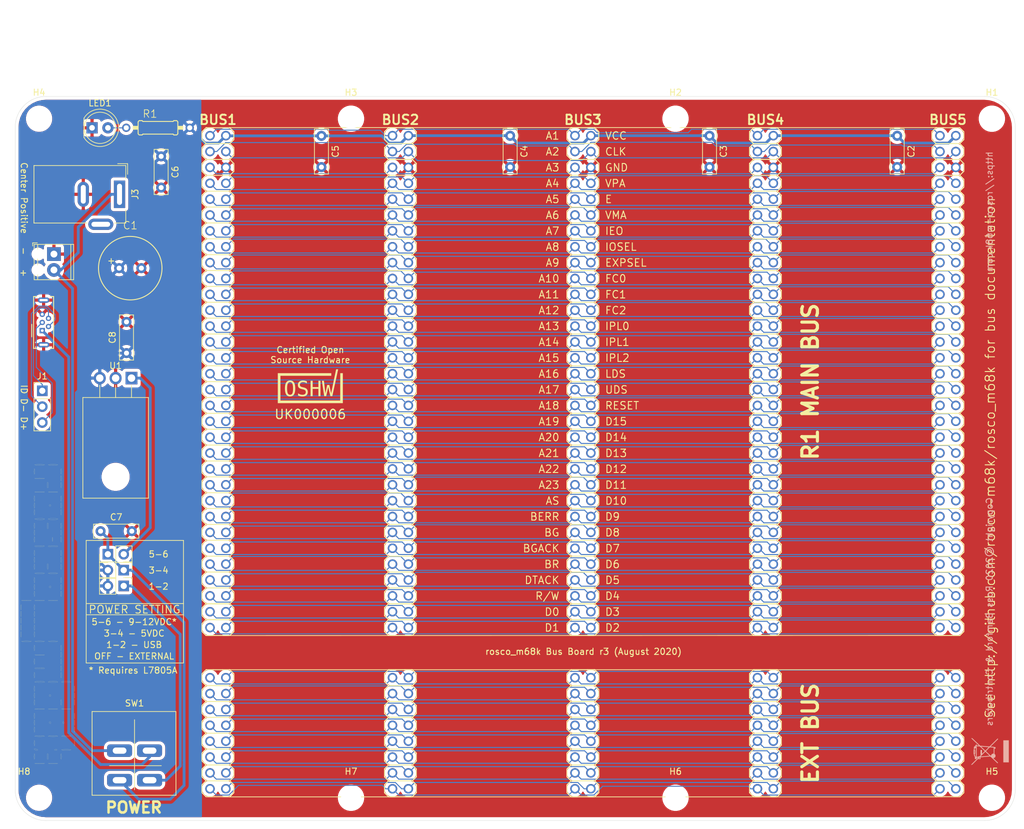
<source format=kicad_pcb>
(kicad_pcb (version 20171130) (host pcbnew "(5.1.5-0-10_14)")
  (layers (0 F.Cu signal) (31 B.Cu signal) (34 B.Paste user) (35 F.Paste user) (36 B.SilkS user) (37 F.SilkS user) (38 B.Mask user) (39 F.Mask user) (44 Edge.Cuts user))
  (net 0 "")
  (net 1 D2)
  (net 2 D1)
  (net 3 D3)
  (net 4 D0)
  (net 5 D4)
  (net 6 RW)
  (net 7 D5)
  (net 8 DTACK)
  (net 9 D6)
  (net 10 BR)
  (net 11 D7)
  (net 12 BGACK)
  (net 13 D8)
  (net 14 BG)
  (net 15 D9)
  (net 16 BERR)
  (net 17 D10)
  (net 18 AS)
  (net 19 D11)
  (net 20 A23)
  (net 21 D12)
  (net 22 A22)
  (net 23 D13)
  (net 24 A21)
  (net 25 D14)
  (net 26 A20)
  (net 27 D15)
  (net 28 A19)
  (net 29 RESET)
  (net 30 A18)
  (net 31 UDS)
  (net 32 A17)
  (net 33 LDS)
  (net 34 A16)
  (net 35 IPL2)
  (net 36 A15)
  (net 37 IPL1)
  (net 38 A14)
  (net 39 IPL0)
  (net 40 A13)
  (net 41 CPUFC2)
  (net 42 A12)
  (net 43 CPUFC1)
  (net 44 A11)
  (net 45 CPUFC0)
  (net 46 A10)
  (net 47 EXPSEL)
  (net 48 A9)
  (net 49 IOSEL)
  (net 50 A8)
  (net 51 MFPIEO)
  (net 52 A7)
  (net 53 VMA)
  (net 54 A6)
  (net 55 E)
  (net 56 A5)
  (net 57 VPA)
  (net 58 A4)
  (net 59 GND)
  (net 60 A3)
  (net 61 CPUCLK)
  (net 62 A2)
  (net 63 VCC)
  (net 64 A1)
  (net 65 EXT16)
  (net 66 EXT15)
  (net 67 EXT14)
  (net 68 EXT13)
  (net 69 EXT12)
  (net 70 EXT11)
  (net 71 EXT10)
  (net 72 EXT9)
  (net 73 EXT8)
  (net 74 EXT7)
  (net 75 EXT6)
  (net 76 EXT5)
  (net 77 EXT4)
  (net 78 EXT3)
  (net 79 EXT2)
  (net 80 EXT1)
  (net 81 "Net-(C7-Pad1)")
  (net 82 "Net-(J1-Pad3)")
  (net 83 "Net-(J1-Pad2)")
  (net 84 "Net-(J1-Pad1)")
  (net 85 "Net-(J2-Pad2)")
  (net 86 "Net-(J4-Pad1)")
  (net 87 "Net-(JP4-Pad1)")
  (net 88 "Net-(JP6-Pad2)")
  (net 89 "Net-(LED1-Pad2)")
  (module Package_TO_SOT_THT:TO-220F-3_Horizontal_TabDown (layer F.Cu) (at 87.2 80.2 180)
    (fp_text reference U1 (at 2.54 1.985) (layer F.SilkS))
    (fp_text value L7805)
    (pad 3 thru_hole oval (at 5.08 0 180) (size 1.905 2) (drill 1.2) (layers *.Cu *.Mask) (net 63 VCC))
    (pad 2 thru_hole oval (at 2.54 0 180) (size 1.905 2) (drill 1.2) (layers *.Cu *.Mask) (net 59 GND))
    (pad 1 thru_hole rect (at 0 0 180) (size 1.905 2) (drill 1.2) (layers *.Cu *.Mask) (net 88 "Net-(JP6-Pad2)"))
    (pad "" np_thru_hole oval (at 2.54 -15.8 180) (size 3.5 3.5) (drill 3.5) (layers *.Cu *.Mask))
  )
  (module rosco_m68k:MD-rosco_m68k_logo (layer F.Cu) (at 70.8 119 270)
    (fp_text reference REF** hide)
    (fp_text value MD-rosco_m68k_logo hide)
  )
  (module rosco_m68k:OSHW_Mono_0.25_Scale (layer F.Cu) (at 115.824 81.5)
    (fp_text reference OSHW_Mono_0.25_Scale hide)
    (fp_text value UK000006 (at 0 4.5) (layer F.SilkS) (effects (font (size 1.475 1.475) (thickness 0.2))))
  )
  (module Symbol:WEEE-Logo_4.2x6mm_SilkScreen (layer B.Cu) (at 224.605706 139.954 270)
    (fp_text reference REF** hide)
    (fp_text value WEEE-Logo_4.2x6mm_SilkScreen hide)
  )
  (module MountingHole:MountingHole_3.2mm_M3 (layer F.Cu) (at 72.41 147.37)
    (fp_text reference H8 (at -2.400001 -4.2) (layer F.SilkS))
    (fp_text value MountingHole)
    (pad 1 np_thru_hole circle (at 0 0) (size 3.2 3.2) (drill 3.2) (layers *.Cu *.Mask))
  )
  (module MountingHole:MountingHole_3.2mm_M3 (layer F.Cu) (at 122.336666 147.37)
    (fp_text reference H7 (at 0 -4.2) (layer F.SilkS))
    (fp_text value MountingHole)
    (pad 1 np_thru_hole circle (at 0 0) (size 3.2 3.2) (drill 3.2) (layers *.Cu *.Mask))
  )
  (module MountingHole:MountingHole_3.2mm_M3 (layer F.Cu) (at 174.276666 147.37)
    (fp_text reference H6 (at 0 -4.2) (layer F.SilkS))
    (fp_text value MountingHole)
    (pad 1 np_thru_hole circle (at 0 0) (size 3.2 3.2) (drill 3.2) (layers *.Cu *.Mask))
  )
  (module MountingHole:MountingHole_3.2mm_M3 (layer F.Cu) (at 224.92 147.37)
    (fp_text reference H5 (at 0 -4.2) (layer F.SilkS))
    (fp_text value MountingHole)
    (pad 1 np_thru_hole circle (at 0 0) (size 3.2 3.2) (drill 3.2) (layers *.Cu *.Mask))
  )
  (module MountingHole:MountingHole_3.2mm_M3 (layer F.Cu) (at 72.41 38.68)
    (fp_text reference H4 (at 0 -4.2) (layer F.SilkS))
    (fp_text value MountingHole)
    (pad 1 np_thru_hole circle (at 0 0) (size 3.2 3.2) (drill 3.2) (layers *.Cu *.Mask))
  )
  (module MountingHole:MountingHole_3.2mm_M3 (layer F.Cu) (at 122.336666 38.68)
    (fp_text reference H3 (at 0 -4.2) (layer F.SilkS))
    (fp_text value MountingHole)
    (pad 1 np_thru_hole circle (at 0 0) (size 3.2 3.2) (drill 3.2) (layers *.Cu *.Mask))
  )
  (module MountingHole:MountingHole_3.2mm_M3 (layer F.Cu) (at 174.276666 38.68)
    (fp_text reference H2 (at 0 -4.2) (layer F.SilkS))
    (fp_text value MountingHole)
    (pad 1 np_thru_hole circle (at 0 0) (size 3.2 3.2) (drill 3.2) (layers *.Cu *.Mask))
  )
  (module MountingHole:MountingHole_3.2mm_M3 (layer F.Cu) (at 224.92 38.68)
    (fp_text reference H1 (at 0 -4.2) (layer F.SilkS))
    (fp_text value MountingHole)
    (pad 1 np_thru_hole circle (at 0 0) (size 3.2 3.2) (drill 3.2) (layers *.Cu *.Mask))
  )
  (module local-footprints:NKK-M2021SS1W01 (layer F.Cu) (at 87.685 140.44 180)
    (fp_text reference SW1 (at 0 8.2) (layer F.SilkS))
    (fp_text value POWER)
    (pad 3 thru_hole roundrect (at -2.41 0.61 180) (size 4 2) (drill oval 2.2 1) (layers *.Cu *.Mask) (net 86 "Net-(J4-Pad1)"))
    (pad 1 thru_hole roundrect (at 2.39 0.61 180) (size 4 2) (drill oval 2.2 1) (layers *.Cu *.Mask) (net 85 "Net-(J2-Pad2)"))
    (pad 2 thru_hole roundrect (at 2.39 -4.12 180) (size 4 2) (drill oval 2.2 1) (layers *.Cu *.Mask) (net 81 "Net-(C7-Pad1)"))
    (pad 4 thru_hole roundrect (at -2.41 -4.12 180) (size 4 2) (drill oval 2.2 1) (layers *.Cu *.Mask) (net 87 "Net-(JP4-Pad1)"))
  )
  (module rosco_m68k:R-0207_10 (layer F.Cu) (at 91.44 40.132)
    (fp_text reference R1 (at -2.54 -1.524) (layer F.SilkS) (effects (font (size 1.2065 1.2065) (thickness 0.12065)) (justify left bottom)))
    (fp_text value 1K)
    (pad 1 thru_hole circle (at -5.08 0) (size 1.3208 1.3208) (drill 0.8128) (layers *.Cu *.Mask) (net 89 "Net-(LED1-Pad2)"))
    (pad 2 thru_hole circle (at 5.08 0) (size 1.3208 1.3208) (drill 0.8128) (layers *.Cu *.Mask) (net 63 VCC))
  )
  (module Connector_PinHeader_2.54mm:PinHeader_1x02_P2.54mm_Vertical (layer F.Cu) (at 83.415 108.39 90)
    (fp_text reference JP6 hide)
    (fp_text value Jumper hide)
    (pad 2 thru_hole oval (at 0 2.54 90) (size 1.7 1.7) (drill 1) (layers *.Cu *.Mask) (net 88 "Net-(JP6-Pad2)"))
    (pad 1 thru_hole rect (at 0 0 90) (size 1.7 1.7) (drill 1) (layers *.Cu *.Mask) (net 81 "Net-(C7-Pad1)"))
  )
  (module Connector_PinHeader_2.54mm:PinHeader_1x02_P2.54mm_Vertical (layer F.Cu) (at 85.955 110.94 270)
    (fp_text reference JP5 hide)
    (fp_text value Jumper hide)
    (pad 2 thru_hole oval (at 0 2.54 270) (size 1.7 1.7) (drill 1) (layers *.Cu *.Mask) (net 63 VCC))
    (pad 1 thru_hole rect (at 0 0 270) (size 1.7 1.7) (drill 1) (layers *.Cu *.Mask) (net 81 "Net-(C7-Pad1)"))
  )
  (module Connector_PinHeader_2.54mm:PinHeader_1x02_P2.54mm_Vertical (layer F.Cu) (at 85.955 113.465 270)
    (fp_text reference JP4 hide)
    (fp_text value Jumper hide)
    (pad 2 thru_hole oval (at 0 2.54 270) (size 1.7 1.7) (drill 1) (layers *.Cu *.Mask) (net 63 VCC))
    (pad 1 thru_hole rect (at 0 0 270) (size 1.7 1.7) (drill 1) (layers *.Cu *.Mask) (net 87 "Net-(JP4-Pad1)"))
  )
  (module rosco_m68k:pin-2X8 (layer F.Cu) (at 222.957 142.122)
    (fp_text reference JBUS5-2 hide)
    (fp_text value Conn_02x08_Odd_Even)
    (pad 1 thru_hole circle (at -6.35 -13.97 270) (size 1.524 1.524) (drill 1.016) (layers *.Cu *.Mask) (net 80 EXT1))
    (pad 2 thru_hole circle (at -3.81 -13.97 270) (size 1.524 1.524) (drill 1.016) (layers *.Cu *.Mask) (net 79 EXT2))
    (pad 3 thru_hole circle (at -6.35 -11.43 270) (size 1.524 1.524) (drill 1.016) (layers *.Cu *.Mask) (net 78 EXT3))
    (pad 4 thru_hole circle (at -3.81 -11.43 270) (size 1.524 1.524) (drill 1.016) (layers *.Cu *.Mask) (net 77 EXT4))
    (pad 5 thru_hole circle (at -6.35 -8.89 270) (size 1.524 1.524) (drill 1.016) (layers *.Cu *.Mask) (net 76 EXT5))
    (pad 6 thru_hole circle (at -3.81 -8.89 270) (size 1.524 1.524) (drill 1.016) (layers *.Cu *.Mask) (net 75 EXT6))
    (pad 7 thru_hole circle (at -6.35 -6.35 270) (size 1.524 1.524) (drill 1.016) (layers *.Cu *.Mask) (net 74 EXT7))
    (pad 8 thru_hole circle (at -3.81 -6.35 270) (size 1.524 1.524) (drill 1.016) (layers *.Cu *.Mask) (net 73 EXT8))
    (pad 9 thru_hole circle (at -6.35 -3.81 270) (size 1.524 1.524) (drill 1.016) (layers *.Cu *.Mask) (net 72 EXT9))
    (pad 10 thru_hole circle (at -3.81 -3.81 270) (size 1.524 1.524) (drill 1.016) (layers *.Cu *.Mask) (net 71 EXT10))
    (pad 11 thru_hole circle (at -6.35 -1.27 270) (size 1.524 1.524) (drill 1.016) (layers *.Cu *.Mask) (net 70 EXT11))
    (pad 12 thru_hole circle (at -3.81 -1.27 270) (size 1.524 1.524) (drill 1.016) (layers *.Cu *.Mask) (net 69 EXT12))
    (pad 13 thru_hole circle (at -6.35 1.27 270) (size 1.524 1.524) (drill 1.016) (layers *.Cu *.Mask) (net 68 EXT13))
    (pad 14 thru_hole circle (at -3.81 1.27 270) (size 1.524 1.524) (drill 1.016) (layers *.Cu *.Mask) (net 67 EXT14))
    (pad 15 thru_hole circle (at -6.35 3.81 270) (size 1.524 1.524) (drill 1.016) (layers *.Cu *.Mask) (net 66 EXT15))
    (pad 16 thru_hole circle (at -3.81 3.81 270) (size 1.524 1.524) (drill 1.016) (layers *.Cu *.Mask) (net 65 EXT16))
  )
  (module rosco_m68k:pin-2X32 (layer F.Cu) (at 222.957 55.362)
    (fp_text reference BUS5-1 hide)
    (fp_text value Conn_02x32_Odd_Even)
    (fp_text user BUS5 (at -5.08 -16.51 180) (layer F.SilkS) (effects (font (size 1.5 1.5) (thickness 0.3))))
    (pad 64 thru_hole circle (at -3.81 64.77 270) (size 1.524 1.524) (drill 1.016) (layers *.Cu *.Mask) (net 1 D2))
    (pad 63 thru_hole circle (at -6.35 64.77 270) (size 1.524 1.524) (drill 1.016) (layers *.Cu *.Mask) (net 2 D1))
    (pad 62 thru_hole circle (at -3.81 62.23 270) (size 1.524 1.524) (drill 1.016) (layers *.Cu *.Mask) (net 3 D3))
    (pad 61 thru_hole circle (at -6.35 62.23 270) (size 1.524 1.524) (drill 1.016) (layers *.Cu *.Mask) (net 4 D0))
    (pad 1 thru_hole circle (at -6.35 -13.97 270) (size 1.524 1.524) (drill 1.016) (layers *.Cu *.Mask) (net 64 A1))
    (pad 2 thru_hole circle (at -3.81 -13.97 270) (size 1.524 1.524) (drill 1.016) (layers *.Cu *.Mask) (net 63 VCC))
    (pad 3 thru_hole circle (at -6.35 -11.43 270) (size 1.524 1.524) (drill 1.016) (layers *.Cu *.Mask) (net 62 A2))
    (pad 4 thru_hole circle (at -3.81 -11.43 270) (size 1.524 1.524) (drill 1.016) (layers *.Cu *.Mask) (net 61 CPUCLK))
    (pad 5 thru_hole circle (at -6.35 -8.89 270) (size 1.524 1.524) (drill 1.016) (layers *.Cu *.Mask) (net 60 A3))
    (pad 6 thru_hole circle (at -3.81 -8.89 270) (size 1.524 1.524) (drill 1.016) (layers *.Cu *.Mask) (net 59 GND))
    (pad 7 thru_hole circle (at -6.35 -6.35 270) (size 1.524 1.524) (drill 1.016) (layers *.Cu *.Mask) (net 58 A4))
    (pad 8 thru_hole circle (at -3.81 -6.35 270) (size 1.524 1.524) (drill 1.016) (layers *.Cu *.Mask) (net 57 VPA))
    (pad 9 thru_hole circle (at -6.35 -3.81 270) (size 1.524 1.524) (drill 1.016) (layers *.Cu *.Mask) (net 56 A5))
    (pad 10 thru_hole circle (at -3.81 -3.81 270) (size 1.524 1.524) (drill 1.016) (layers *.Cu *.Mask) (net 55 E))
    (pad 11 thru_hole circle (at -6.35 -1.27 270) (size 1.524 1.524) (drill 1.016) (layers *.Cu *.Mask) (net 54 A6))
    (pad 12 thru_hole circle (at -3.81 -1.27 270) (size 1.524 1.524) (drill 1.016) (layers *.Cu *.Mask) (net 53 VMA))
    (pad 13 thru_hole circle (at -6.35 1.27 270) (size 1.524 1.524) (drill 1.016) (layers *.Cu *.Mask) (net 52 A7))
    (pad 14 thru_hole circle (at -3.81 1.27 270) (size 1.524 1.524) (drill 1.016) (layers *.Cu *.Mask) (net 51 MFPIEO))
    (pad 15 thru_hole circle (at -6.35 3.81 270) (size 1.524 1.524) (drill 1.016) (layers *.Cu *.Mask) (net 50 A8))
    (pad 16 thru_hole circle (at -3.81 3.81 270) (size 1.524 1.524) (drill 1.016) (layers *.Cu *.Mask) (net 49 IOSEL))
    (pad 17 thru_hole circle (at -6.35 6.35 270) (size 1.524 1.524) (drill 1.016) (layers *.Cu *.Mask) (net 48 A9))
    (pad 18 thru_hole circle (at -3.81 6.35 270) (size 1.524 1.524) (drill 1.016) (layers *.Cu *.Mask) (net 47 EXPSEL))
    (pad 19 thru_hole circle (at -6.35 8.89 270) (size 1.524 1.524) (drill 1.016) (layers *.Cu *.Mask) (net 46 A10))
    (pad 20 thru_hole circle (at -3.81 8.89 270) (size 1.524 1.524) (drill 1.016) (layers *.Cu *.Mask) (net 45 CPUFC0))
    (pad 21 thru_hole circle (at -6.35 11.43 270) (size 1.524 1.524) (drill 1.016) (layers *.Cu *.Mask) (net 44 A11))
    (pad 22 thru_hole circle (at -3.81 11.43 270) (size 1.524 1.524) (drill 1.016) (layers *.Cu *.Mask) (net 43 CPUFC1))
    (pad 23 thru_hole circle (at -6.35 13.97 270) (size 1.524 1.524) (drill 1.016) (layers *.Cu *.Mask) (net 42 A12))
    (pad 24 thru_hole circle (at -3.81 13.97 270) (size 1.524 1.524) (drill 1.016) (layers *.Cu *.Mask) (net 41 CPUFC2))
    (pad 25 thru_hole circle (at -6.35 16.51 270) (size 1.524 1.524) (drill 1.016) (layers *.Cu *.Mask) (net 40 A13))
    (pad 26 thru_hole circle (at -3.81 16.51 270) (size 1.524 1.524) (drill 1.016) (layers *.Cu *.Mask) (net 39 IPL0))
    (pad 27 thru_hole circle (at -6.35 19.05 270) (size 1.524 1.524) (drill 1.016) (layers *.Cu *.Mask) (net 38 A14))
    (pad 28 thru_hole circle (at -3.81 19.05 270) (size 1.524 1.524) (drill 1.016) (layers *.Cu *.Mask) (net 37 IPL1))
    (pad 29 thru_hole circle (at -6.35 21.59 270) (size 1.524 1.524) (drill 1.016) (layers *.Cu *.Mask) (net 36 A15))
    (pad 30 thru_hole circle (at -3.81 21.59 270) (size 1.524 1.524) (drill 1.016) (layers *.Cu *.Mask) (net 35 IPL2))
    (pad 31 thru_hole circle (at -6.35 24.13 270) (size 1.524 1.524) (drill 1.016) (layers *.Cu *.Mask) (net 34 A16))
    (pad 32 thru_hole circle (at -3.81 24.13 270) (size 1.524 1.524) (drill 1.016) (layers *.Cu *.Mask) (net 33 LDS))
    (pad 33 thru_hole circle (at -6.35 26.67 270) (size 1.524 1.524) (drill 1.016) (layers *.Cu *.Mask) (net 32 A17))
    (pad 34 thru_hole circle (at -3.81 26.67 270) (size 1.524 1.524) (drill 1.016) (layers *.Cu *.Mask) (net 31 UDS))
    (pad 35 thru_hole circle (at -6.35 29.21 270) (size 1.524 1.524) (drill 1.016) (layers *.Cu *.Mask) (net 30 A18))
    (pad 36 thru_hole circle (at -3.81 29.21 270) (size 1.524 1.524) (drill 1.016) (layers *.Cu *.Mask) (net 29 RESET))
    (pad 37 thru_hole circle (at -6.35 31.75 270) (size 1.524 1.524) (drill 1.016) (layers *.Cu *.Mask) (net 28 A19))
    (pad 38 thru_hole circle (at -3.81 31.75 270) (size 1.524 1.524) (drill 1.016) (layers *.Cu *.Mask) (net 27 D15))
    (pad 39 thru_hole circle (at -6.35 34.29 270) (size 1.524 1.524) (drill 1.016) (layers *.Cu *.Mask) (net 26 A20))
    (pad 40 thru_hole circle (at -3.81 34.29 270) (size 1.524 1.524) (drill 1.016) (layers *.Cu *.Mask) (net 25 D14))
    (pad 41 thru_hole circle (at -6.35 36.83 270) (size 1.524 1.524) (drill 1.016) (layers *.Cu *.Mask) (net 24 A21))
    (pad 42 thru_hole circle (at -3.81 36.83 270) (size 1.524 1.524) (drill 1.016) (layers *.Cu *.Mask) (net 23 D13))
    (pad 43 thru_hole circle (at -6.35 39.37 270) (size 1.524 1.524) (drill 1.016) (layers *.Cu *.Mask) (net 22 A22))
    (pad 44 thru_hole circle (at -3.81 39.37 270) (size 1.524 1.524) (drill 1.016) (layers *.Cu *.Mask) (net 21 D12))
    (pad 45 thru_hole circle (at -6.35 41.91 270) (size 1.524 1.524) (drill 1.016) (layers *.Cu *.Mask) (net 20 A23))
    (pad 46 thru_hole circle (at -3.81 41.91 270) (size 1.524 1.524) (drill 1.016) (layers *.Cu *.Mask) (net 19 D11))
    (pad 47 thru_hole circle (at -6.35 44.45 270) (size 1.524 1.524) (drill 1.016) (layers *.Cu *.Mask) (net 18 AS))
    (pad 48 thru_hole circle (at -3.81 44.45 270) (size 1.524 1.524) (drill 1.016) (layers *.Cu *.Mask) (net 17 D10))
    (pad 49 thru_hole circle (at -6.35 46.99 270) (size 1.524 1.524) (drill 1.016) (layers *.Cu *.Mask) (net 16 BERR))
    (pad 50 thru_hole circle (at -3.81 46.99 270) (size 1.524 1.524) (drill 1.016) (layers *.Cu *.Mask) (net 15 D9))
    (pad 51 thru_hole circle (at -6.35 49.53 270) (size 1.524 1.524) (drill 1.016) (layers *.Cu *.Mask) (net 14 BG))
    (pad 52 thru_hole circle (at -3.81 49.53 270) (size 1.524 1.524) (drill 1.016) (layers *.Cu *.Mask) (net 13 D8))
    (pad 53 thru_hole circle (at -6.35 52.07 270) (size 1.524 1.524) (drill 1.016) (layers *.Cu *.Mask) (net 12 BGACK))
    (pad 54 thru_hole circle (at -3.81 52.07 270) (size 1.524 1.524) (drill 1.016) (layers *.Cu *.Mask) (net 11 D7))
    (pad 55 thru_hole circle (at -6.35 54.61 270) (size 1.524 1.524) (drill 1.016) (layers *.Cu *.Mask) (net 10 BR))
    (pad 56 thru_hole circle (at -3.81 54.61 270) (size 1.524 1.524) (drill 1.016) (layers *.Cu *.Mask) (net 9 D6))
    (pad 57 thru_hole circle (at -6.35 57.15 270) (size 1.524 1.524) (drill 1.016) (layers *.Cu *.Mask) (net 8 DTACK))
    (pad 58 thru_hole circle (at -3.81 57.15 270) (size 1.524 1.524) (drill 1.016) (layers *.Cu *.Mask) (net 7 D5))
    (pad 59 thru_hole circle (at -6.35 59.69 270) (size 1.524 1.524) (drill 1.016) (layers *.Cu *.Mask) (net 6 RW))
    (pad 60 thru_hole circle (at -3.81 59.69 270) (size 1.524 1.524) (drill 1.016) (layers *.Cu *.Mask) (net 5 D4))
  )
  (module rosco_m68k:pin-2X8 (layer F.Cu) (at 193.747 142.122)
    (fp_text reference BUS4-2 hide)
    (fp_text value Conn_02x08_Odd_Even)
    (pad 1 thru_hole circle (at -6.35 -13.97 270) (size 1.524 1.524) (drill 1.016) (layers *.Cu *.Mask) (net 80 EXT1))
    (pad 2 thru_hole circle (at -3.81 -13.97 270) (size 1.524 1.524) (drill 1.016) (layers *.Cu *.Mask) (net 79 EXT2))
    (pad 3 thru_hole circle (at -6.35 -11.43 270) (size 1.524 1.524) (drill 1.016) (layers *.Cu *.Mask) (net 78 EXT3))
    (pad 4 thru_hole circle (at -3.81 -11.43 270) (size 1.524 1.524) (drill 1.016) (layers *.Cu *.Mask) (net 77 EXT4))
    (pad 5 thru_hole circle (at -6.35 -8.89 270) (size 1.524 1.524) (drill 1.016) (layers *.Cu *.Mask) (net 76 EXT5))
    (pad 6 thru_hole circle (at -3.81 -8.89 270) (size 1.524 1.524) (drill 1.016) (layers *.Cu *.Mask) (net 75 EXT6))
    (pad 7 thru_hole circle (at -6.35 -6.35 270) (size 1.524 1.524) (drill 1.016) (layers *.Cu *.Mask) (net 74 EXT7))
    (pad 8 thru_hole circle (at -3.81 -6.35 270) (size 1.524 1.524) (drill 1.016) (layers *.Cu *.Mask) (net 73 EXT8))
    (pad 9 thru_hole circle (at -6.35 -3.81 270) (size 1.524 1.524) (drill 1.016) (layers *.Cu *.Mask) (net 72 EXT9))
    (pad 10 thru_hole circle (at -3.81 -3.81 270) (size 1.524 1.524) (drill 1.016) (layers *.Cu *.Mask) (net 71 EXT10))
    (pad 11 thru_hole circle (at -6.35 -1.27 270) (size 1.524 1.524) (drill 1.016) (layers *.Cu *.Mask) (net 70 EXT11))
    (pad 12 thru_hole circle (at -3.81 -1.27 270) (size 1.524 1.524) (drill 1.016) (layers *.Cu *.Mask) (net 69 EXT12))
    (pad 13 thru_hole circle (at -6.35 1.27 270) (size 1.524 1.524) (drill 1.016) (layers *.Cu *.Mask) (net 68 EXT13))
    (pad 14 thru_hole circle (at -3.81 1.27 270) (size 1.524 1.524) (drill 1.016) (layers *.Cu *.Mask) (net 67 EXT14))
    (pad 15 thru_hole circle (at -6.35 3.81 270) (size 1.524 1.524) (drill 1.016) (layers *.Cu *.Mask) (net 66 EXT15))
    (pad 16 thru_hole circle (at -3.81 3.81 270) (size 1.524 1.524) (drill 1.016) (layers *.Cu *.Mask) (net 65 EXT16))
  )
  (module rosco_m68k:pin-2X32 (layer F.Cu) (at 193.747 55.362)
    (fp_text reference BUS4-1 hide)
    (fp_text value Conn_02x32_Odd_Even)
    (fp_text user BUS4 (at -5.08 -16.51 180) (layer F.SilkS) (effects (font (size 1.5 1.5) (thickness 0.3))))
    (pad 64 thru_hole circle (at -3.81 64.77 270) (size 1.524 1.524) (drill 1.016) (layers *.Cu *.Mask) (net 1 D2))
    (pad 63 thru_hole circle (at -6.35 64.77 270) (size 1.524 1.524) (drill 1.016) (layers *.Cu *.Mask) (net 2 D1))
    (pad 62 thru_hole circle (at -3.81 62.23 270) (size 1.524 1.524) (drill 1.016) (layers *.Cu *.Mask) (net 3 D3))
    (pad 61 thru_hole circle (at -6.35 62.23 270) (size 1.524 1.524) (drill 1.016) (layers *.Cu *.Mask) (net 4 D0))
    (pad 1 thru_hole circle (at -6.35 -13.97 270) (size 1.524 1.524) (drill 1.016) (layers *.Cu *.Mask) (net 64 A1))
    (pad 2 thru_hole circle (at -3.81 -13.97 270) (size 1.524 1.524) (drill 1.016) (layers *.Cu *.Mask) (net 63 VCC))
    (pad 3 thru_hole circle (at -6.35 -11.43 270) (size 1.524 1.524) (drill 1.016) (layers *.Cu *.Mask) (net 62 A2))
    (pad 4 thru_hole circle (at -3.81 -11.43 270) (size 1.524 1.524) (drill 1.016) (layers *.Cu *.Mask) (net 61 CPUCLK))
    (pad 5 thru_hole circle (at -6.35 -8.89 270) (size 1.524 1.524) (drill 1.016) (layers *.Cu *.Mask) (net 60 A3))
    (pad 6 thru_hole circle (at -3.81 -8.89 270) (size 1.524 1.524) (drill 1.016) (layers *.Cu *.Mask) (net 59 GND))
    (pad 7 thru_hole circle (at -6.35 -6.35 270) (size 1.524 1.524) (drill 1.016) (layers *.Cu *.Mask) (net 58 A4))
    (pad 8 thru_hole circle (at -3.81 -6.35 270) (size 1.524 1.524) (drill 1.016) (layers *.Cu *.Mask) (net 57 VPA))
    (pad 9 thru_hole circle (at -6.35 -3.81 270) (size 1.524 1.524) (drill 1.016) (layers *.Cu *.Mask) (net 56 A5))
    (pad 10 thru_hole circle (at -3.81 -3.81 270) (size 1.524 1.524) (drill 1.016) (layers *.Cu *.Mask) (net 55 E))
    (pad 11 thru_hole circle (at -6.35 -1.27 270) (size 1.524 1.524) (drill 1.016) (layers *.Cu *.Mask) (net 54 A6))
    (pad 12 thru_hole circle (at -3.81 -1.27 270) (size 1.524 1.524) (drill 1.016) (layers *.Cu *.Mask) (net 53 VMA))
    (pad 13 thru_hole circle (at -6.35 1.27 270) (size 1.524 1.524) (drill 1.016) (layers *.Cu *.Mask) (net 52 A7))
    (pad 14 thru_hole circle (at -3.81 1.27 270) (size 1.524 1.524) (drill 1.016) (layers *.Cu *.Mask) (net 51 MFPIEO))
    (pad 15 thru_hole circle (at -6.35 3.81 270) (size 1.524 1.524) (drill 1.016) (layers *.Cu *.Mask) (net 50 A8))
    (pad 16 thru_hole circle (at -3.81 3.81 270) (size 1.524 1.524) (drill 1.016) (layers *.Cu *.Mask) (net 49 IOSEL))
    (pad 17 thru_hole circle (at -6.35 6.35 270) (size 1.524 1.524) (drill 1.016) (layers *.Cu *.Mask) (net 48 A9))
    (pad 18 thru_hole circle (at -3.81 6.35 270) (size 1.524 1.524) (drill 1.016) (layers *.Cu *.Mask) (net 47 EXPSEL))
    (pad 19 thru_hole circle (at -6.35 8.89 270) (size 1.524 1.524) (drill 1.016) (layers *.Cu *.Mask) (net 46 A10))
    (pad 20 thru_hole circle (at -3.81 8.89 270) (size 1.524 1.524) (drill 1.016) (layers *.Cu *.Mask) (net 45 CPUFC0))
    (pad 21 thru_hole circle (at -6.35 11.43 270) (size 1.524 1.524) (drill 1.016) (layers *.Cu *.Mask) (net 44 A11))
    (pad 22 thru_hole circle (at -3.81 11.43 270) (size 1.524 1.524) (drill 1.016) (layers *.Cu *.Mask) (net 43 CPUFC1))
    (pad 23 thru_hole circle (at -6.35 13.97 270) (size 1.524 1.524) (drill 1.016) (layers *.Cu *.Mask) (net 42 A12))
    (pad 24 thru_hole circle (at -3.81 13.97 270) (size 1.524 1.524) (drill 1.016) (layers *.Cu *.Mask) (net 41 CPUFC2))
    (pad 25 thru_hole circle (at -6.35 16.51 270) (size 1.524 1.524) (drill 1.016) (layers *.Cu *.Mask) (net 40 A13))
    (pad 26 thru_hole circle (at -3.81 16.51 270) (size 1.524 1.524) (drill 1.016) (layers *.Cu *.Mask) (net 39 IPL0))
    (pad 27 thru_hole circle (at -6.35 19.05 270) (size 1.524 1.524) (drill 1.016) (layers *.Cu *.Mask) (net 38 A14))
    (pad 28 thru_hole circle (at -3.81 19.05 270) (size 1.524 1.524) (drill 1.016) (layers *.Cu *.Mask) (net 37 IPL1))
    (pad 29 thru_hole circle (at -6.35 21.59 270) (size 1.524 1.524) (drill 1.016) (layers *.Cu *.Mask) (net 36 A15))
    (pad 30 thru_hole circle (at -3.81 21.59 270) (size 1.524 1.524) (drill 1.016) (layers *.Cu *.Mask) (net 35 IPL2))
    (pad 31 thru_hole circle (at -6.35 24.13 270) (size 1.524 1.524) (drill 1.016) (layers *.Cu *.Mask) (net 34 A16))
    (pad 32 thru_hole circle (at -3.81 24.13 270) (size 1.524 1.524) (drill 1.016) (layers *.Cu *.Mask) (net 33 LDS))
    (pad 33 thru_hole circle (at -6.35 26.67 270) (size 1.524 1.524) (drill 1.016) (layers *.Cu *.Mask) (net 32 A17))
    (pad 34 thru_hole circle (at -3.81 26.67 270) (size 1.524 1.524) (drill 1.016) (layers *.Cu *.Mask) (net 31 UDS))
    (pad 35 thru_hole circle (at -6.35 29.21 270) (size 1.524 1.524) (drill 1.016) (layers *.Cu *.Mask) (net 30 A18))
    (pad 36 thru_hole circle (at -3.81 29.21 270) (size 1.524 1.524) (drill 1.016) (layers *.Cu *.Mask) (net 29 RESET))
    (pad 37 thru_hole circle (at -6.35 31.75 270) (size 1.524 1.524) (drill 1.016) (layers *.Cu *.Mask) (net 28 A19))
    (pad 38 thru_hole circle (at -3.81 31.75 270) (size 1.524 1.524) (drill 1.016) (layers *.Cu *.Mask) (net 27 D15))
    (pad 39 thru_hole circle (at -6.35 34.29 270) (size 1.524 1.524) (drill 1.016) (layers *.Cu *.Mask) (net 26 A20))
    (pad 40 thru_hole circle (at -3.81 34.29 270) (size 1.524 1.524) (drill 1.016) (layers *.Cu *.Mask) (net 25 D14))
    (pad 41 thru_hole circle (at -6.35 36.83 270) (size 1.524 1.524) (drill 1.016) (layers *.Cu *.Mask) (net 24 A21))
    (pad 42 thru_hole circle (at -3.81 36.83 270) (size 1.524 1.524) (drill 1.016) (layers *.Cu *.Mask) (net 23 D13))
    (pad 43 thru_hole circle (at -6.35 39.37 270) (size 1.524 1.524) (drill 1.016) (layers *.Cu *.Mask) (net 22 A22))
    (pad 44 thru_hole circle (at -3.81 39.37 270) (size 1.524 1.524) (drill 1.016) (layers *.Cu *.Mask) (net 21 D12))
    (pad 45 thru_hole circle (at -6.35 41.91 270) (size 1.524 1.524) (drill 1.016) (layers *.Cu *.Mask) (net 20 A23))
    (pad 46 thru_hole circle (at -3.81 41.91 270) (size 1.524 1.524) (drill 1.016) (layers *.Cu *.Mask) (net 19 D11))
    (pad 47 thru_hole circle (at -6.35 44.45 270) (size 1.524 1.524) (drill 1.016) (layers *.Cu *.Mask) (net 18 AS))
    (pad 48 thru_hole circle (at -3.81 44.45 270) (size 1.524 1.524) (drill 1.016) (layers *.Cu *.Mask) (net 17 D10))
    (pad 49 thru_hole circle (at -6.35 46.99 270) (size 1.524 1.524) (drill 1.016) (layers *.Cu *.Mask) (net 16 BERR))
    (pad 50 thru_hole circle (at -3.81 46.99 270) (size 1.524 1.524) (drill 1.016) (layers *.Cu *.Mask) (net 15 D9))
    (pad 51 thru_hole circle (at -6.35 49.53 270) (size 1.524 1.524) (drill 1.016) (layers *.Cu *.Mask) (net 14 BG))
    (pad 52 thru_hole circle (at -3.81 49.53 270) (size 1.524 1.524) (drill 1.016) (layers *.Cu *.Mask) (net 13 D8))
    (pad 53 thru_hole circle (at -6.35 52.07 270) (size 1.524 1.524) (drill 1.016) (layers *.Cu *.Mask) (net 12 BGACK))
    (pad 54 thru_hole circle (at -3.81 52.07 270) (size 1.524 1.524) (drill 1.016) (layers *.Cu *.Mask) (net 11 D7))
    (pad 55 thru_hole circle (at -6.35 54.61 270) (size 1.524 1.524) (drill 1.016) (layers *.Cu *.Mask) (net 10 BR))
    (pad 56 thru_hole circle (at -3.81 54.61 270) (size 1.524 1.524) (drill 1.016) (layers *.Cu *.Mask) (net 9 D6))
    (pad 57 thru_hole circle (at -6.35 57.15 270) (size 1.524 1.524) (drill 1.016) (layers *.Cu *.Mask) (net 8 DTACK))
    (pad 58 thru_hole circle (at -3.81 57.15 270) (size 1.524 1.524) (drill 1.016) (layers *.Cu *.Mask) (net 7 D5))
    (pad 59 thru_hole circle (at -6.35 59.69 270) (size 1.524 1.524) (drill 1.016) (layers *.Cu *.Mask) (net 6 RW))
    (pad 60 thru_hole circle (at -3.81 59.69 270) (size 1.524 1.524) (drill 1.016) (layers *.Cu *.Mask) (net 5 D4))
  )
  (module rosco_m68k:pin-2X8 (layer F.Cu) (at 164.537 142.122)
    (fp_text reference BUS3-2 hide)
    (fp_text value Conn_02x08_Odd_Even)
    (pad 1 thru_hole circle (at -6.35 -13.97 270) (size 1.524 1.524) (drill 1.016) (layers *.Cu *.Mask) (net 80 EXT1))
    (pad 2 thru_hole circle (at -3.81 -13.97 270) (size 1.524 1.524) (drill 1.016) (layers *.Cu *.Mask) (net 79 EXT2))
    (pad 3 thru_hole circle (at -6.35 -11.43 270) (size 1.524 1.524) (drill 1.016) (layers *.Cu *.Mask) (net 78 EXT3))
    (pad 4 thru_hole circle (at -3.81 -11.43 270) (size 1.524 1.524) (drill 1.016) (layers *.Cu *.Mask) (net 77 EXT4))
    (pad 5 thru_hole circle (at -6.35 -8.89 270) (size 1.524 1.524) (drill 1.016) (layers *.Cu *.Mask) (net 76 EXT5))
    (pad 6 thru_hole circle (at -3.81 -8.89 270) (size 1.524 1.524) (drill 1.016) (layers *.Cu *.Mask) (net 75 EXT6))
    (pad 7 thru_hole circle (at -6.35 -6.35 270) (size 1.524 1.524) (drill 1.016) (layers *.Cu *.Mask) (net 74 EXT7))
    (pad 8 thru_hole circle (at -3.81 -6.35 270) (size 1.524 1.524) (drill 1.016) (layers *.Cu *.Mask) (net 73 EXT8))
    (pad 9 thru_hole circle (at -6.35 -3.81 270) (size 1.524 1.524) (drill 1.016) (layers *.Cu *.Mask) (net 72 EXT9))
    (pad 10 thru_hole circle (at -3.81 -3.81 270) (size 1.524 1.524) (drill 1.016) (layers *.Cu *.Mask) (net 71 EXT10))
    (pad 11 thru_hole circle (at -6.35 -1.27 270) (size 1.524 1.524) (drill 1.016) (layers *.Cu *.Mask) (net 70 EXT11))
    (pad 12 thru_hole circle (at -3.81 -1.27 270) (size 1.524 1.524) (drill 1.016) (layers *.Cu *.Mask) (net 69 EXT12))
    (pad 13 thru_hole circle (at -6.35 1.27 270) (size 1.524 1.524) (drill 1.016) (layers *.Cu *.Mask) (net 68 EXT13))
    (pad 14 thru_hole circle (at -3.81 1.27 270) (size 1.524 1.524) (drill 1.016) (layers *.Cu *.Mask) (net 67 EXT14))
    (pad 15 thru_hole circle (at -6.35 3.81 270) (size 1.524 1.524) (drill 1.016) (layers *.Cu *.Mask) (net 66 EXT15))
    (pad 16 thru_hole circle (at -3.81 3.81 270) (size 1.524 1.524) (drill 1.016) (layers *.Cu *.Mask) (net 65 EXT16))
  )
  (module rosco_m68k:pin-2X32 (layer F.Cu) (at 164.537 55.362)
    (fp_text reference BUS3-1 hide)
    (fp_text value Conn_02x32_Odd_Even)
    (fp_text user BUS3 (at -5.08 -16.51 180) (layer F.SilkS) (effects (font (size 1.5 1.5) (thickness 0.3))))
    (pad 64 thru_hole circle (at -3.81 64.77 270) (size 1.524 1.524) (drill 1.016) (layers *.Cu *.Mask) (net 1 D2))
    (pad 63 thru_hole circle (at -6.35 64.77 270) (size 1.524 1.524) (drill 1.016) (layers *.Cu *.Mask) (net 2 D1))
    (pad 62 thru_hole circle (at -3.81 62.23 270) (size 1.524 1.524) (drill 1.016) (layers *.Cu *.Mask) (net 3 D3))
    (pad 61 thru_hole circle (at -6.35 62.23 270) (size 1.524 1.524) (drill 1.016) (layers *.Cu *.Mask) (net 4 D0))
    (pad 1 thru_hole circle (at -6.35 -13.97 270) (size 1.524 1.524) (drill 1.016) (layers *.Cu *.Mask) (net 64 A1))
    (pad 2 thru_hole circle (at -3.81 -13.97 270) (size 1.524 1.524) (drill 1.016) (layers *.Cu *.Mask) (net 63 VCC))
    (pad 3 thru_hole circle (at -6.35 -11.43 270) (size 1.524 1.524) (drill 1.016) (layers *.Cu *.Mask) (net 62 A2))
    (pad 4 thru_hole circle (at -3.81 -11.43 270) (size 1.524 1.524) (drill 1.016) (layers *.Cu *.Mask) (net 61 CPUCLK))
    (pad 5 thru_hole circle (at -6.35 -8.89 270) (size 1.524 1.524) (drill 1.016) (layers *.Cu *.Mask) (net 60 A3))
    (pad 6 thru_hole circle (at -3.81 -8.89 270) (size 1.524 1.524) (drill 1.016) (layers *.Cu *.Mask) (net 59 GND))
    (pad 7 thru_hole circle (at -6.35 -6.35 270) (size 1.524 1.524) (drill 1.016) (layers *.Cu *.Mask) (net 58 A4))
    (pad 8 thru_hole circle (at -3.81 -6.35 270) (size 1.524 1.524) (drill 1.016) (layers *.Cu *.Mask) (net 57 VPA))
    (pad 9 thru_hole circle (at -6.35 -3.81 270) (size 1.524 1.524) (drill 1.016) (layers *.Cu *.Mask) (net 56 A5))
    (pad 10 thru_hole circle (at -3.81 -3.81 270) (size 1.524 1.524) (drill 1.016) (layers *.Cu *.Mask) (net 55 E))
    (pad 11 thru_hole circle (at -6.35 -1.27 270) (size 1.524 1.524) (drill 1.016) (layers *.Cu *.Mask) (net 54 A6))
    (pad 12 thru_hole circle (at -3.81 -1.27 270) (size 1.524 1.524) (drill 1.016) (layers *.Cu *.Mask) (net 53 VMA))
    (pad 13 thru_hole circle (at -6.35 1.27 270) (size 1.524 1.524) (drill 1.016) (layers *.Cu *.Mask) (net 52 A7))
    (pad 14 thru_hole circle (at -3.81 1.27 270) (size 1.524 1.524) (drill 1.016) (layers *.Cu *.Mask) (net 51 MFPIEO))
    (pad 15 thru_hole circle (at -6.35 3.81 270) (size 1.524 1.524) (drill 1.016) (layers *.Cu *.Mask) (net 50 A8))
    (pad 16 thru_hole circle (at -3.81 3.81 270) (size 1.524 1.524) (drill 1.016) (layers *.Cu *.Mask) (net 49 IOSEL))
    (pad 17 thru_hole circle (at -6.35 6.35 270) (size 1.524 1.524) (drill 1.016) (layers *.Cu *.Mask) (net 48 A9))
    (pad 18 thru_hole circle (at -3.81 6.35 270) (size 1.524 1.524) (drill 1.016) (layers *.Cu *.Mask) (net 47 EXPSEL))
    (pad 19 thru_hole circle (at -6.35 8.89 270) (size 1.524 1.524) (drill 1.016) (layers *.Cu *.Mask) (net 46 A10))
    (pad 20 thru_hole circle (at -3.81 8.89 270) (size 1.524 1.524) (drill 1.016) (layers *.Cu *.Mask) (net 45 CPUFC0))
    (pad 21 thru_hole circle (at -6.35 11.43 270) (size 1.524 1.524) (drill 1.016) (layers *.Cu *.Mask) (net 44 A11))
    (pad 22 thru_hole circle (at -3.81 11.43 270) (size 1.524 1.524) (drill 1.016) (layers *.Cu *.Mask) (net 43 CPUFC1))
    (pad 23 thru_hole circle (at -6.35 13.97 270) (size 1.524 1.524) (drill 1.016) (layers *.Cu *.Mask) (net 42 A12))
    (pad 24 thru_hole circle (at -3.81 13.97 270) (size 1.524 1.524) (drill 1.016) (layers *.Cu *.Mask) (net 41 CPUFC2))
    (pad 25 thru_hole circle (at -6.35 16.51 270) (size 1.524 1.524) (drill 1.016) (layers *.Cu *.Mask) (net 40 A13))
    (pad 26 thru_hole circle (at -3.81 16.51 270) (size 1.524 1.524) (drill 1.016) (layers *.Cu *.Mask) (net 39 IPL0))
    (pad 27 thru_hole circle (at -6.35 19.05 270) (size 1.524 1.524) (drill 1.016) (layers *.Cu *.Mask) (net 38 A14))
    (pad 28 thru_hole circle (at -3.81 19.05 270) (size 1.524 1.524) (drill 1.016) (layers *.Cu *.Mask) (net 37 IPL1))
    (pad 29 thru_hole circle (at -6.35 21.59 270) (size 1.524 1.524) (drill 1.016) (layers *.Cu *.Mask) (net 36 A15))
    (pad 30 thru_hole circle (at -3.81 21.59 270) (size 1.524 1.524) (drill 1.016) (layers *.Cu *.Mask) (net 35 IPL2))
    (pad 31 thru_hole circle (at -6.35 24.13 270) (size 1.524 1.524) (drill 1.016) (layers *.Cu *.Mask) (net 34 A16))
    (pad 32 thru_hole circle (at -3.81 24.13 270) (size 1.524 1.524) (drill 1.016) (layers *.Cu *.Mask) (net 33 LDS))
    (pad 33 thru_hole circle (at -6.35 26.67 270) (size 1.524 1.524) (drill 1.016) (layers *.Cu *.Mask) (net 32 A17))
    (pad 34 thru_hole circle (at -3.81 26.67 270) (size 1.524 1.524) (drill 1.016) (layers *.Cu *.Mask) (net 31 UDS))
    (pad 35 thru_hole circle (at -6.35 29.21 270) (size 1.524 1.524) (drill 1.016) (layers *.Cu *.Mask) (net 30 A18))
    (pad 36 thru_hole circle (at -3.81 29.21 270) (size 1.524 1.524) (drill 1.016) (layers *.Cu *.Mask) (net 29 RESET))
    (pad 37 thru_hole circle (at -6.35 31.75 270) (size 1.524 1.524) (drill 1.016) (layers *.Cu *.Mask) (net 28 A19))
    (pad 38 thru_hole circle (at -3.81 31.75 270) (size 1.524 1.524) (drill 1.016) (layers *.Cu *.Mask) (net 27 D15))
    (pad 39 thru_hole circle (at -6.35 34.29 270) (size 1.524 1.524) (drill 1.016) (layers *.Cu *.Mask) (net 26 A20))
    (pad 40 thru_hole circle (at -3.81 34.29 270) (size 1.524 1.524) (drill 1.016) (layers *.Cu *.Mask) (net 25 D14))
    (pad 41 thru_hole circle (at -6.35 36.83 270) (size 1.524 1.524) (drill 1.016) (layers *.Cu *.Mask) (net 24 A21))
    (pad 42 thru_hole circle (at -3.81 36.83 270) (size 1.524 1.524) (drill 1.016) (layers *.Cu *.Mask) (net 23 D13))
    (pad 43 thru_hole circle (at -6.35 39.37 270) (size 1.524 1.524) (drill 1.016) (layers *.Cu *.Mask) (net 22 A22))
    (pad 44 thru_hole circle (at -3.81 39.37 270) (size 1.524 1.524) (drill 1.016) (layers *.Cu *.Mask) (net 21 D12))
    (pad 45 thru_hole circle (at -6.35 41.91 270) (size 1.524 1.524) (drill 1.016) (layers *.Cu *.Mask) (net 20 A23))
    (pad 46 thru_hole circle (at -3.81 41.91 270) (size 1.524 1.524) (drill 1.016) (layers *.Cu *.Mask) (net 19 D11))
    (pad 47 thru_hole circle (at -6.35 44.45 270) (size 1.524 1.524) (drill 1.016) (layers *.Cu *.Mask) (net 18 AS))
    (pad 48 thru_hole circle (at -3.81 44.45 270) (size 1.524 1.524) (drill 1.016) (layers *.Cu *.Mask) (net 17 D10))
    (pad 49 thru_hole circle (at -6.35 46.99 270) (size 1.524 1.524) (drill 1.016) (layers *.Cu *.Mask) (net 16 BERR))
    (pad 50 thru_hole circle (at -3.81 46.99 270) (size 1.524 1.524) (drill 1.016) (layers *.Cu *.Mask) (net 15 D9))
    (pad 51 thru_hole circle (at -6.35 49.53 270) (size 1.524 1.524) (drill 1.016) (layers *.Cu *.Mask) (net 14 BG))
    (pad 52 thru_hole circle (at -3.81 49.53 270) (size 1.524 1.524) (drill 1.016) (layers *.Cu *.Mask) (net 13 D8))
    (pad 53 thru_hole circle (at -6.35 52.07 270) (size 1.524 1.524) (drill 1.016) (layers *.Cu *.Mask) (net 12 BGACK))
    (pad 54 thru_hole circle (at -3.81 52.07 270) (size 1.524 1.524) (drill 1.016) (layers *.Cu *.Mask) (net 11 D7))
    (pad 55 thru_hole circle (at -6.35 54.61 270) (size 1.524 1.524) (drill 1.016) (layers *.Cu *.Mask) (net 10 BR))
    (pad 56 thru_hole circle (at -3.81 54.61 270) (size 1.524 1.524) (drill 1.016) (layers *.Cu *.Mask) (net 9 D6))
    (pad 57 thru_hole circle (at -6.35 57.15 270) (size 1.524 1.524) (drill 1.016) (layers *.Cu *.Mask) (net 8 DTACK))
    (pad 58 thru_hole circle (at -3.81 57.15 270) (size 1.524 1.524) (drill 1.016) (layers *.Cu *.Mask) (net 7 D5))
    (pad 59 thru_hole circle (at -6.35 59.69 270) (size 1.524 1.524) (drill 1.016) (layers *.Cu *.Mask) (net 6 RW))
    (pad 60 thru_hole circle (at -3.81 59.69 270) (size 1.524 1.524) (drill 1.016) (layers *.Cu *.Mask) (net 5 D4))
  )
  (module rosco_m68k:pin-2X8 (layer F.Cu) (at 135.327 142.122)
    (fp_text reference BUS2-2 hide)
    (fp_text value Conn_02x08_Odd_Even)
    (pad 1 thru_hole circle (at -6.35 -13.97 270) (size 1.524 1.524) (drill 1.016) (layers *.Cu *.Mask) (net 80 EXT1))
    (pad 2 thru_hole circle (at -3.81 -13.97 270) (size 1.524 1.524) (drill 1.016) (layers *.Cu *.Mask) (net 79 EXT2))
    (pad 3 thru_hole circle (at -6.35 -11.43 270) (size 1.524 1.524) (drill 1.016) (layers *.Cu *.Mask) (net 78 EXT3))
    (pad 4 thru_hole circle (at -3.81 -11.43 270) (size 1.524 1.524) (drill 1.016) (layers *.Cu *.Mask) (net 77 EXT4))
    (pad 5 thru_hole circle (at -6.35 -8.89 270) (size 1.524 1.524) (drill 1.016) (layers *.Cu *.Mask) (net 76 EXT5))
    (pad 6 thru_hole circle (at -3.81 -8.89 270) (size 1.524 1.524) (drill 1.016) (layers *.Cu *.Mask) (net 75 EXT6))
    (pad 7 thru_hole circle (at -6.35 -6.35 270) (size 1.524 1.524) (drill 1.016) (layers *.Cu *.Mask) (net 74 EXT7))
    (pad 8 thru_hole circle (at -3.81 -6.35 270) (size 1.524 1.524) (drill 1.016) (layers *.Cu *.Mask) (net 73 EXT8))
    (pad 9 thru_hole circle (at -6.35 -3.81 270) (size 1.524 1.524) (drill 1.016) (layers *.Cu *.Mask) (net 72 EXT9))
    (pad 10 thru_hole circle (at -3.81 -3.81 270) (size 1.524 1.524) (drill 1.016) (layers *.Cu *.Mask) (net 71 EXT10))
    (pad 11 thru_hole circle (at -6.35 -1.27 270) (size 1.524 1.524) (drill 1.016) (layers *.Cu *.Mask) (net 70 EXT11))
    (pad 12 thru_hole circle (at -3.81 -1.27 270) (size 1.524 1.524) (drill 1.016) (layers *.Cu *.Mask) (net 69 EXT12))
    (pad 13 thru_hole circle (at -6.35 1.27 270) (size 1.524 1.524) (drill 1.016) (layers *.Cu *.Mask) (net 68 EXT13))
    (pad 14 thru_hole circle (at -3.81 1.27 270) (size 1.524 1.524) (drill 1.016) (layers *.Cu *.Mask) (net 67 EXT14))
    (pad 15 thru_hole circle (at -6.35 3.81 270) (size 1.524 1.524) (drill 1.016) (layers *.Cu *.Mask) (net 66 EXT15))
    (pad 16 thru_hole circle (at -3.81 3.81 270) (size 1.524 1.524) (drill 1.016) (layers *.Cu *.Mask) (net 65 EXT16))
  )
  (module rosco_m68k:pin-2X32 (layer F.Cu) (at 135.327 55.362)
    (fp_text reference BUS2-1 hide)
    (fp_text value Conn_02x32_Odd_Even)
    (fp_text user BUS2 (at -5.08 -16.51 180) (layer F.SilkS) (effects (font (size 1.5 1.5) (thickness 0.3))))
    (pad 64 thru_hole circle (at -3.81 64.77 270) (size 1.524 1.524) (drill 1.016) (layers *.Cu *.Mask) (net 1 D2))
    (pad 63 thru_hole circle (at -6.35 64.77 270) (size 1.524 1.524) (drill 1.016) (layers *.Cu *.Mask) (net 2 D1))
    (pad 62 thru_hole circle (at -3.81 62.23 270) (size 1.524 1.524) (drill 1.016) (layers *.Cu *.Mask) (net 3 D3))
    (pad 61 thru_hole circle (at -6.35 62.23 270) (size 1.524 1.524) (drill 1.016) (layers *.Cu *.Mask) (net 4 D0))
    (pad 1 thru_hole circle (at -6.35 -13.97 270) (size 1.524 1.524) (drill 1.016) (layers *.Cu *.Mask) (net 64 A1))
    (pad 2 thru_hole circle (at -3.81 -13.97 270) (size 1.524 1.524) (drill 1.016) (layers *.Cu *.Mask) (net 63 VCC))
    (pad 3 thru_hole circle (at -6.35 -11.43 270) (size 1.524 1.524) (drill 1.016) (layers *.Cu *.Mask) (net 62 A2))
    (pad 4 thru_hole circle (at -3.81 -11.43 270) (size 1.524 1.524) (drill 1.016) (layers *.Cu *.Mask) (net 61 CPUCLK))
    (pad 5 thru_hole circle (at -6.35 -8.89 270) (size 1.524 1.524) (drill 1.016) (layers *.Cu *.Mask) (net 60 A3))
    (pad 6 thru_hole circle (at -3.81 -8.89 270) (size 1.524 1.524) (drill 1.016) (layers *.Cu *.Mask) (net 59 GND))
    (pad 7 thru_hole circle (at -6.35 -6.35 270) (size 1.524 1.524) (drill 1.016) (layers *.Cu *.Mask) (net 58 A4))
    (pad 8 thru_hole circle (at -3.81 -6.35 270) (size 1.524 1.524) (drill 1.016) (layers *.Cu *.Mask) (net 57 VPA))
    (pad 9 thru_hole circle (at -6.35 -3.81 270) (size 1.524 1.524) (drill 1.016) (layers *.Cu *.Mask) (net 56 A5))
    (pad 10 thru_hole circle (at -3.81 -3.81 270) (size 1.524 1.524) (drill 1.016) (layers *.Cu *.Mask) (net 55 E))
    (pad 11 thru_hole circle (at -6.35 -1.27 270) (size 1.524 1.524) (drill 1.016) (layers *.Cu *.Mask) (net 54 A6))
    (pad 12 thru_hole circle (at -3.81 -1.27 270) (size 1.524 1.524) (drill 1.016) (layers *.Cu *.Mask) (net 53 VMA))
    (pad 13 thru_hole circle (at -6.35 1.27 270) (size 1.524 1.524) (drill 1.016) (layers *.Cu *.Mask) (net 52 A7))
    (pad 14 thru_hole circle (at -3.81 1.27 270) (size 1.524 1.524) (drill 1.016) (layers *.Cu *.Mask) (net 51 MFPIEO))
    (pad 15 thru_hole circle (at -6.35 3.81 270) (size 1.524 1.524) (drill 1.016) (layers *.Cu *.Mask) (net 50 A8))
    (pad 16 thru_hole circle (at -3.81 3.81 270) (size 1.524 1.524) (drill 1.016) (layers *.Cu *.Mask) (net 49 IOSEL))
    (pad 17 thru_hole circle (at -6.35 6.35 270) (size 1.524 1.524) (drill 1.016) (layers *.Cu *.Mask) (net 48 A9))
    (pad 18 thru_hole circle (at -3.81 6.35 270) (size 1.524 1.524) (drill 1.016) (layers *.Cu *.Mask) (net 47 EXPSEL))
    (pad 19 thru_hole circle (at -6.35 8.89 270) (size 1.524 1.524) (drill 1.016) (layers *.Cu *.Mask) (net 46 A10))
    (pad 20 thru_hole circle (at -3.81 8.89 270) (size 1.524 1.524) (drill 1.016) (layers *.Cu *.Mask) (net 45 CPUFC0))
    (pad 21 thru_hole circle (at -6.35 11.43 270) (size 1.524 1.524) (drill 1.016) (layers *.Cu *.Mask) (net 44 A11))
    (pad 22 thru_hole circle (at -3.81 11.43 270) (size 1.524 1.524) (drill 1.016) (layers *.Cu *.Mask) (net 43 CPUFC1))
    (pad 23 thru_hole circle (at -6.35 13.97 270) (size 1.524 1.524) (drill 1.016) (layers *.Cu *.Mask) (net 42 A12))
    (pad 24 thru_hole circle (at -3.81 13.97 270) (size 1.524 1.524) (drill 1.016) (layers *.Cu *.Mask) (net 41 CPUFC2))
    (pad 25 thru_hole circle (at -6.35 16.51 270) (size 1.524 1.524) (drill 1.016) (layers *.Cu *.Mask) (net 40 A13))
    (pad 26 thru_hole circle (at -3.81 16.51 270) (size 1.524 1.524) (drill 1.016) (layers *.Cu *.Mask) (net 39 IPL0))
    (pad 27 thru_hole circle (at -6.35 19.05 270) (size 1.524 1.524) (drill 1.016) (layers *.Cu *.Mask) (net 38 A14))
    (pad 28 thru_hole circle (at -3.81 19.05 270) (size 1.524 1.524) (drill 1.016) (layers *.Cu *.Mask) (net 37 IPL1))
    (pad 29 thru_hole circle (at -6.35 21.59 270) (size 1.524 1.524) (drill 1.016) (layers *.Cu *.Mask) (net 36 A15))
    (pad 30 thru_hole circle (at -3.81 21.59 270) (size 1.524 1.524) (drill 1.016) (layers *.Cu *.Mask) (net 35 IPL2))
    (pad 31 thru_hole circle (at -6.35 24.13 270) (size 1.524 1.524) (drill 1.016) (layers *.Cu *.Mask) (net 34 A16))
    (pad 32 thru_hole circle (at -3.81 24.13 270) (size 1.524 1.524) (drill 1.016) (layers *.Cu *.Mask) (net 33 LDS))
    (pad 33 thru_hole circle (at -6.35 26.67 270) (size 1.524 1.524) (drill 1.016) (layers *.Cu *.Mask) (net 32 A17))
    (pad 34 thru_hole circle (at -3.81 26.67 270) (size 1.524 1.524) (drill 1.016) (layers *.Cu *.Mask) (net 31 UDS))
    (pad 35 thru_hole circle (at -6.35 29.21 270) (size 1.524 1.524) (drill 1.016) (layers *.Cu *.Mask) (net 30 A18))
    (pad 36 thru_hole circle (at -3.81 29.21 270) (size 1.524 1.524) (drill 1.016) (layers *.Cu *.Mask) (net 29 RESET))
    (pad 37 thru_hole circle (at -6.35 31.75 270) (size 1.524 1.524) (drill 1.016) (layers *.Cu *.Mask) (net 28 A19))
    (pad 38 thru_hole circle (at -3.81 31.75 270) (size 1.524 1.524) (drill 1.016) (layers *.Cu *.Mask) (net 27 D15))
    (pad 39 thru_hole circle (at -6.35 34.29 270) (size 1.524 1.524) (drill 1.016) (layers *.Cu *.Mask) (net 26 A20))
    (pad 40 thru_hole circle (at -3.81 34.29 270) (size 1.524 1.524) (drill 1.016) (layers *.Cu *.Mask) (net 25 D14))
    (pad 41 thru_hole circle (at -6.35 36.83 270) (size 1.524 1.524) (drill 1.016) (layers *.Cu *.Mask) (net 24 A21))
    (pad 42 thru_hole circle (at -3.81 36.83 270) (size 1.524 1.524) (drill 1.016) (layers *.Cu *.Mask) (net 23 D13))
    (pad 43 thru_hole circle (at -6.35 39.37 270) (size 1.524 1.524) (drill 1.016) (layers *.Cu *.Mask) (net 22 A22))
    (pad 44 thru_hole circle (at -3.81 39.37 270) (size 1.524 1.524) (drill 1.016) (layers *.Cu *.Mask) (net 21 D12))
    (pad 45 thru_hole circle (at -6.35 41.91 270) (size 1.524 1.524) (drill 1.016) (layers *.Cu *.Mask) (net 20 A23))
    (pad 46 thru_hole circle (at -3.81 41.91 270) (size 1.524 1.524) (drill 1.016) (layers *.Cu *.Mask) (net 19 D11))
    (pad 47 thru_hole circle (at -6.35 44.45 270) (size 1.524 1.524) (drill 1.016) (layers *.Cu *.Mask) (net 18 AS))
    (pad 48 thru_hole circle (at -3.81 44.45 270) (size 1.524 1.524) (drill 1.016) (layers *.Cu *.Mask) (net 17 D10))
    (pad 49 thru_hole circle (at -6.35 46.99 270) (size 1.524 1.524) (drill 1.016) (layers *.Cu *.Mask) (net 16 BERR))
    (pad 50 thru_hole circle (at -3.81 46.99 270) (size 1.524 1.524) (drill 1.016) (layers *.Cu *.Mask) (net 15 D9))
    (pad 51 thru_hole circle (at -6.35 49.53 270) (size 1.524 1.524) (drill 1.016) (layers *.Cu *.Mask) (net 14 BG))
    (pad 52 thru_hole circle (at -3.81 49.53 270) (size 1.524 1.524) (drill 1.016) (layers *.Cu *.Mask) (net 13 D8))
    (pad 53 thru_hole circle (at -6.35 52.07 270) (size 1.524 1.524) (drill 1.016) (layers *.Cu *.Mask) (net 12 BGACK))
    (pad 54 thru_hole circle (at -3.81 52.07 270) (size 1.524 1.524) (drill 1.016) (layers *.Cu *.Mask) (net 11 D7))
    (pad 55 thru_hole circle (at -6.35 54.61 270) (size 1.524 1.524) (drill 1.016) (layers *.Cu *.Mask) (net 10 BR))
    (pad 56 thru_hole circle (at -3.81 54.61 270) (size 1.524 1.524) (drill 1.016) (layers *.Cu *.Mask) (net 9 D6))
    (pad 57 thru_hole circle (at -6.35 57.15 270) (size 1.524 1.524) (drill 1.016) (layers *.Cu *.Mask) (net 8 DTACK))
    (pad 58 thru_hole circle (at -3.81 57.15 270) (size 1.524 1.524) (drill 1.016) (layers *.Cu *.Mask) (net 7 D5))
    (pad 59 thru_hole circle (at -6.35 59.69 270) (size 1.524 1.524) (drill 1.016) (layers *.Cu *.Mask) (net 6 RW))
    (pad 60 thru_hole circle (at -3.81 59.69 270) (size 1.524 1.524) (drill 1.016) (layers *.Cu *.Mask) (net 5 D4))
  )
  (module rosco_m68k:pin-2X8 (layer F.Cu) (at 106.117 142.122)
    (fp_text reference BUS1-2 hide)
    (fp_text value Conn_02x08_Odd_Even)
    (pad 1 thru_hole circle (at -6.35 -13.97 270) (size 1.524 1.524) (drill 1.016) (layers *.Cu *.Mask) (net 80 EXT1))
    (pad 2 thru_hole circle (at -3.81 -13.97 270) (size 1.524 1.524) (drill 1.016) (layers *.Cu *.Mask) (net 79 EXT2))
    (pad 3 thru_hole circle (at -6.35 -11.43 270) (size 1.524 1.524) (drill 1.016) (layers *.Cu *.Mask) (net 78 EXT3))
    (pad 4 thru_hole circle (at -3.81 -11.43 270) (size 1.524 1.524) (drill 1.016) (layers *.Cu *.Mask) (net 77 EXT4))
    (pad 5 thru_hole circle (at -6.35 -8.89 270) (size 1.524 1.524) (drill 1.016) (layers *.Cu *.Mask) (net 76 EXT5))
    (pad 6 thru_hole circle (at -3.81 -8.89 270) (size 1.524 1.524) (drill 1.016) (layers *.Cu *.Mask) (net 75 EXT6))
    (pad 7 thru_hole circle (at -6.35 -6.35 270) (size 1.524 1.524) (drill 1.016) (layers *.Cu *.Mask) (net 74 EXT7))
    (pad 8 thru_hole circle (at -3.81 -6.35 270) (size 1.524 1.524) (drill 1.016) (layers *.Cu *.Mask) (net 73 EXT8))
    (pad 9 thru_hole circle (at -6.35 -3.81 270) (size 1.524 1.524) (drill 1.016) (layers *.Cu *.Mask) (net 72 EXT9))
    (pad 10 thru_hole circle (at -3.81 -3.81 270) (size 1.524 1.524) (drill 1.016) (layers *.Cu *.Mask) (net 71 EXT10))
    (pad 11 thru_hole circle (at -6.35 -1.27 270) (size 1.524 1.524) (drill 1.016) (layers *.Cu *.Mask) (net 70 EXT11))
    (pad 12 thru_hole circle (at -3.81 -1.27 270) (size 1.524 1.524) (drill 1.016) (layers *.Cu *.Mask) (net 69 EXT12))
    (pad 13 thru_hole circle (at -6.35 1.27 270) (size 1.524 1.524) (drill 1.016) (layers *.Cu *.Mask) (net 68 EXT13))
    (pad 14 thru_hole circle (at -3.81 1.27 270) (size 1.524 1.524) (drill 1.016) (layers *.Cu *.Mask) (net 67 EXT14))
    (pad 15 thru_hole circle (at -6.35 3.81 270) (size 1.524 1.524) (drill 1.016) (layers *.Cu *.Mask) (net 66 EXT15))
    (pad 16 thru_hole circle (at -3.81 3.81 270) (size 1.524 1.524) (drill 1.016) (layers *.Cu *.Mask) (net 65 EXT16))
  )
  (module rosco_m68k:pin-2X32 (layer F.Cu) (at 106.117 55.362)
    (fp_text reference BUS1-1 hide)
    (fp_text value Conn_02x32_Odd_Even)
    (fp_text user BUS1 (at -5.08 -16.51 180) (layer F.SilkS) (effects (font (size 1.5 1.5) (thickness 0.3))))
    (pad 64 thru_hole circle (at -3.81 64.77 270) (size 1.524 1.524) (drill 1.016) (layers *.Cu *.Mask) (net 1 D2))
    (pad 63 thru_hole circle (at -6.35 64.77 270) (size 1.524 1.524) (drill 1.016) (layers *.Cu *.Mask) (net 2 D1))
    (pad 62 thru_hole circle (at -3.81 62.23 270) (size 1.524 1.524) (drill 1.016) (layers *.Cu *.Mask) (net 3 D3))
    (pad 61 thru_hole circle (at -6.35 62.23 270) (size 1.524 1.524) (drill 1.016) (layers *.Cu *.Mask) (net 4 D0))
    (pad 1 thru_hole circle (at -6.35 -13.97 270) (size 1.524 1.524) (drill 1.016) (layers *.Cu *.Mask) (net 64 A1))
    (pad 2 thru_hole circle (at -3.81 -13.97 270) (size 1.524 1.524) (drill 1.016) (layers *.Cu *.Mask) (net 63 VCC))
    (pad 3 thru_hole circle (at -6.35 -11.43 270) (size 1.524 1.524) (drill 1.016) (layers *.Cu *.Mask) (net 62 A2))
    (pad 4 thru_hole circle (at -3.81 -11.43 270) (size 1.524 1.524) (drill 1.016) (layers *.Cu *.Mask) (net 61 CPUCLK))
    (pad 5 thru_hole circle (at -6.35 -8.89 270) (size 1.524 1.524) (drill 1.016) (layers *.Cu *.Mask) (net 60 A3))
    (pad 6 thru_hole circle (at -3.81 -8.89 270) (size 1.524 1.524) (drill 1.016) (layers *.Cu *.Mask) (net 59 GND))
    (pad 7 thru_hole circle (at -6.35 -6.35 270) (size 1.524 1.524) (drill 1.016) (layers *.Cu *.Mask) (net 58 A4))
    (pad 8 thru_hole circle (at -3.81 -6.35 270) (size 1.524 1.524) (drill 1.016) (layers *.Cu *.Mask) (net 57 VPA))
    (pad 9 thru_hole circle (at -6.35 -3.81 270) (size 1.524 1.524) (drill 1.016) (layers *.Cu *.Mask) (net 56 A5))
    (pad 10 thru_hole circle (at -3.81 -3.81 270) (size 1.524 1.524) (drill 1.016) (layers *.Cu *.Mask) (net 55 E))
    (pad 11 thru_hole circle (at -6.35 -1.27 270) (size 1.524 1.524) (drill 1.016) (layers *.Cu *.Mask) (net 54 A6))
    (pad 12 thru_hole circle (at -3.81 -1.27 270) (size 1.524 1.524) (drill 1.016) (layers *.Cu *.Mask) (net 53 VMA))
    (pad 13 thru_hole circle (at -6.35 1.27 270) (size 1.524 1.524) (drill 1.016) (layers *.Cu *.Mask) (net 52 A7))
    (pad 14 thru_hole circle (at -3.81 1.27 270) (size 1.524 1.524) (drill 1.016) (layers *.Cu *.Mask) (net 51 MFPIEO))
    (pad 15 thru_hole circle (at -6.35 3.81 270) (size 1.524 1.524) (drill 1.016) (layers *.Cu *.Mask) (net 50 A8))
    (pad 16 thru_hole circle (at -3.81 3.81 270) (size 1.524 1.524) (drill 1.016) (layers *.Cu *.Mask) (net 49 IOSEL))
    (pad 17 thru_hole circle (at -6.35 6.35 270) (size 1.524 1.524) (drill 1.016) (layers *.Cu *.Mask) (net 48 A9))
    (pad 18 thru_hole circle (at -3.81 6.35 270) (size 1.524 1.524) (drill 1.016) (layers *.Cu *.Mask) (net 47 EXPSEL))
    (pad 19 thru_hole circle (at -6.35 8.89 270) (size 1.524 1.524) (drill 1.016) (layers *.Cu *.Mask) (net 46 A10))
    (pad 20 thru_hole circle (at -3.81 8.89 270) (size 1.524 1.524) (drill 1.016) (layers *.Cu *.Mask) (net 45 CPUFC0))
    (pad 21 thru_hole circle (at -6.35 11.43 270) (size 1.524 1.524) (drill 1.016) (layers *.Cu *.Mask) (net 44 A11))
    (pad 22 thru_hole circle (at -3.81 11.43 270) (size 1.524 1.524) (drill 1.016) (layers *.Cu *.Mask) (net 43 CPUFC1))
    (pad 23 thru_hole circle (at -6.35 13.97 270) (size 1.524 1.524) (drill 1.016) (layers *.Cu *.Mask) (net 42 A12))
    (pad 24 thru_hole circle (at -3.81 13.97 270) (size 1.524 1.524) (drill 1.016) (layers *.Cu *.Mask) (net 41 CPUFC2))
    (pad 25 thru_hole circle (at -6.35 16.51 270) (size 1.524 1.524) (drill 1.016) (layers *.Cu *.Mask) (net 40 A13))
    (pad 26 thru_hole circle (at -3.81 16.51 270) (size 1.524 1.524) (drill 1.016) (layers *.Cu *.Mask) (net 39 IPL0))
    (pad 27 thru_hole circle (at -6.35 19.05 270) (size 1.524 1.524) (drill 1.016) (layers *.Cu *.Mask) (net 38 A14))
    (pad 28 thru_hole circle (at -3.81 19.05 270) (size 1.524 1.524) (drill 1.016) (layers *.Cu *.Mask) (net 37 IPL1))
    (pad 29 thru_hole circle (at -6.35 21.59 270) (size 1.524 1.524) (drill 1.016) (layers *.Cu *.Mask) (net 36 A15))
    (pad 30 thru_hole circle (at -3.81 21.59 270) (size 1.524 1.524) (drill 1.016) (layers *.Cu *.Mask) (net 35 IPL2))
    (pad 31 thru_hole circle (at -6.35 24.13 270) (size 1.524 1.524) (drill 1.016) (layers *.Cu *.Mask) (net 34 A16))
    (pad 32 thru_hole circle (at -3.81 24.13 270) (size 1.524 1.524) (drill 1.016) (layers *.Cu *.Mask) (net 33 LDS))
    (pad 33 thru_hole circle (at -6.35 26.67 270) (size 1.524 1.524) (drill 1.016) (layers *.Cu *.Mask) (net 32 A17))
    (pad 34 thru_hole circle (at -3.81 26.67 270) (size 1.524 1.524) (drill 1.016) (layers *.Cu *.Mask) (net 31 UDS))
    (pad 35 thru_hole circle (at -6.35 29.21 270) (size 1.524 1.524) (drill 1.016) (layers *.Cu *.Mask) (net 30 A18))
    (pad 36 thru_hole circle (at -3.81 29.21 270) (size 1.524 1.524) (drill 1.016) (layers *.Cu *.Mask) (net 29 RESET))
    (pad 37 thru_hole circle (at -6.35 31.75 270) (size 1.524 1.524) (drill 1.016) (layers *.Cu *.Mask) (net 28 A19))
    (pad 38 thru_hole circle (at -3.81 31.75 270) (size 1.524 1.524) (drill 1.016) (layers *.Cu *.Mask) (net 27 D15))
    (pad 39 thru_hole circle (at -6.35 34.29 270) (size 1.524 1.524) (drill 1.016) (layers *.Cu *.Mask) (net 26 A20))
    (pad 40 thru_hole circle (at -3.81 34.29 270) (size 1.524 1.524) (drill 1.016) (layers *.Cu *.Mask) (net 25 D14))
    (pad 41 thru_hole circle (at -6.35 36.83 270) (size 1.524 1.524) (drill 1.016) (layers *.Cu *.Mask) (net 24 A21))
    (pad 42 thru_hole circle (at -3.81 36.83 270) (size 1.524 1.524) (drill 1.016) (layers *.Cu *.Mask) (net 23 D13))
    (pad 43 thru_hole circle (at -6.35 39.37 270) (size 1.524 1.524) (drill 1.016) (layers *.Cu *.Mask) (net 22 A22))
    (pad 44 thru_hole circle (at -3.81 39.37 270) (size 1.524 1.524) (drill 1.016) (layers *.Cu *.Mask) (net 21 D12))
    (pad 45 thru_hole circle (at -6.35 41.91 270) (size 1.524 1.524) (drill 1.016) (layers *.Cu *.Mask) (net 20 A23))
    (pad 46 thru_hole circle (at -3.81 41.91 270) (size 1.524 1.524) (drill 1.016) (layers *.Cu *.Mask) (net 19 D11))
    (pad 47 thru_hole circle (at -6.35 44.45 270) (size 1.524 1.524) (drill 1.016) (layers *.Cu *.Mask) (net 18 AS))
    (pad 48 thru_hole circle (at -3.81 44.45 270) (size 1.524 1.524) (drill 1.016) (layers *.Cu *.Mask) (net 17 D10))
    (pad 49 thru_hole circle (at -6.35 46.99 270) (size 1.524 1.524) (drill 1.016) (layers *.Cu *.Mask) (net 16 BERR))
    (pad 50 thru_hole circle (at -3.81 46.99 270) (size 1.524 1.524) (drill 1.016) (layers *.Cu *.Mask) (net 15 D9))
    (pad 51 thru_hole circle (at -6.35 49.53 270) (size 1.524 1.524) (drill 1.016) (layers *.Cu *.Mask) (net 14 BG))
    (pad 52 thru_hole circle (at -3.81 49.53 270) (size 1.524 1.524) (drill 1.016) (layers *.Cu *.Mask) (net 13 D8))
    (pad 53 thru_hole circle (at -6.35 52.07 270) (size 1.524 1.524) (drill 1.016) (layers *.Cu *.Mask) (net 12 BGACK))
    (pad 54 thru_hole circle (at -3.81 52.07 270) (size 1.524 1.524) (drill 1.016) (layers *.Cu *.Mask) (net 11 D7))
    (pad 55 thru_hole circle (at -6.35 54.61 270) (size 1.524 1.524) (drill 1.016) (layers *.Cu *.Mask) (net 10 BR))
    (pad 56 thru_hole circle (at -3.81 54.61 270) (size 1.524 1.524) (drill 1.016) (layers *.Cu *.Mask) (net 9 D6))
    (pad 57 thru_hole circle (at -6.35 57.15 270) (size 1.524 1.524) (drill 1.016) (layers *.Cu *.Mask) (net 8 DTACK))
    (pad 58 thru_hole circle (at -3.81 57.15 270) (size 1.524 1.524) (drill 1.016) (layers *.Cu *.Mask) (net 7 D5))
    (pad 59 thru_hole circle (at -6.35 59.69 270) (size 1.524 1.524) (drill 1.016) (layers *.Cu *.Mask) (net 6 RW))
    (pad 60 thru_hole circle (at -3.81 59.69 270) (size 1.524 1.524) (drill 1.016) (layers *.Cu *.Mask) (net 5 D4))
  )
  (module LED_THT:LED_D5.0mm (layer F.Cu) (at 80.885 40.14)
    (fp_text reference LED1 (at 1.27 -3.96) (layer F.SilkS))
    (fp_text value "PWR GOOD")
    (pad 2 thru_hole circle (at 2.54 0) (size 1.8 1.8) (drill 0.9) (layers *.Cu *.Mask) (net 89 "Net-(LED1-Pad2)"))
    (pad 1 thru_hole rect (at 0 0) (size 1.8 1.8) (drill 0.9) (layers *.Cu *.Mask) (net 59 GND))
  )
  (module Connector_USB:USB_Micro-B_Wuerth_614105150721_Vertical (layer F.Cu) (at 72.915 72.59 90)
    (fp_text reference J4 hide)
    (fp_text value USB_B_Micro)
    (pad 6 thru_hole oval (at 4.875 0.22 90) (size 0.85 1.85) (drill oval 0.35 1.35) (layers *.Cu *.Mask) (net 59 GND))
    (pad 6 thru_hole oval (at -2.275 0.22 90) (size 0.85 1.85) (drill oval 0.35 1.35) (layers *.Cu *.Mask) (net 59 GND))
    (pad 5 thru_hole circle (at 2.6 0 90) (size 0.84 0.84) (drill 0.44) (layers *.Cu *.Mask) (net 59 GND))
    (pad 4 thru_hole circle (at 1.95 1 90) (size 0.84 0.84) (drill 0.44) (layers *.Cu *.Mask) (net 84 "Net-(J1-Pad1)"))
    (pad 3 thru_hole circle (at 1.3 0 90) (size 0.84 0.84) (drill 0.44) (layers *.Cu *.Mask) (net 82 "Net-(J1-Pad3)"))
    (pad 2 thru_hole circle (at 0.65 1 90) (size 0.84 0.84) (drill 0.44) (layers *.Cu *.Mask) (net 83 "Net-(J1-Pad2)"))
    (pad 1 thru_hole rect (at 0 0 90) (size 0.84 0.84) (drill 0.44) (layers *.Cu *.Mask) (net 86 "Net-(J4-Pad1)"))
  )
  (module Connector_BarrelJack:BarrelJack_Wuerth_6941xx301002 (layer F.Cu) (at 85.285 50.78 270)
    (fp_text reference J3 (at 0 -2.5 90) (layer F.SilkS))
    (fp_text value Jack-DC)
    (pad 1 thru_hole rect (at 0 0 270) (size 4.4 1.8) (drill oval 3.4 0.8) (layers *.Cu *.Mask) (net 85 "Net-(J2-Pad2)"))
    (pad 2 thru_hole oval (at 0 5.8 270) (size 4 1.8) (drill oval 3 0.8) (layers *.Cu *.Mask) (net 59 GND))
    (pad 3 thru_hole oval (at 4.8 3) (size 4 1.8) (drill oval 3 0.8) (layers *.Cu *.Mask))
  )
  (module TerminalBlock_Phoenix:TerminalBlock_Phoenix_MPT-0,5-2-2.54_1x02_P2.54mm_Horizontal (layer F.Cu) (at 74.785 60.35 270)
    (fp_text reference J2 hide)
    (fp_text value Screw_Terminal_01x02)
    (pad "" np_thru_hole circle (at 2.54 2.54 270) (size 1.1 1.1) (drill 1.1) (layers *.Cu *.Mask))
    (pad 2 thru_hole circle (at 2.54 0 270) (size 2.2 2.2) (drill 1.1) (layers *.Cu *.Mask) (net 85 "Net-(J2-Pad2)"))
    (pad "" np_thru_hole circle (at 0 2.54 270) (size 1.1 1.1) (drill 1.1) (layers *.Cu *.Mask))
    (pad 1 thru_hole rect (at 0 0 270) (size 2.2 2.2) (drill 1.1) (layers *.Cu *.Mask) (net 59 GND))
  )
  (module Connector_PinHeader_2.54mm:PinHeader_1x03_P2.54mm_Vertical (layer F.Cu) (at 72.92 82.23)
    (fp_text reference J1 (at 0 -2.33) (layer F.SilkS))
    (fp_text value Conn_01x03_Male)
    (pad 3 thru_hole oval (at 0 5.08) (size 1.7 1.7) (drill 1) (layers *.Cu *.Mask) (net 82 "Net-(J1-Pad3)"))
    (pad 2 thru_hole oval (at 0 2.54) (size 1.7 1.7) (drill 1) (layers *.Cu *.Mask) (net 83 "Net-(J1-Pad2)"))
    (pad 1 thru_hole rect (at 0 0) (size 1.7 1.7) (drill 1) (layers *.Cu *.Mask) (net 84 "Net-(J1-Pad1)"))
  )
  (module Capacitor_THT:C_Rect_L7.0mm_W2.0mm_P5.00mm (layer F.Cu) (at 86.4 76.2 90)
    (fp_text reference C8 (at 2.5 -2.25 90) (layer F.SilkS))
    (fp_text value 100nf)
    (pad 2 thru_hole circle (at 5 0 90) (size 1.6 1.6) (drill 0.8) (layers *.Cu *.Mask) (net 59 GND))
    (pad 1 thru_hole circle (at 0 0 90) (size 1.6 1.6) (drill 0.8) (layers *.Cu *.Mask) (net 63 VCC))
  )
  (module Capacitor_THT:C_Rect_L7.0mm_W2.0mm_P5.00mm (layer F.Cu) (at 82.25 104.7)
    (fp_text reference C7 (at 2.5 -2.25) (layer F.SilkS))
    (fp_text value 330nf)
    (pad 2 thru_hole circle (at 5 0) (size 1.6 1.6) (drill 0.8) (layers *.Cu *.Mask) (net 59 GND))
    (pad 1 thru_hole circle (at 0 0) (size 1.6 1.6) (drill 0.8) (layers *.Cu *.Mask) (net 81 "Net-(C7-Pad1)"))
  )
  (module Capacitor_THT:C_Rect_L7.0mm_W2.0mm_P5.00mm (layer F.Cu) (at 91.948 44.704 270)
    (fp_text reference C6 (at 2.5 -2.25 90) (layer F.SilkS))
    (fp_text value 100nF)
    (pad 2 thru_hole circle (at 5 0 270) (size 1.6 1.6) (drill 0.8) (layers *.Cu *.Mask) (net 59 GND))
    (pad 1 thru_hole circle (at 0 0 270) (size 1.6 1.6) (drill 0.8) (layers *.Cu *.Mask) (net 63 VCC))
  )
  (module Capacitor_THT:C_Rect_L7.0mm_W2.0mm_P5.00mm (layer F.Cu) (at 117.6 41.425 270)
    (fp_text reference C5 (at 2.5 -2.25 90) (layer F.SilkS))
    (fp_text value 100nF)
    (pad 2 thru_hole circle (at 5 0 270) (size 1.6 1.6) (drill 0.8) (layers *.Cu *.Mask) (net 59 GND))
    (pad 1 thru_hole circle (at 0 0 270) (size 1.6 1.6) (drill 0.8) (layers *.Cu *.Mask) (net 63 VCC))
  )
  (module Capacitor_THT:C_Rect_L7.0mm_W2.0mm_P5.00mm (layer F.Cu) (at 147.81 41.415 270)
    (fp_text reference C4 (at 2.5 -2.25 90) (layer F.SilkS))
    (fp_text value 100nF)
    (pad 2 thru_hole circle (at 5 0 270) (size 1.6 1.6) (drill 0.8) (layers *.Cu *.Mask) (net 59 GND))
    (pad 1 thru_hole circle (at 0 0 270) (size 1.6 1.6) (drill 0.8) (layers *.Cu *.Mask) (net 63 VCC))
  )
  (module Capacitor_THT:C_Rect_L7.0mm_W2.0mm_P5.00mm (layer F.Cu) (at 179.72 41.415 270)
    (fp_text reference C3 (at 2.5 -2.25 90) (layer F.SilkS))
    (fp_text value 100nF)
    (pad 2 thru_hole circle (at 5 0 270) (size 1.6 1.6) (drill 0.8) (layers *.Cu *.Mask) (net 59 GND))
    (pad 1 thru_hole circle (at 0 0 270) (size 1.6 1.6) (drill 0.8) (layers *.Cu *.Mask) (net 63 VCC))
  )
  (module Capacitor_THT:C_Rect_L7.0mm_W2.0mm_P5.00mm (layer F.Cu) (at 209.76 41.415 270)
    (fp_text reference C2 (at 2.5 -2.25 90) (layer F.SilkS))
    (fp_text value 100nF)
    (pad 2 thru_hole circle (at 5 0 270) (size 1.6 1.6) (drill 0.8) (layers *.Cu *.Mask) (net 59 GND))
    (pad 1 thru_hole circle (at 0 0 270) (size 1.6 1.6) (drill 0.8) (layers *.Cu *.Mask) (net 63 VCC))
  )
  (module rosco_m68k:C-Electrolytic-3,5-10 (layer F.Cu) (at 87 62.6)
    (fp_text reference C1 (at -1.25 -6.125 -180) (layer F.SilkS) (effects (font (size 1.2065 1.2065) (thickness 0.12065)) (justify left bottom)))
    (fp_text value 470uF)
    (pad 2 thru_hole circle (at 1.778 0) (size 1.6002 1.6002) (drill 0.8128) (layers *.Cu *.Mask) (net 59 GND))
    (pad 1 thru_hole circle (at -1.778 0) (size 1.6002 1.6002) (drill 0.8128) (layers *.Cu *.Mask) (net 63 VCC))
  )
  (gr_text "+   -" (at 69.8 61.620001 90) (layer F.SilkS) (effects (font (size 1 1))))
  (gr_text "Center Positive" (at 70 51.38 270) (layer F.SilkS) (effects (font (size 1 1))))
  (gr_text D+ (at 70 87.5 270) (layer F.SilkS) (effects (font (size 1 1))))
  (gr_text D- (at 70 84.559523 270) (layer F.SilkS) (effects (font (size 1 1))))
  (gr_text ID (at 70 82 270) (layer F.SilkS) (effects (font (size 1 1))))
  (gr_line (start 102.875 40.1) (end 216.05 40.1) (layer F.SilkS) (width 0.12))
  (gr_line (start 216.125 147.225) (end 102.9 147.225) (layer F.SilkS) (width 0.12))
  (gr_line (start 102.95 126.875) (end 216.05 126.875) (layer F.SilkS) (width 0.12))
  (gr_text https://rosco-m68k.com (at 224.536 53.594 90) (layer B.SilkS) (effects (font (size 1 1)) (justify mirror)))
  (gr_text "Copyright ©2020 Ross Bamford & Contributors" (at 224.536 117.602 90) (layer B.SilkS) (effects (font (size 1 1)) (justify mirror)))
  (gr_text "Certified Open\nSource Hardware" (at 115.824 76.487) (layer F.SilkS) (effects (font (size 1 1))))
  (gr_text "See http://github.com/rosco-m68k/rosco_m68k for bus documentation" (at 224.65 92.97 90) (layer F.SilkS) (effects (font (size 1.5 1.5))))
  (gr_text "rosco_m68k Bus Board r3 (August 2020)" (at 159.55 123.975) (layer F.SilkS) (effects (font (size 1 1))))
  (gr_line (start 80 116.29) (end 95.52 116.29) (layer F.SilkS) (width 0.12))
  (gr_line (start 79.97 118.08) (end 95.51 118.08) (layer F.SilkS) (width 0.12))
  (gr_text "OFF - EXTERNAL" (at 87.625 124.72) (layer F.SilkS) (effects (font (size 1 1))))
  (gr_text "* Requires L7805A" (at 87.44 126.98) (layer F.SilkS) (effects (font (size 1 1))))
  (gr_text 1-2 (at 91.54 113.55) (layer F.SilkS) (effects (font (size 1 1))))
  (gr_text 3-4 (at 91.54 110.97) (layer F.SilkS) (effects (font (size 1 1))))
  (gr_text 5-6 (at 91.54 108.39) (layer F.SilkS) (effects (font (size 1 1))))
  (gr_line (start 79.95 125.8) (end 95.52 125.8) (layer F.SilkS) (width 0.12))
  (gr_line (start 79.95 106.18) (end 79.95 125.76) (layer F.SilkS) (width 0.12))
  (gr_line (start 95.52 106.18) (end 79.95 106.18) (layer F.SilkS) (width 0.12))
  (gr_line (start 95.52 125.76) (end 95.52 106.18) (layer F.SilkS) (width 0.12))
  (gr_text "5-6 - 9-12VDC*" (at 87.625 119.225) (layer F.SilkS) (effects (font (size 1 1))))
  (gr_text "3-4 - 5VDC" (at 87.625 121.056666) (layer F.SilkS) (effects (font (size 1 1))))
  (gr_text "1-2 - USB" (at 87.625 122.888332) (layer F.SilkS) (effects (font (size 1 1))))
  (gr_text "POWER SETTING" (at 87.69 117.24) (layer F.SilkS) (effects (font (size 1.25 1.25))))
  (gr_text POWER (at 87.57 148.94) (layer F.SilkS) (effects (font (size 1.75 1.75) (thickness 0.4))))
  (gr_text "EXT BUS" (at 195.86 137.042001 90) (layer F.SilkS) (effects (font (size 2.5 2.5) (thickness 0.5))))
  (gr_text "R1 MAIN BUS" (at 195.86 80.762 90) (layer F.SilkS) (effects (font (size 2.5 2.5) (thickness 0.5))))
  (gr_line (start 215.935 121.39) (end 102.96 121.415) (layer F.SilkS) (width 0.12))
  (gr_text D1 (at 154.506428 120.165) (layer F.SilkS) (effects (font (size 1.2 1.2))))
  (gr_text D0 (at 154.506428 117.62466) (layer F.SilkS) (effects (font (size 1.2 1.2))))
  (gr_text A22 (at 154.020714 94.761762) (layer F.SilkS) (effects (font (size 1.2 1.2))))
  (gr_text R/W (at 153.763571 115.084338) (layer F.SilkS) (effects (font (size 1.2 1.2))))
  (gr_text DTACK (at 152.906428 112.544016) (layer F.SilkS) (effects (font (size 1.2 1.2))))
  (gr_text BR (at 154.477857 110.003694) (layer F.SilkS) (effects (font (size 1.2 1.2))))
  (gr_text BGACK (at 152.763571 107.463372) (layer F.SilkS) (effects (font (size 1.2 1.2))))
  (gr_text BG (at 154.477857 104.92305) (layer F.SilkS) (effects (font (size 1.2 1.2))))
  (gr_text BERR (at 153.335 102.382728) (layer F.SilkS) (effects (font (size 1.2 1.2))))
  (gr_text AS (at 154.592142 99.842406) (layer F.SilkS) (effects (font (size 1.2 1.2))))
  (gr_text A23 (at 154.020714 97.302084) (layer F.SilkS) (effects (font (size 1.2 1.2))))
  (gr_text A21 (at 154.020714 92.22144) (layer F.SilkS) (effects (font (size 1.2 1.2))))
  (gr_text A20 (at 154.020714 89.681118) (layer F.SilkS) (effects (font (size 1.2 1.2))))
  (gr_text A19 (at 154.020714 87.140796) (layer F.SilkS) (effects (font (size 1.2 1.2))))
  (gr_text A18 (at 154.020714 84.600474) (layer F.SilkS) (effects (font (size 1.2 1.2))))
  (gr_text A17 (at 154.020714 82.060152) (layer F.SilkS) (effects (font (size 1.2 1.2))))
  (gr_text A16 (at 154.020714 79.51983) (layer F.SilkS) (effects (font (size 1.2 1.2))))
  (gr_text A15 (at 154.020714 76.979508) (layer F.SilkS) (effects (font (size 1.2 1.2))))
  (gr_text A14 (at 154.020714 74.439186) (layer F.SilkS) (effects (font (size 1.2 1.2))))
  (gr_text A13 (at 154.020714 71.898864) (layer F.SilkS) (effects (font (size 1.2 1.2))))
  (gr_text A12 (at 154.020714 69.358542) (layer F.SilkS) (effects (font (size 1.2 1.2))))
  (gr_text A11 (at 154.020714 66.81822) (layer F.SilkS) (effects (font (size 1.2 1.2))))
  (gr_text A10 (at 154.020714 64.277898) (layer F.SilkS) (effects (font (size 1.2 1.2))))
  (gr_text A9 (at 154.592142 61.737576) (layer F.SilkS) (effects (font (size 1.2 1.2))))
  (gr_text A8 (at 154.592142 59.197254) (layer F.SilkS) (effects (font (size 1.2 1.2))))
  (gr_text A7 (at 154.592142 56.656932) (layer F.SilkS) (effects (font (size 1.2 1.2))))
  (gr_text A6 (at 154.592142 54.11661) (layer F.SilkS) (effects (font (size 1.2 1.2))))
  (gr_text A5 (at 154.592142 51.576288) (layer F.SilkS) (effects (font (size 1.2 1.2))))
  (gr_text A4 (at 154.592142 49.035966) (layer F.SilkS) (effects (font (size 1.2 1.2))))
  (gr_text A3 (at 154.592142 46.495644) (layer F.SilkS) (effects (font (size 1.2 1.2))))
  (gr_text A2 (at 154.592142 43.955322) (layer F.SilkS) (effects (font (size 1.2 1.2))))
  (gr_text A1 (at 154.592142 41.415) (layer F.SilkS) (effects (font (size 1.2 1.2))))
  (gr_text "D2\n" (at 164.188571 120.165) (layer F.SilkS) (effects (font (size 1.2 1.2))))
  (gr_text "D3\n" (at 164.188571 117.62466) (layer F.SilkS) (effects (font (size 1.2 1.2))))
  (gr_text "D4\n" (at 164.188571 115.084338) (layer F.SilkS) (effects (font (size 1.2 1.2))))
  (gr_text "D5\n" (at 164.188571 112.544016) (layer F.SilkS) (effects (font (size 1.2 1.2))))
  (gr_text "D6\n" (at 164.188571 110.003694) (layer F.SilkS) (effects (font (size 1.2 1.2))))
  (gr_text "D7\n" (at 164.188571 107.463372) (layer F.SilkS) (effects (font (size 1.2 1.2))))
  (gr_text "D8\n" (at 164.188571 104.92305) (layer F.SilkS) (effects (font (size 1.2 1.2))))
  (gr_text "D9\n" (at 164.188571 102.382728) (layer F.SilkS) (effects (font (size 1.2 1.2))))
  (gr_text "D10\n" (at 164.76 99.842406) (layer F.SilkS) (effects (font (size 1.2 1.2))))
  (gr_text "D11\n" (at 164.76 97.302084) (layer F.SilkS) (effects (font (size 1.2 1.2))))
  (gr_text "D12\n" (at 164.76 94.761762) (layer F.SilkS) (effects (font (size 1.2 1.2))))
  (gr_text "D13\n" (at 164.76 92.22144) (layer F.SilkS) (effects (font (size 1.2 1.2))))
  (gr_text "D14\n" (at 164.76 89.681118) (layer F.SilkS) (effects (font (size 1.2 1.2))))
  (gr_text "D15\n" (at 164.76 87.140796) (layer F.SilkS) (effects (font (size 1.2 1.2))))
  (gr_text "RESET\n" (at 165.731428 84.600474) (layer F.SilkS) (effects (font (size 1.2 1.2))))
  (gr_text "UDS\n" (at 164.817143 82.060152) (layer F.SilkS) (effects (font (size 1.2 1.2))))
  (gr_text "LDS\n" (at 164.674286 79.51983) (layer F.SilkS) (effects (font (size 1.2 1.2))))
  (gr_text "IPL2\n" (at 164.96 76.979508) (layer F.SilkS) (effects (font (size 1.2 1.2))))
  (gr_text "IPL1\n" (at 164.96 74.439186) (layer F.SilkS) (effects (font (size 1.2 1.2))))
  (gr_text "IPL0\n" (at 164.96 71.898864) (layer F.SilkS) (effects (font (size 1.2 1.2))))
  (gr_text "FC2\n" (at 164.702857 69.358542) (layer F.SilkS) (effects (font (size 1.2 1.2))))
  (gr_text "FC1\n" (at 164.702857 66.81822) (layer F.SilkS) (effects (font (size 1.2 1.2))))
  (gr_text "FC0\n" (at 164.702857 64.277898) (layer F.SilkS) (effects (font (size 1.2 1.2))))
  (gr_text "EXPSEL\n" (at 166.331428 61.737576) (layer F.SilkS) (effects (font (size 1.2 1.2))))
  (gr_text IOSEL (at 165.531428 59.197254) (layer F.SilkS) (effects (font (size 1.2 1.2))))
  (gr_text "IEO\n" (at 164.474286 56.656932) (layer F.SilkS) (effects (font (size 1.2 1.2))))
  (gr_text "VMA\n" (at 164.731428 54.11661) (layer F.SilkS) (effects (font (size 1.2 1.2))))
  (gr_text "E\n" (at 163.56 51.576288) (layer F.SilkS) (effects (font (size 1.2 1.2))))
  (gr_text "VPA\n" (at 164.645714 49.035966) (layer F.SilkS) (effects (font (size 1.2 1.2))))
  (gr_text "GND\n" (at 164.845714 46.495644) (layer F.SilkS) (effects (font (size 1.2 1.2))))
  (gr_text "CLK\n" (at 164.702857 43.955322) (layer F.SilkS) (effects (font (size 1.2 1.2))))
  (gr_text VCC (at 162.942143 41.415) (layer F.SilkS) (effects (font (size 1.2 1.2)) (justify left)))
  (gr_line (start 68.585 146.09) (end 68.585 40.04) (layer Edge.Cuts) (width 0.05))
  (gr_line (start 223.735 151.015) (end 73.51 151.015) (layer Edge.Cuts) (width 0.05))
  (gr_line (start 228.66 40.04) (end 228.66 146.09) (layer Edge.Cuts) (width 0.05))
  (gr_line (start 73.51 35.115) (end 223.735 35.115) (layer Edge.Cuts) (width 0.05))
  (gr_arc (start 223.735 146.09) (end 223.735 151.015) (angle -90) (layer Edge.Cuts) (width 0.05))
  (gr_arc (start 73.51 146.09) (end 68.585 146.09) (angle -90) (layer Edge.Cuts) (width 0.05))
  (gr_arc (start 73.51 40.04) (end 73.51 35.115) (angle -90) (layer Edge.Cuts) (width 0.05))
  (gr_arc (start 223.735 40.04) (end 228.66 40.04) (angle -90) (layer Edge.Cuts) (width 0.05))
  (segment (start 191.154989 118.914011) (end 189.937 120.132) (width 0.16) (layer B.Cu) (net 1))
  (segment (start 217.929011 118.914011) (end 191.154989 118.914011) (width 0.16) (layer B.Cu) (net 1))
  (segment (start 219.147 120.132) (end 217.929011 118.914011) (width 0.16) (layer B.Cu) (net 1))
  (segment (start 161.488999 119.370001) (end 160.727 120.132) (width 0.16) (layer B.Cu) (net 1))
  (segment (start 161.729001 119.129999) (end 161.488999 119.370001) (width 0.16) (layer B.Cu) (net 1))
  (segment (start 188.934999 119.129999) (end 161.729001 119.129999) (width 0.16) (layer B.Cu) (net 1))
  (segment (start 189.937 120.132) (end 188.934999 119.129999) (width 0.16) (layer B.Cu) (net 1))
  (segment (start 132.519001 119.129999) (end 132.278999 119.370001) (width 0.16) (layer B.Cu) (net 1))
  (segment (start 159.724999 119.129999) (end 132.519001 119.129999) (width 0.16) (layer B.Cu) (net 1))
  (segment (start 132.278999 119.370001) (end 131.517 120.132) (width 0.16) (layer B.Cu) (net 1))
  (segment (start 160.727 120.132) (end 159.724999 119.129999) (width 0.16) (layer B.Cu) (net 1))
  (segment (start 103.068999 119.370001) (end 102.307 120.132) (width 0.16) (layer B.Cu) (net 1))
  (segment (start 103.309001 119.129999) (end 103.068999 119.370001) (width 0.16) (layer B.Cu) (net 1))
  (segment (start 130.514999 119.129999) (end 103.309001 119.129999) (width 0.16) (layer B.Cu) (net 1))
  (segment (start 131.517 120.132) (end 130.514999 119.129999) (width 0.16) (layer B.Cu) (net 1))
  (segment (start 188.158999 120.893999) (end 187.397 120.132) (width 0.16) (layer B.Cu) (net 2))
  (segment (start 188.399001 121.134001) (end 188.158999 120.893999) (width 0.16) (layer B.Cu) (net 2))
  (segment (start 215.604999 121.134001) (end 188.399001 121.134001) (width 0.16) (layer B.Cu) (net 2))
  (segment (start 216.607 120.132) (end 215.604999 121.134001) (width 0.16) (layer B.Cu) (net 2))
  (segment (start 158.948999 120.893999) (end 158.187 120.132) (width 0.16) (layer B.Cu) (net 2))
  (segment (start 159.189001 121.134001) (end 158.948999 120.893999) (width 0.16) (layer B.Cu) (net 2))
  (segment (start 186.394999 121.134001) (end 159.189001 121.134001) (width 0.16) (layer B.Cu) (net 2))
  (segment (start 187.397 120.132) (end 186.394999 121.134001) (width 0.16) (layer B.Cu) (net 2))
  (segment (start 129.738999 120.893999) (end 128.977 120.132) (width 0.16) (layer B.Cu) (net 2))
  (segment (start 129.979001 121.134001) (end 129.738999 120.893999) (width 0.16) (layer B.Cu) (net 2))
  (segment (start 157.184999 121.134001) (end 129.979001 121.134001) (width 0.16) (layer B.Cu) (net 2))
  (segment (start 158.187 120.132) (end 157.184999 121.134001) (width 0.16) (layer B.Cu) (net 2))
  (segment (start 100.528999 120.893999) (end 99.767 120.132) (width 0.16) (layer B.Cu) (net 2))
  (segment (start 100.769001 121.134001) (end 100.528999 120.893999) (width 0.16) (layer B.Cu) (net 2))
  (segment (start 127.974999 121.134001) (end 100.769001 121.134001) (width 0.16) (layer B.Cu) (net 2))
  (segment (start 128.977 120.132) (end 127.974999 121.134001) (width 0.16) (layer B.Cu) (net 2))
  (segment (start 191.154989 116.374011) (end 189.937 117.592) (width 0.16) (layer B.Cu) (net 3))
  (segment (start 217.929011 116.374011) (end 191.154989 116.374011) (width 0.16) (layer B.Cu) (net 3))
  (segment (start 219.147 117.592) (end 217.929011 116.374011) (width 0.16) (layer B.Cu) (net 3))
  (segment (start 161.488999 116.830001) (end 160.727 117.592) (width 0.16) (layer B.Cu) (net 3))
  (segment (start 161.729001 116.589999) (end 161.488999 116.830001) (width 0.16) (layer B.Cu) (net 3))
  (segment (start 188.934999 116.589999) (end 161.729001 116.589999) (width 0.16) (layer B.Cu) (net 3))
  (segment (start 189.937 117.592) (end 188.934999 116.589999) (width 0.16) (layer B.Cu) (net 3))
  (segment (start 132.278999 116.830001) (end 131.517 117.592) (width 0.16) (layer B.Cu) (net 3))
  (segment (start 132.519001 116.589999) (end 132.278999 116.830001) (width 0.16) (layer B.Cu) (net 3))
  (segment (start 159.724999 116.589999) (end 132.519001 116.589999) (width 0.16) (layer B.Cu) (net 3))
  (segment (start 160.727 117.592) (end 159.724999 116.589999) (width 0.16) (layer B.Cu) (net 3))
  (segment (start 103.309001 116.589999) (end 103.068999 116.830001) (width 0.16) (layer B.Cu) (net 3))
  (segment (start 130.514999 116.589999) (end 103.309001 116.589999) (width 0.16) (layer B.Cu) (net 3))
  (segment (start 103.068999 116.830001) (end 102.307 117.592) (width 0.16) (layer B.Cu) (net 3))
  (segment (start 131.517 117.592) (end 130.514999 116.589999) (width 0.16) (layer B.Cu) (net 3))
  (segment (start 188.158999 118.353999) (end 187.397 117.592) (width 0.16) (layer B.Cu) (net 4))
  (segment (start 188.399001 118.594001) (end 188.158999 118.353999) (width 0.16) (layer B.Cu) (net 4))
  (segment (start 215.604999 118.594001) (end 188.399001 118.594001) (width 0.16) (layer B.Cu) (net 4))
  (segment (start 216.607 117.592) (end 215.604999 118.594001) (width 0.16) (layer B.Cu) (net 4))
  (segment (start 129.979001 118.594001) (end 129.738999 118.353999) (width 0.16) (layer B.Cu) (net 4))
  (segment (start 157.184999 118.594001) (end 129.979001 118.594001) (width 0.16) (layer B.Cu) (net 4))
  (segment (start 129.738999 118.353999) (end 128.977 117.592) (width 0.16) (layer B.Cu) (net 4))
  (segment (start 158.187 117.592) (end 157.184999 118.594001) (width 0.16) (layer B.Cu) (net 4))
  (segment (start 127.974999 118.594001) (end 100.769001 118.594001) (width 0.16) (layer B.Cu) (net 4))
  (segment (start 100.528999 118.353999) (end 99.767 117.592) (width 0.16) (layer B.Cu) (net 4))
  (segment (start 100.769001 118.594001) (end 100.528999 118.353999) (width 0.16) (layer B.Cu) (net 4))
  (segment (start 128.977 117.592) (end 127.974999 118.594001) (width 0.16) (layer B.Cu) (net 4))
  (segment (start 186.394999 118.594001) (end 159.189001 118.594001) (width 0.16) (layer B.Cu) (net 4))
  (segment (start 187.397 117.592) (end 186.394999 118.594001) (width 0.16) (layer B.Cu) (net 4))
  (segment (start 159.189001 118.594001) (end 158.948999 118.353999) (width 0.16) (layer B.Cu) (net 4))
  (segment (start 158.948999 118.353999) (end 158.187 117.592) (width 0.16) (layer B.Cu) (net 4))
  (segment (start 219.147 115.052) (end 217.929011 113.834011) (width 0.16) (layer B.Cu) (net 5))
  (segment (start 191.154989 113.834011) (end 189.937 115.052) (width 0.16) (layer B.Cu) (net 5))
  (segment (start 217.929011 113.834011) (end 191.154989 113.834011) (width 0.16) (layer B.Cu) (net 5))
  (segment (start 161.488999 114.290001) (end 160.727 115.052) (width 0.16) (layer B.Cu) (net 5))
  (segment (start 188.934999 114.049999) (end 161.729001 114.049999) (width 0.16) (layer B.Cu) (net 5))
  (segment (start 161.729001 114.049999) (end 161.488999 114.290001) (width 0.16) (layer B.Cu) (net 5))
  (segment (start 189.937 115.052) (end 188.934999 114.049999) (width 0.16) (layer B.Cu) (net 5))
  (segment (start 132.278999 114.290001) (end 131.517 115.052) (width 0.16) (layer B.Cu) (net 5))
  (segment (start 132.519001 114.049999) (end 132.278999 114.290001) (width 0.16) (layer B.Cu) (net 5))
  (segment (start 159.724999 114.049999) (end 132.519001 114.049999) (width 0.16) (layer B.Cu) (net 5))
  (segment (start 160.727 115.052) (end 159.724999 114.049999) (width 0.16) (layer B.Cu) (net 5))
  (segment (start 103.068999 114.290001) (end 102.307 115.052) (width 0.16) (layer B.Cu) (net 5))
  (segment (start 103.309001 114.049999) (end 103.068999 114.290001) (width 0.16) (layer B.Cu) (net 5))
  (segment (start 130.514999 114.049999) (end 103.309001 114.049999) (width 0.16) (layer B.Cu) (net 5))
  (segment (start 131.517 115.052) (end 130.514999 114.049999) (width 0.16) (layer B.Cu) (net 5))
  (segment (start 188.158999 115.813999) (end 187.397 115.052) (width 0.16) (layer B.Cu) (net 6))
  (segment (start 188.399001 116.054001) (end 188.158999 115.813999) (width 0.16) (layer B.Cu) (net 6))
  (segment (start 215.604999 116.054001) (end 188.399001 116.054001) (width 0.16) (layer B.Cu) (net 6))
  (segment (start 216.607 115.052) (end 215.604999 116.054001) (width 0.16) (layer B.Cu) (net 6))
  (segment (start 159.189001 116.054001) (end 158.948999 115.813999) (width 0.16) (layer B.Cu) (net 6))
  (segment (start 186.394999 116.054001) (end 159.189001 116.054001) (width 0.16) (layer B.Cu) (net 6))
  (segment (start 158.948999 115.813999) (end 158.187 115.052) (width 0.16) (layer B.Cu) (net 6))
  (segment (start 187.397 115.052) (end 186.394999 116.054001) (width 0.16) (layer B.Cu) (net 6))
  (segment (start 129.738999 115.813999) (end 128.977 115.052) (width 0.16) (layer B.Cu) (net 6))
  (segment (start 129.979001 116.054001) (end 129.738999 115.813999) (width 0.16) (layer B.Cu) (net 6))
  (segment (start 157.184999 116.054001) (end 129.979001 116.054001) (width 0.16) (layer B.Cu) (net 6))
  (segment (start 158.187 115.052) (end 157.184999 116.054001) (width 0.16) (layer B.Cu) (net 6))
  (segment (start 100.769001 116.054001) (end 100.528999 115.813999) (width 0.16) (layer B.Cu) (net 6))
  (segment (start 127.974999 116.054001) (end 100.769001 116.054001) (width 0.16) (layer B.Cu) (net 6))
  (segment (start 100.528999 115.813999) (end 99.767 115.052) (width 0.16) (layer B.Cu) (net 6))
  (segment (start 128.977 115.052) (end 127.974999 116.054001) (width 0.16) (layer B.Cu) (net 6))
  (segment (start 217.929011 111.294011) (end 191.154989 111.294011) (width 0.16) (layer B.Cu) (net 7))
  (segment (start 191.154989 111.294011) (end 189.937 112.512) (width 0.16) (layer B.Cu) (net 7))
  (segment (start 219.147 112.512) (end 217.929011 111.294011) (width 0.16) (layer B.Cu) (net 7))
  (segment (start 161.488999 111.750001) (end 160.727 112.512) (width 0.16) (layer B.Cu) (net 7))
  (segment (start 161.729001 111.509999) (end 161.488999 111.750001) (width 0.16) (layer B.Cu) (net 7))
  (segment (start 188.934999 111.509999) (end 161.729001 111.509999) (width 0.16) (layer B.Cu) (net 7))
  (segment (start 189.937 112.512) (end 188.934999 111.509999) (width 0.16) (layer B.Cu) (net 7))
  (segment (start 132.278999 111.750001) (end 131.517 112.512) (width 0.16) (layer B.Cu) (net 7))
  (segment (start 132.734989 111.294011) (end 132.278999 111.750001) (width 0.16) (layer B.Cu) (net 7))
  (segment (start 159.509011 111.294011) (end 132.734989 111.294011) (width 0.16) (layer B.Cu) (net 7))
  (segment (start 160.727 112.512) (end 159.509011 111.294011) (width 0.16) (layer B.Cu) (net 7))
  (segment (start 103.068999 111.750001) (end 102.307 112.512) (width 0.16) (layer B.Cu) (net 7))
  (segment (start 103.309001 111.509999) (end 103.068999 111.750001) (width 0.16) (layer B.Cu) (net 7))
  (segment (start 130.514999 111.509999) (end 103.309001 111.509999) (width 0.16) (layer B.Cu) (net 7))
  (segment (start 131.517 112.512) (end 130.514999 111.509999) (width 0.16) (layer B.Cu) (net 7))
  (segment (start 188.158999 113.273999) (end 187.397 112.512) (width 0.16) (layer B.Cu) (net 8))
  (segment (start 188.399001 113.514001) (end 188.158999 113.273999) (width 0.16) (layer B.Cu) (net 8))
  (segment (start 215.604999 113.514001) (end 188.399001 113.514001) (width 0.16) (layer B.Cu) (net 8))
  (segment (start 216.607 112.512) (end 215.604999 113.514001) (width 0.16) (layer B.Cu) (net 8))
  (segment (start 158.948999 113.273999) (end 158.187 112.512) (width 0.16) (layer B.Cu) (net 8))
  (segment (start 159.189001 113.514001) (end 158.948999 113.273999) (width 0.16) (layer B.Cu) (net 8))
  (segment (start 186.394999 113.514001) (end 159.189001 113.514001) (width 0.16) (layer B.Cu) (net 8))
  (segment (start 187.397 112.512) (end 186.394999 113.514001) (width 0.16) (layer B.Cu) (net 8))
  (segment (start 129.979001 113.514001) (end 129.738999 113.273999) (width 0.16) (layer B.Cu) (net 8))
  (segment (start 129.738999 113.273999) (end 128.977 112.512) (width 0.16) (layer B.Cu) (net 8))
  (segment (start 157.184999 113.514001) (end 129.979001 113.514001) (width 0.16) (layer B.Cu) (net 8))
  (segment (start 158.187 112.512) (end 157.184999 113.514001) (width 0.16) (layer B.Cu) (net 8))
  (segment (start 100.528999 113.273999) (end 99.767 112.512) (width 0.16) (layer B.Cu) (net 8))
  (segment (start 100.769001 113.514001) (end 100.528999 113.273999) (width 0.16) (layer B.Cu) (net 8))
  (segment (start 127.974999 113.514001) (end 100.769001 113.514001) (width 0.16) (layer B.Cu) (net 8))
  (segment (start 128.977 112.512) (end 127.974999 113.514001) (width 0.16) (layer B.Cu) (net 8))
  (segment (start 191.154989 108.754011) (end 189.937 109.972) (width 0.16) (layer B.Cu) (net 9))
  (segment (start 217.929011 108.754011) (end 191.154989 108.754011) (width 0.16) (layer B.Cu) (net 9))
  (segment (start 219.147 109.972) (end 217.929011 108.754011) (width 0.16) (layer B.Cu) (net 9))
  (segment (start 161.488999 109.210001) (end 160.727 109.972) (width 0.16) (layer B.Cu) (net 9))
  (segment (start 161.729001 108.969999) (end 161.488999 109.210001) (width 0.16) (layer B.Cu) (net 9))
  (segment (start 188.934999 108.969999) (end 161.729001 108.969999) (width 0.16) (layer B.Cu) (net 9))
  (segment (start 189.937 109.972) (end 188.934999 108.969999) (width 0.16) (layer B.Cu) (net 9))
  (segment (start 132.278999 109.210001) (end 131.517 109.972) (width 0.16) (layer B.Cu) (net 9))
  (segment (start 132.519001 108.969999) (end 132.278999 109.210001) (width 0.16) (layer B.Cu) (net 9))
  (segment (start 159.724999 108.969999) (end 132.519001 108.969999) (width 0.16) (layer B.Cu) (net 9))
  (segment (start 160.727 109.972) (end 159.724999 108.969999) (width 0.16) (layer B.Cu) (net 9))
  (segment (start 103.068999 109.210001) (end 102.307 109.972) (width 0.16) (layer B.Cu) (net 9))
  (segment (start 103.524989 108.754011) (end 103.068999 109.210001) (width 0.16) (layer B.Cu) (net 9))
  (segment (start 130.299011 108.754011) (end 103.524989 108.754011) (width 0.16) (layer B.Cu) (net 9))
  (segment (start 131.517 109.972) (end 130.299011 108.754011) (width 0.16) (layer B.Cu) (net 9))
  (segment (start 188.158999 110.733999) (end 187.397 109.972) (width 0.16) (layer B.Cu) (net 10))
  (segment (start 188.399001 110.974001) (end 188.158999 110.733999) (width 0.16) (layer B.Cu) (net 10))
  (segment (start 215.604999 110.974001) (end 188.399001 110.974001) (width 0.16) (layer B.Cu) (net 10))
  (segment (start 216.607 109.972) (end 215.604999 110.974001) (width 0.16) (layer B.Cu) (net 10))
  (segment (start 158.948999 110.733999) (end 158.187 109.972) (width 0.16) (layer B.Cu) (net 10))
  (segment (start 159.189001 110.974001) (end 158.948999 110.733999) (width 0.16) (layer B.Cu) (net 10))
  (segment (start 186.394999 110.974001) (end 159.189001 110.974001) (width 0.16) (layer B.Cu) (net 10))
  (segment (start 187.397 109.972) (end 186.394999 110.974001) (width 0.16) (layer B.Cu) (net 10))
  (segment (start 129.738999 110.733999) (end 128.977 109.972) (width 0.16) (layer B.Cu) (net 10))
  (segment (start 129.979001 110.974001) (end 129.738999 110.733999) (width 0.16) (layer B.Cu) (net 10))
  (segment (start 157.184999 110.974001) (end 129.979001 110.974001) (width 0.16) (layer B.Cu) (net 10))
  (segment (start 158.187 109.972) (end 157.184999 110.974001) (width 0.16) (layer B.Cu) (net 10))
  (segment (start 100.528999 110.733999) (end 99.767 109.972) (width 0.16) (layer B.Cu) (net 10))
  (segment (start 127.974999 110.974001) (end 100.769001 110.974001) (width 0.16) (layer B.Cu) (net 10))
  (segment (start 100.769001 110.974001) (end 100.528999 110.733999) (width 0.16) (layer B.Cu) (net 10))
  (segment (start 128.977 109.972) (end 127.974999 110.974001) (width 0.16) (layer B.Cu) (net 10))
  (segment (start 217.929011 106.214011) (end 191.154989 106.214011) (width 0.16) (layer B.Cu) (net 11))
  (segment (start 191.154989 106.214011) (end 189.937 107.432) (width 0.16) (layer B.Cu) (net 11))
  (segment (start 219.147 107.432) (end 217.929011 106.214011) (width 0.16) (layer B.Cu) (net 11))
  (segment (start 161.488999 106.670001) (end 160.727 107.432) (width 0.16) (layer B.Cu) (net 11))
  (segment (start 161.729001 106.429999) (end 161.488999 106.670001) (width 0.16) (layer B.Cu) (net 11))
  (segment (start 188.934999 106.429999) (end 161.729001 106.429999) (width 0.16) (layer B.Cu) (net 11))
  (segment (start 189.937 107.432) (end 188.934999 106.429999) (width 0.16) (layer B.Cu) (net 11))
  (segment (start 132.519001 106.429999) (end 132.278999 106.670001) (width 0.16) (layer B.Cu) (net 11))
  (segment (start 159.724999 106.429999) (end 132.519001 106.429999) (width 0.16) (layer B.Cu) (net 11))
  (segment (start 132.278999 106.670001) (end 131.517 107.432) (width 0.16) (layer B.Cu) (net 11))
  (segment (start 160.727 107.432) (end 159.724999 106.429999) (width 0.16) (layer B.Cu) (net 11))
  (segment (start 103.309001 106.429999) (end 103.068999 106.670001) (width 0.16) (layer B.Cu) (net 11))
  (segment (start 103.068999 106.670001) (end 102.307 107.432) (width 0.16) (layer B.Cu) (net 11))
  (segment (start 130.514999 106.429999) (end 103.309001 106.429999) (width 0.16) (layer B.Cu) (net 11))
  (segment (start 131.517 107.432) (end 130.514999 106.429999) (width 0.16) (layer B.Cu) (net 11))
  (segment (start 187.607 107.432) (end 187.397 107.432) (width 0.16) (layer B.Cu) (net 12))
  (segment (start 188.609001 108.434001) (end 187.607 107.432) (width 0.16) (layer B.Cu) (net 12))
  (segment (start 215.604999 108.434001) (end 188.609001 108.434001) (width 0.16) (layer B.Cu) (net 12))
  (segment (start 216.607 107.432) (end 215.604999 108.434001) (width 0.16) (layer B.Cu) (net 12))
  (segment (start 158.948999 108.193999) (end 158.187 107.432) (width 0.16) (layer B.Cu) (net 12))
  (segment (start 159.189001 108.434001) (end 158.948999 108.193999) (width 0.16) (layer B.Cu) (net 12))
  (segment (start 186.394999 108.434001) (end 159.189001 108.434001) (width 0.16) (layer B.Cu) (net 12))
  (segment (start 187.397 107.432) (end 186.394999 108.434001) (width 0.16) (layer B.Cu) (net 12))
  (segment (start 129.738999 108.193999) (end 128.977 107.432) (width 0.16) (layer B.Cu) (net 12))
  (segment (start 157.184999 108.434001) (end 129.979001 108.434001) (width 0.16) (layer B.Cu) (net 12))
  (segment (start 129.979001 108.434001) (end 129.738999 108.193999) (width 0.16) (layer B.Cu) (net 12))
  (segment (start 158.187 107.432) (end 157.184999 108.434001) (width 0.16) (layer B.Cu) (net 12))
  (segment (start 100.528999 108.193999) (end 99.767 107.432) (width 0.16) (layer B.Cu) (net 12))
  (segment (start 100.769001 108.434001) (end 100.528999 108.193999) (width 0.16) (layer B.Cu) (net 12))
  (segment (start 127.974999 108.434001) (end 100.769001 108.434001) (width 0.16) (layer B.Cu) (net 12))
  (segment (start 128.977 107.432) (end 127.974999 108.434001) (width 0.16) (layer B.Cu) (net 12))
  (segment (start 191.154989 103.674011) (end 189.937 104.892) (width 0.16) (layer B.Cu) (net 13))
  (segment (start 217.929011 103.674011) (end 191.154989 103.674011) (width 0.16) (layer B.Cu) (net 13))
  (segment (start 219.147 104.892) (end 217.929011 103.674011) (width 0.16) (layer B.Cu) (net 13))
  (segment (start 188.934999 103.889999) (end 161.729001 103.889999) (width 0.16) (layer B.Cu) (net 13))
  (segment (start 161.488999 104.130001) (end 160.727 104.892) (width 0.16) (layer B.Cu) (net 13))
  (segment (start 161.729001 103.889999) (end 161.488999 104.130001) (width 0.16) (layer B.Cu) (net 13))
  (segment (start 189.937 104.892) (end 188.934999 103.889999) (width 0.16) (layer B.Cu) (net 13))
  (segment (start 132.278999 104.130001) (end 131.517 104.892) (width 0.16) (layer B.Cu) (net 13))
  (segment (start 132.734989 103.674011) (end 132.278999 104.130001) (width 0.16) (layer B.Cu) (net 13))
  (segment (start 159.509011 103.674011) (end 132.734989 103.674011) (width 0.16) (layer B.Cu) (net 13))
  (segment (start 160.727 104.892) (end 159.509011 103.674011) (width 0.16) (layer B.Cu) (net 13))
  (segment (start 103.309001 103.889999) (end 103.068999 104.130001) (width 0.16) (layer B.Cu) (net 13))
  (segment (start 103.068999 104.130001) (end 102.307 104.892) (width 0.16) (layer B.Cu) (net 13))
  (segment (start 130.514999 103.889999) (end 103.309001 103.889999) (width 0.16) (layer B.Cu) (net 13))
  (segment (start 131.517 104.892) (end 130.514999 103.889999) (width 0.16) (layer B.Cu) (net 13))
  (segment (start 188.158999 105.653999) (end 187.397 104.892) (width 0.16) (layer B.Cu) (net 14))
  (segment (start 188.399001 105.894001) (end 188.158999 105.653999) (width 0.16) (layer B.Cu) (net 14))
  (segment (start 215.604999 105.894001) (end 188.399001 105.894001) (width 0.16) (layer B.Cu) (net 14))
  (segment (start 216.607 104.892) (end 215.604999 105.894001) (width 0.16) (layer B.Cu) (net 14))
  (segment (start 159.189001 105.894001) (end 158.948999 105.653999) (width 0.16) (layer B.Cu) (net 14))
  (segment (start 158.948999 105.653999) (end 158.187 104.892) (width 0.16) (layer B.Cu) (net 14))
  (segment (start 186.394999 105.894001) (end 159.189001 105.894001) (width 0.16) (layer B.Cu) (net 14))
  (segment (start 187.397 104.892) (end 186.394999 105.894001) (width 0.16) (layer B.Cu) (net 14))
  (segment (start 129.738999 105.653999) (end 128.977 104.892) (width 0.16) (layer B.Cu) (net 14))
  (segment (start 129.979001 105.894001) (end 129.738999 105.653999) (width 0.16) (layer B.Cu) (net 14))
  (segment (start 157.184999 105.894001) (end 129.979001 105.894001) (width 0.16) (layer B.Cu) (net 14))
  (segment (start 158.187 104.892) (end 157.184999 105.894001) (width 0.16) (layer B.Cu) (net 14))
  (segment (start 100.528999 105.653999) (end 99.767 104.892) (width 0.16) (layer B.Cu) (net 14))
  (segment (start 127.974999 105.894001) (end 100.769001 105.894001) (width 0.16) (layer B.Cu) (net 14))
  (segment (start 100.769001 105.894001) (end 100.528999 105.653999) (width 0.16) (layer B.Cu) (net 14))
  (segment (start 128.977 104.892) (end 127.974999 105.894001) (width 0.16) (layer B.Cu) (net 14))
  (segment (start 191.154989 101.134011) (end 189.937 102.352) (width 0.16) (layer B.Cu) (net 15))
  (segment (start 217.929011 101.134011) (end 191.154989 101.134011) (width 0.16) (layer B.Cu) (net 15))
  (segment (start 219.147 102.352) (end 217.929011 101.134011) (width 0.16) (layer B.Cu) (net 15))
  (segment (start 161.488999 101.590001) (end 160.727 102.352) (width 0.16) (layer B.Cu) (net 15))
  (segment (start 161.729001 101.349999) (end 161.488999 101.590001) (width 0.16) (layer B.Cu) (net 15))
  (segment (start 188.934999 101.349999) (end 161.729001 101.349999) (width 0.16) (layer B.Cu) (net 15))
  (segment (start 189.937 102.352) (end 188.934999 101.349999) (width 0.16) (layer B.Cu) (net 15))
  (segment (start 132.278999 101.590001) (end 131.517 102.352) (width 0.16) (layer B.Cu) (net 15))
  (segment (start 132.519001 101.349999) (end 132.278999 101.590001) (width 0.16) (layer B.Cu) (net 15))
  (segment (start 159.724999 101.349999) (end 132.519001 101.349999) (width 0.16) (layer B.Cu) (net 15))
  (segment (start 160.727 102.352) (end 159.724999 101.349999) (width 0.16) (layer B.Cu) (net 15))
  (segment (start 103.068999 101.590001) (end 102.307 102.352) (width 0.16) (layer B.Cu) (net 15))
  (segment (start 130.514999 101.349999) (end 103.309001 101.349999) (width 0.16) (layer B.Cu) (net 15))
  (segment (start 103.309001 101.349999) (end 103.068999 101.590001) (width 0.16) (layer B.Cu) (net 15))
  (segment (start 131.517 102.352) (end 130.514999 101.349999) (width 0.16) (layer B.Cu) (net 15))
  (segment (start 188.399001 103.354001) (end 188.158999 103.113999) (width 0.16) (layer B.Cu) (net 16))
  (segment (start 188.158999 103.113999) (end 187.397 102.352) (width 0.16) (layer B.Cu) (net 16))
  (segment (start 215.604999 103.354001) (end 188.399001 103.354001) (width 0.16) (layer B.Cu) (net 16))
  (segment (start 216.607 102.352) (end 215.604999 103.354001) (width 0.16) (layer B.Cu) (net 16))
  (segment (start 158.948999 103.113999) (end 158.187 102.352) (width 0.16) (layer B.Cu) (net 16))
  (segment (start 159.189001 103.354001) (end 158.948999 103.113999) (width 0.16) (layer B.Cu) (net 16))
  (segment (start 186.394999 103.354001) (end 159.189001 103.354001) (width 0.16) (layer B.Cu) (net 16))
  (segment (start 187.397 102.352) (end 186.394999 103.354001) (width 0.16) (layer B.Cu) (net 16))
  (segment (start 129.738999 103.113999) (end 128.977 102.352) (width 0.16) (layer B.Cu) (net 16))
  (segment (start 129.979001 103.354001) (end 129.738999 103.113999) (width 0.16) (layer B.Cu) (net 16))
  (segment (start 157.184999 103.354001) (end 129.979001 103.354001) (width 0.16) (layer B.Cu) (net 16))
  (segment (start 158.187 102.352) (end 157.184999 103.354001) (width 0.16) (layer B.Cu) (net 16))
  (segment (start 100.528999 103.113999) (end 99.767 102.352) (width 0.16) (layer B.Cu) (net 16))
  (segment (start 100.769001 103.354001) (end 100.528999 103.113999) (width 0.16) (layer B.Cu) (net 16))
  (segment (start 127.974999 103.354001) (end 100.769001 103.354001) (width 0.16) (layer B.Cu) (net 16))
  (segment (start 128.977 102.352) (end 127.974999 103.354001) (width 0.16) (layer B.Cu) (net 16))
  (segment (start 217.929011 98.594011) (end 191.154989 98.594011) (width 0.16) (layer B.Cu) (net 17))
  (segment (start 191.154989 98.594011) (end 189.937 99.812) (width 0.16) (layer B.Cu) (net 17))
  (segment (start 219.147 99.812) (end 217.929011 98.594011) (width 0.16) (layer B.Cu) (net 17))
  (segment (start 161.488999 99.050001) (end 160.727 99.812) (width 0.16) (layer B.Cu) (net 17))
  (segment (start 188.934999 98.809999) (end 161.729001 98.809999) (width 0.16) (layer B.Cu) (net 17))
  (segment (start 161.729001 98.809999) (end 161.488999 99.050001) (width 0.16) (layer B.Cu) (net 17))
  (segment (start 189.937 99.812) (end 188.934999 98.809999) (width 0.16) (layer B.Cu) (net 17))
  (segment (start 132.519001 98.809999) (end 131.517 99.812) (width 0.16) (layer B.Cu) (net 17))
  (segment (start 159.724999 98.809999) (end 132.519001 98.809999) (width 0.16) (layer B.Cu) (net 17))
  (segment (start 160.727 99.812) (end 159.724999 98.809999) (width 0.16) (layer B.Cu) (net 17))
  (segment (start 103.524989 98.594011) (end 103.068999 99.050001) (width 0.16) (layer B.Cu) (net 17))
  (segment (start 130.299011 98.594011) (end 103.524989 98.594011) (width 0.16) (layer B.Cu) (net 17))
  (segment (start 103.068999 99.050001) (end 102.307 99.812) (width 0.16) (layer B.Cu) (net 17))
  (segment (start 131.517 99.812) (end 130.299011 98.594011) (width 0.16) (layer B.Cu) (net 17))
  (segment (start 188.158999 100.573999) (end 187.397 99.812) (width 0.16) (layer B.Cu) (net 18))
  (segment (start 188.399001 100.814001) (end 188.158999 100.573999) (width 0.16) (layer B.Cu) (net 18))
  (segment (start 215.604999 100.814001) (end 188.399001 100.814001) (width 0.16) (layer B.Cu) (net 18))
  (segment (start 216.607 99.812) (end 215.604999 100.814001) (width 0.16) (layer B.Cu) (net 18))
  (segment (start 158.948999 100.573999) (end 158.187 99.812) (width 0.16) (layer B.Cu) (net 18))
  (segment (start 159.189001 100.814001) (end 158.948999 100.573999) (width 0.16) (layer B.Cu) (net 18))
  (segment (start 186.394999 100.814001) (end 159.189001 100.814001) (width 0.16) (layer B.Cu) (net 18))
  (segment (start 187.397 99.812) (end 186.394999 100.814001) (width 0.16) (layer B.Cu) (net 18))
  (segment (start 129.738999 100.573999) (end 128.977 99.812) (width 0.16) (layer B.Cu) (net 18))
  (segment (start 129.979001 100.814001) (end 129.738999 100.573999) (width 0.16) (layer B.Cu) (net 18))
  (segment (start 157.184999 100.814001) (end 129.979001 100.814001) (width 0.16) (layer B.Cu) (net 18))
  (segment (start 158.187 99.812) (end 157.184999 100.814001) (width 0.16) (layer B.Cu) (net 18))
  (segment (start 100.528999 100.573999) (end 99.767 99.812) (width 0.16) (layer B.Cu) (net 18))
  (segment (start 100.769001 100.814001) (end 100.528999 100.573999) (width 0.16) (layer B.Cu) (net 18))
  (segment (start 127.974999 100.814001) (end 100.769001 100.814001) (width 0.16) (layer B.Cu) (net 18))
  (segment (start 128.977 99.812) (end 127.974999 100.814001) (width 0.16) (layer B.Cu) (net 18))
  (segment (start 191.154989 96.054011) (end 189.937 97.272) (width 0.16) (layer B.Cu) (net 19))
  (segment (start 217.929011 96.054011) (end 191.154989 96.054011) (width 0.16) (layer B.Cu) (net 19))
  (segment (start 219.147 97.272) (end 217.929011 96.054011) (width 0.16) (layer B.Cu) (net 19))
  (segment (start 161.488999 96.510001) (end 160.727 97.272) (width 0.16) (layer B.Cu) (net 19))
  (segment (start 161.729001 96.269999) (end 161.488999 96.510001) (width 0.16) (layer B.Cu) (net 19))
  (segment (start 188.934999 96.269999) (end 161.729001 96.269999) (width 0.16) (layer B.Cu) (net 19))
  (segment (start 189.937 97.272) (end 188.934999 96.269999) (width 0.16) (layer B.Cu) (net 19))
  (segment (start 132.734989 96.054011) (end 132.278999 96.510001) (width 0.16) (layer B.Cu) (net 19))
  (segment (start 159.509011 96.054011) (end 132.734989 96.054011) (width 0.16) (layer B.Cu) (net 19))
  (segment (start 132.278999 96.510001) (end 131.517 97.272) (width 0.16) (layer B.Cu) (net 19))
  (segment (start 160.727 97.272) (end 159.509011 96.054011) (width 0.16) (layer B.Cu) (net 19))
  (segment (start 103.309001 96.269999) (end 103.068999 96.510001) (width 0.16) (layer B.Cu) (net 19))
  (segment (start 103.068999 96.510001) (end 102.307 97.272) (width 0.16) (layer B.Cu) (net 19))
  (segment (start 130.514999 96.269999) (end 103.309001 96.269999) (width 0.16) (layer B.Cu) (net 19))
  (segment (start 131.517 97.272) (end 130.514999 96.269999) (width 0.16) (layer B.Cu) (net 19))
  (segment (start 188.158999 98.033999) (end 187.397 97.272) (width 0.16) (layer B.Cu) (net 20))
  (segment (start 188.399001 98.274001) (end 188.158999 98.033999) (width 0.16) (layer B.Cu) (net 20))
  (segment (start 215.604999 98.274001) (end 188.399001 98.274001) (width 0.16) (layer B.Cu) (net 20))
  (segment (start 216.607 97.272) (end 215.604999 98.274001) (width 0.16) (layer B.Cu) (net 20))
  (segment (start 159.189001 98.274001) (end 158.948999 98.033999) (width 0.16) (layer B.Cu) (net 20))
  (segment (start 158.948999 98.033999) (end 158.187 97.272) (width 0.16) (layer B.Cu) (net 20))
  (segment (start 186.394999 98.274001) (end 159.189001 98.274001) (width 0.16) (layer B.Cu) (net 20))
  (segment (start 187.397 97.272) (end 186.394999 98.274001) (width 0.16) (layer B.Cu) (net 20))
  (segment (start 157.184999 98.274001) (end 129.979001 98.274001) (width 0.16) (layer B.Cu) (net 20))
  (segment (start 129.738999 98.033999) (end 128.977 97.272) (width 0.16) (layer B.Cu) (net 20))
  (segment (start 129.979001 98.274001) (end 129.738999 98.033999) (width 0.16) (layer B.Cu) (net 20))
  (segment (start 158.187 97.272) (end 157.184999 98.274001) (width 0.16) (layer B.Cu) (net 20))
  (segment (start 100.769001 98.274001) (end 100.528999 98.033999) (width 0.16) (layer B.Cu) (net 20))
  (segment (start 127.974999 98.274001) (end 100.769001 98.274001) (width 0.16) (layer B.Cu) (net 20))
  (segment (start 100.528999 98.033999) (end 99.767 97.272) (width 0.16) (layer B.Cu) (net 20))
  (segment (start 128.977 97.272) (end 127.974999 98.274001) (width 0.16) (layer B.Cu) (net 20))
  (segment (start 191.154989 93.514011) (end 189.937 94.732) (width 0.16) (layer B.Cu) (net 21))
  (segment (start 217.929011 93.514011) (end 191.154989 93.514011) (width 0.16) (layer B.Cu) (net 21))
  (segment (start 219.147 94.732) (end 217.929011 93.514011) (width 0.16) (layer B.Cu) (net 21))
  (segment (start 161.488999 93.970001) (end 160.727 94.732) (width 0.16) (layer B.Cu) (net 21))
  (segment (start 161.729001 93.729999) (end 161.488999 93.970001) (width 0.16) (layer B.Cu) (net 21))
  (segment (start 188.934999 93.729999) (end 161.729001 93.729999) (width 0.16) (layer B.Cu) (net 21))
  (segment (start 189.937 94.732) (end 188.934999 93.729999) (width 0.16) (layer B.Cu) (net 21))
  (segment (start 132.519001 93.729999) (end 132.278999 93.970001) (width 0.16) (layer B.Cu) (net 21))
  (segment (start 159.724999 93.729999) (end 132.519001 93.729999) (width 0.16) (layer B.Cu) (net 21))
  (segment (start 132.278999 93.970001) (end 131.517 94.732) (width 0.16) (layer B.Cu) (net 21))
  (segment (start 160.727 94.732) (end 159.724999 93.729999) (width 0.16) (layer B.Cu) (net 21))
  (segment (start 130.514999 93.729999) (end 103.309001 93.729999) (width 0.16) (layer B.Cu) (net 21))
  (segment (start 103.068999 93.970001) (end 102.307 94.732) (width 0.16) (layer B.Cu) (net 21))
  (segment (start 103.309001 93.729999) (end 103.068999 93.970001) (width 0.16) (layer B.Cu) (net 21))
  (segment (start 131.517 94.732) (end 130.514999 93.729999) (width 0.16) (layer B.Cu) (net 21))
  (segment (start 188.158999 95.493999) (end 187.397 94.732) (width 0.16) (layer B.Cu) (net 22))
  (segment (start 188.399001 95.734001) (end 188.158999 95.493999) (width 0.16) (layer B.Cu) (net 22))
  (segment (start 215.604999 95.734001) (end 188.399001 95.734001) (width 0.16) (layer B.Cu) (net 22))
  (segment (start 216.607 94.732) (end 215.604999 95.734001) (width 0.16) (layer B.Cu) (net 22))
  (segment (start 159.189001 95.734001) (end 158.948999 95.493999) (width 0.16) (layer B.Cu) (net 22))
  (segment (start 186.394999 95.734001) (end 159.189001 95.734001) (width 0.16) (layer B.Cu) (net 22))
  (segment (start 158.948999 95.493999) (end 158.187 94.732) (width 0.16) (layer B.Cu) (net 22))
  (segment (start 187.397 94.732) (end 186.394999 95.734001) (width 0.16) (layer B.Cu) (net 22))
  (segment (start 157.184999 95.734001) (end 129.979001 95.734001) (width 0.16) (layer B.Cu) (net 22))
  (segment (start 129.738999 95.493999) (end 128.977 94.732) (width 0.16) (layer B.Cu) (net 22))
  (segment (start 129.979001 95.734001) (end 129.738999 95.493999) (width 0.16) (layer B.Cu) (net 22))
  (segment (start 158.187 94.732) (end 157.184999 95.734001) (width 0.16) (layer B.Cu) (net 22))
  (segment (start 100.528999 95.493999) (end 99.767 94.732) (width 0.16) (layer B.Cu) (net 22))
  (segment (start 100.769001 95.734001) (end 100.528999 95.493999) (width 0.16) (layer B.Cu) (net 22))
  (segment (start 127.974999 95.734001) (end 100.769001 95.734001) (width 0.16) (layer B.Cu) (net 22))
  (segment (start 128.977 94.732) (end 127.974999 95.734001) (width 0.16) (layer B.Cu) (net 22))
  (segment (start 191.154989 90.974011) (end 189.937 92.192) (width 0.16) (layer B.Cu) (net 23))
  (segment (start 217.929011 90.974011) (end 191.154989 90.974011) (width 0.16) (layer B.Cu) (net 23))
  (segment (start 219.147 92.192) (end 217.929011 90.974011) (width 0.16) (layer B.Cu) (net 23))
  (segment (start 161.488999 91.430001) (end 160.727 92.192) (width 0.16) (layer B.Cu) (net 23))
  (segment (start 161.729001 91.189999) (end 161.488999 91.430001) (width 0.16) (layer B.Cu) (net 23))
  (segment (start 188.934999 91.189999) (end 161.729001 91.189999) (width 0.16) (layer B.Cu) (net 23))
  (segment (start 189.937 92.192) (end 188.934999 91.189999) (width 0.16) (layer B.Cu) (net 23))
  (segment (start 132.519001 91.189999) (end 132.278999 91.430001) (width 0.16) (layer B.Cu) (net 23))
  (segment (start 159.724999 91.189999) (end 132.519001 91.189999) (width 0.16) (layer B.Cu) (net 23))
  (segment (start 132.278999 91.430001) (end 131.517 92.192) (width 0.16) (layer B.Cu) (net 23))
  (segment (start 160.727 92.192) (end 159.724999 91.189999) (width 0.16) (layer B.Cu) (net 23))
  (segment (start 103.309001 91.189999) (end 103.068999 91.430001) (width 0.16) (layer B.Cu) (net 23))
  (segment (start 130.514999 91.189999) (end 103.309001 91.189999) (width 0.16) (layer B.Cu) (net 23))
  (segment (start 103.068999 91.430001) (end 102.307 92.192) (width 0.16) (layer B.Cu) (net 23))
  (segment (start 131.517 92.192) (end 130.514999 91.189999) (width 0.16) (layer B.Cu) (net 23))
  (segment (start 188.399001 93.194001) (end 188.158999 92.953999) (width 0.16) (layer B.Cu) (net 24))
  (segment (start 215.604999 93.194001) (end 188.399001 93.194001) (width 0.16) (layer B.Cu) (net 24))
  (segment (start 188.158999 92.953999) (end 187.397 92.192) (width 0.16) (layer B.Cu) (net 24))
  (segment (start 216.607 92.192) (end 215.604999 93.194001) (width 0.16) (layer B.Cu) (net 24))
  (segment (start 158.948999 92.953999) (end 158.187 92.192) (width 0.16) (layer B.Cu) (net 24))
  (segment (start 159.189001 93.194001) (end 158.948999 92.953999) (width 0.16) (layer B.Cu) (net 24))
  (segment (start 186.394999 93.194001) (end 159.189001 93.194001) (width 0.16) (layer B.Cu) (net 24))
  (segment (start 187.397 92.192) (end 186.394999 93.194001) (width 0.16) (layer B.Cu) (net 24))
  (segment (start 129.979001 93.194001) (end 129.738999 92.953999) (width 0.16) (layer B.Cu) (net 24))
  (segment (start 129.738999 92.953999) (end 128.977 92.192) (width 0.16) (layer B.Cu) (net 24))
  (segment (start 157.184999 93.194001) (end 129.979001 93.194001) (width 0.16) (layer B.Cu) (net 24))
  (segment (start 158.187 92.192) (end 157.184999 93.194001) (width 0.16) (layer B.Cu) (net 24))
  (segment (start 100.769001 93.194001) (end 100.528999 92.953999) (width 0.16) (layer B.Cu) (net 24))
  (segment (start 127.974999 93.194001) (end 100.769001 93.194001) (width 0.16) (layer B.Cu) (net 24))
  (segment (start 100.528999 92.953999) (end 99.767 92.192) (width 0.16) (layer B.Cu) (net 24))
  (segment (start 128.977 92.192) (end 127.974999 93.194001) (width 0.16) (layer B.Cu) (net 24))
  (segment (start 191.154989 88.434011) (end 189.937 89.652) (width 0.16) (layer B.Cu) (net 25))
  (segment (start 217.929011 88.434011) (end 191.154989 88.434011) (width 0.16) (layer B.Cu) (net 25))
  (segment (start 219.147 89.652) (end 217.929011 88.434011) (width 0.16) (layer B.Cu) (net 25))
  (segment (start 161.488999 88.890001) (end 160.727 89.652) (width 0.16) (layer B.Cu) (net 25))
  (segment (start 188.934999 88.649999) (end 161.729001 88.649999) (width 0.16) (layer B.Cu) (net 25))
  (segment (start 161.729001 88.649999) (end 161.488999 88.890001) (width 0.16) (layer B.Cu) (net 25))
  (segment (start 189.937 89.652) (end 188.934999 88.649999) (width 0.16) (layer B.Cu) (net 25))
  (segment (start 132.278999 88.890001) (end 131.517 89.652) (width 0.16) (layer B.Cu) (net 25))
  (segment (start 132.519001 88.649999) (end 132.278999 88.890001) (width 0.16) (layer B.Cu) (net 25))
  (segment (start 159.724999 88.649999) (end 132.519001 88.649999) (width 0.16) (layer B.Cu) (net 25))
  (segment (start 160.727 89.652) (end 159.724999 88.649999) (width 0.16) (layer B.Cu) (net 25))
  (segment (start 103.068999 88.890001) (end 102.307 89.652) (width 0.16) (layer B.Cu) (net 25))
  (segment (start 103.309001 88.649999) (end 103.068999 88.890001) (width 0.16) (layer B.Cu) (net 25))
  (segment (start 130.514999 88.649999) (end 103.309001 88.649999) (width 0.16) (layer B.Cu) (net 25))
  (segment (start 131.517 89.652) (end 130.514999 88.649999) (width 0.16) (layer B.Cu) (net 25))
  (segment (start 188.158999 90.413999) (end 187.397 89.652) (width 0.16) (layer B.Cu) (net 26))
  (segment (start 188.399001 90.654001) (end 188.158999 90.413999) (width 0.16) (layer B.Cu) (net 26))
  (segment (start 215.604999 90.654001) (end 188.399001 90.654001) (width 0.16) (layer B.Cu) (net 26))
  (segment (start 216.607 89.652) (end 215.604999 90.654001) (width 0.16) (layer B.Cu) (net 26))
  (segment (start 158.948999 90.413999) (end 158.187 89.652) (width 0.16) (layer B.Cu) (net 26))
  (segment (start 159.189001 90.654001) (end 158.948999 90.413999) (width 0.16) (layer B.Cu) (net 26))
  (segment (start 186.394999 90.654001) (end 159.189001 90.654001) (width 0.16) (layer B.Cu) (net 26))
  (segment (start 187.397 89.652) (end 186.394999 90.654001) (width 0.16) (layer B.Cu) (net 26))
  (segment (start 129.738999 90.413999) (end 128.977 89.652) (width 0.16) (layer B.Cu) (net 26))
  (segment (start 157.184999 90.654001) (end 129.979001 90.654001) (width 0.16) (layer B.Cu) (net 26))
  (segment (start 129.979001 90.654001) (end 129.738999 90.413999) (width 0.16) (layer B.Cu) (net 26))
  (segment (start 158.187 89.652) (end 157.184999 90.654001) (width 0.16) (layer B.Cu) (net 26))
  (segment (start 100.769001 90.654001) (end 100.528999 90.413999) (width 0.16) (layer B.Cu) (net 26))
  (segment (start 100.528999 90.413999) (end 99.767 89.652) (width 0.16) (layer B.Cu) (net 26))
  (segment (start 127.974999 90.654001) (end 100.769001 90.654001) (width 0.16) (layer B.Cu) (net 26))
  (segment (start 128.977 89.652) (end 127.974999 90.654001) (width 0.16) (layer B.Cu) (net 26))
  (segment (start 217.929011 85.894011) (end 191.154989 85.894011) (width 0.16) (layer B.Cu) (net 27))
  (segment (start 191.154989 85.894011) (end 189.937 87.112) (width 0.16) (layer B.Cu) (net 27))
  (segment (start 219.147 87.112) (end 217.929011 85.894011) (width 0.16) (layer B.Cu) (net 27))
  (segment (start 161.488999 86.350001) (end 160.727 87.112) (width 0.16) (layer B.Cu) (net 27))
  (segment (start 161.729001 86.109999) (end 161.488999 86.350001) (width 0.16) (layer B.Cu) (net 27))
  (segment (start 188.934999 86.109999) (end 161.729001 86.109999) (width 0.16) (layer B.Cu) (net 27))
  (segment (start 189.937 87.112) (end 188.934999 86.109999) (width 0.16) (layer B.Cu) (net 27))
  (segment (start 132.278999 86.350001) (end 131.517 87.112) (width 0.16) (layer B.Cu) (net 27))
  (segment (start 159.724999 86.109999) (end 132.519001 86.109999) (width 0.16) (layer B.Cu) (net 27))
  (segment (start 132.519001 86.109999) (end 132.278999 86.350001) (width 0.16) (layer B.Cu) (net 27))
  (segment (start 160.727 87.112) (end 159.724999 86.109999) (width 0.16) (layer B.Cu) (net 27))
  (segment (start 103.068999 86.350001) (end 102.307 87.112) (width 0.16) (layer B.Cu) (net 27))
  (segment (start 103.309001 86.109999) (end 103.068999 86.350001) (width 0.16) (layer B.Cu) (net 27))
  (segment (start 130.514999 86.109999) (end 103.309001 86.109999) (width 0.16) (layer B.Cu) (net 27))
  (segment (start 131.517 87.112) (end 130.514999 86.109999) (width 0.16) (layer B.Cu) (net 27))
  (segment (start 188.158999 87.873999) (end 187.397 87.112) (width 0.16) (layer B.Cu) (net 28))
  (segment (start 188.399001 88.114001) (end 188.158999 87.873999) (width 0.16) (layer B.Cu) (net 28))
  (segment (start 215.604999 88.114001) (end 188.399001 88.114001) (width 0.16) (layer B.Cu) (net 28))
  (segment (start 216.607 87.112) (end 215.604999 88.114001) (width 0.16) (layer B.Cu) (net 28))
  (segment (start 159.189001 88.114001) (end 158.948999 87.873999) (width 0.16) (layer B.Cu) (net 28))
  (segment (start 158.948999 87.873999) (end 158.187 87.112) (width 0.16) (layer B.Cu) (net 28))
  (segment (start 186.394999 88.114001) (end 159.189001 88.114001) (width 0.16) (layer B.Cu) (net 28))
  (segment (start 187.397 87.112) (end 186.394999 88.114001) (width 0.16) (layer B.Cu) (net 28))
  (segment (start 129.738999 87.873999) (end 128.977 87.112) (width 0.16) (layer B.Cu) (net 28))
  (segment (start 129.979001 88.114001) (end 129.738999 87.873999) (width 0.16) (layer B.Cu) (net 28))
  (segment (start 157.184999 88.114001) (end 129.979001 88.114001) (width 0.16) (layer B.Cu) (net 28))
  (segment (start 158.187 87.112) (end 157.184999 88.114001) (width 0.16) (layer B.Cu) (net 28))
  (segment (start 100.528999 87.873999) (end 99.767 87.112) (width 0.16) (layer B.Cu) (net 28))
  (segment (start 100.769001 88.114001) (end 100.528999 87.873999) (width 0.16) (layer B.Cu) (net 28))
  (segment (start 127.974999 88.114001) (end 100.769001 88.114001) (width 0.16) (layer B.Cu) (net 28))
  (segment (start 128.977 87.112) (end 127.974999 88.114001) (width 0.16) (layer B.Cu) (net 28))
  (segment (start 191.154989 83.354011) (end 189.937 84.572) (width 0.16) (layer B.Cu) (net 29))
  (segment (start 217.929011 83.354011) (end 191.154989 83.354011) (width 0.16) (layer B.Cu) (net 29))
  (segment (start 219.147 84.572) (end 217.929011 83.354011) (width 0.16) (layer B.Cu) (net 29))
  (segment (start 161.944989 83.354011) (end 161.488999 83.810001) (width 0.16) (layer B.Cu) (net 29))
  (segment (start 161.488999 83.810001) (end 160.727 84.572) (width 0.16) (layer B.Cu) (net 29))
  (segment (start 188.719011 83.354011) (end 161.944989 83.354011) (width 0.16) (layer B.Cu) (net 29))
  (segment (start 189.937 84.572) (end 188.719011 83.354011) (width 0.16) (layer B.Cu) (net 29))
  (segment (start 132.519001 83.569999) (end 132.278999 83.810001) (width 0.16) (layer B.Cu) (net 29))
  (segment (start 159.724999 83.569999) (end 132.519001 83.569999) (width 0.16) (layer B.Cu) (net 29))
  (segment (start 132.278999 83.810001) (end 131.517 84.572) (width 0.16) (layer B.Cu) (net 29))
  (segment (start 160.727 84.572) (end 159.724999 83.569999) (width 0.16) (layer B.Cu) (net 29))
  (segment (start 103.068999 83.810001) (end 102.307 84.572) (width 0.16) (layer B.Cu) (net 29))
  (segment (start 103.309001 83.569999) (end 103.068999 83.810001) (width 0.16) (layer B.Cu) (net 29))
  (segment (start 130.514999 83.569999) (end 103.309001 83.569999) (width 0.16) (layer B.Cu) (net 29))
  (segment (start 131.517 84.572) (end 130.514999 83.569999) (width 0.16) (layer B.Cu) (net 29))
  (segment (start 188.158999 85.333999) (end 187.397 84.572) (width 0.16) (layer B.Cu) (net 30))
  (segment (start 215.604999 85.574001) (end 188.399001 85.574001) (width 0.16) (layer B.Cu) (net 30))
  (segment (start 188.399001 85.574001) (end 188.158999 85.333999) (width 0.16) (layer B.Cu) (net 30))
  (segment (start 216.607 84.572) (end 215.604999 85.574001) (width 0.16) (layer B.Cu) (net 30))
  (segment (start 158.948999 85.333999) (end 158.187 84.572) (width 0.16) (layer B.Cu) (net 30))
  (segment (start 159.189001 85.574001) (end 158.948999 85.333999) (width 0.16) (layer B.Cu) (net 30))
  (segment (start 186.394999 85.574001) (end 159.189001 85.574001) (width 0.16) (layer B.Cu) (net 30))
  (segment (start 187.397 84.572) (end 186.394999 85.574001) (width 0.16) (layer B.Cu) (net 30))
  (segment (start 129.738999 85.333999) (end 128.977 84.572) (width 0.16) (layer B.Cu) (net 30))
  (segment (start 129.979001 85.574001) (end 129.738999 85.333999) (width 0.16) (layer B.Cu) (net 30))
  (segment (start 157.184999 85.574001) (end 129.979001 85.574001) (width 0.16) (layer B.Cu) (net 30))
  (segment (start 158.187 84.572) (end 157.184999 85.574001) (width 0.16) (layer B.Cu) (net 30))
  (segment (start 100.528999 85.333999) (end 99.767 84.572) (width 0.16) (layer B.Cu) (net 30))
  (segment (start 127.974999 85.574001) (end 100.769001 85.574001) (width 0.16) (layer B.Cu) (net 30))
  (segment (start 100.769001 85.574001) (end 100.528999 85.333999) (width 0.16) (layer B.Cu) (net 30))
  (segment (start 128.977 84.572) (end 127.974999 85.574001) (width 0.16) (layer B.Cu) (net 30))
  (segment (start 191.154989 80.814011) (end 189.937 82.032) (width 0.16) (layer B.Cu) (net 31))
  (segment (start 217.929011 80.814011) (end 191.154989 80.814011) (width 0.16) (layer B.Cu) (net 31))
  (segment (start 219.147 82.032) (end 217.929011 80.814011) (width 0.16) (layer B.Cu) (net 31))
  (segment (start 161.729001 81.029999) (end 161.488999 81.270001) (width 0.16) (layer B.Cu) (net 31))
  (segment (start 161.488999 81.270001) (end 160.727 82.032) (width 0.16) (layer B.Cu) (net 31))
  (segment (start 188.934999 81.029999) (end 161.729001 81.029999) (width 0.16) (layer B.Cu) (net 31))
  (segment (start 189.937 82.032) (end 188.934999 81.029999) (width 0.16) (layer B.Cu) (net 31))
  (segment (start 132.278999 81.270001) (end 131.517 82.032) (width 0.16) (layer B.Cu) (net 31))
  (segment (start 132.519001 81.029999) (end 132.278999 81.270001) (width 0.16) (layer B.Cu) (net 31))
  (segment (start 159.724999 81.029999) (end 132.519001 81.029999) (width 0.16) (layer B.Cu) (net 31))
  (segment (start 160.727 82.032) (end 159.724999 81.029999) (width 0.16) (layer B.Cu) (net 31))
  (segment (start 103.309001 81.029999) (end 103.068999 81.270001) (width 0.16) (layer B.Cu) (net 31))
  (segment (start 103.068999 81.270001) (end 102.307 82.032) (width 0.16) (layer B.Cu) (net 31))
  (segment (start 130.514999 81.029999) (end 103.309001 81.029999) (width 0.16) (layer B.Cu) (net 31))
  (segment (start 131.517 82.032) (end 130.514999 81.029999) (width 0.16) (layer B.Cu) (net 31))
  (segment (start 188.158999 82.793999) (end 187.397 82.032) (width 0.16) (layer B.Cu) (net 32))
  (segment (start 188.399001 83.034001) (end 188.158999 82.793999) (width 0.16) (layer B.Cu) (net 32))
  (segment (start 215.604999 83.034001) (end 188.399001 83.034001) (width 0.16) (layer B.Cu) (net 32))
  (segment (start 216.607 82.032) (end 215.604999 83.034001) (width 0.16) (layer B.Cu) (net 32))
  (segment (start 186.394999 83.034001) (end 159.189001 83.034001) (width 0.16) (layer B.Cu) (net 32))
  (segment (start 158.948999 82.793999) (end 158.187 82.032) (width 0.16) (layer B.Cu) (net 32))
  (segment (start 159.189001 83.034001) (end 158.948999 82.793999) (width 0.16) (layer B.Cu) (net 32))
  (segment (start 187.397 82.032) (end 186.394999 83.034001) (width 0.16) (layer B.Cu) (net 32))
  (segment (start 129.979001 83.034001) (end 129.738999 82.793999) (width 0.16) (layer B.Cu) (net 32))
  (segment (start 129.738999 82.793999) (end 128.977 82.032) (width 0.16) (layer B.Cu) (net 32))
  (segment (start 157.184999 83.034001) (end 129.979001 83.034001) (width 0.16) (layer B.Cu) (net 32))
  (segment (start 158.187 82.032) (end 157.184999 83.034001) (width 0.16) (layer B.Cu) (net 32))
  (segment (start 100.528999 82.793999) (end 99.767 82.032) (width 0.16) (layer B.Cu) (net 32))
  (segment (start 100.769001 83.034001) (end 100.528999 82.793999) (width 0.16) (layer B.Cu) (net 32))
  (segment (start 127.974999 83.034001) (end 100.769001 83.034001) (width 0.16) (layer B.Cu) (net 32))
  (segment (start 128.977 82.032) (end 127.974999 83.034001) (width 0.16) (layer B.Cu) (net 32))
  (segment (start 191.154989 78.274011) (end 189.937 79.492) (width 0.16) (layer B.Cu) (net 33))
  (segment (start 217.929011 78.274011) (end 191.154989 78.274011) (width 0.16) (layer B.Cu) (net 33))
  (segment (start 219.147 79.492) (end 217.929011 78.274011) (width 0.16) (layer B.Cu) (net 33))
  (segment (start 161.729001 78.489999) (end 161.488999 78.730001) (width 0.16) (layer B.Cu) (net 33))
  (segment (start 188.934999 78.489999) (end 161.729001 78.489999) (width 0.16) (layer B.Cu) (net 33))
  (segment (start 161.488999 78.730001) (end 160.727 79.492) (width 0.16) (layer B.Cu) (net 33))
  (segment (start 189.937 79.492) (end 188.934999 78.489999) (width 0.16) (layer B.Cu) (net 33))
  (segment (start 132.278999 78.730001) (end 131.517 79.492) (width 0.16) (layer B.Cu) (net 33))
  (segment (start 132.519001 78.489999) (end 132.278999 78.730001) (width 0.16) (layer B.Cu) (net 33))
  (segment (start 159.724999 78.489999) (end 132.519001 78.489999) (width 0.16) (layer B.Cu) (net 33))
  (segment (start 160.727 79.492) (end 159.724999 78.489999) (width 0.16) (layer B.Cu) (net 33))
  (segment (start 103.068999 78.730001) (end 102.307 79.492) (width 0.16) (layer B.Cu) (net 33))
  (segment (start 130.514999 78.489999) (end 103.309001 78.489999) (width 0.16) (layer B.Cu) (net 33))
  (segment (start 103.309001 78.489999) (end 103.068999 78.730001) (width 0.16) (layer B.Cu) (net 33))
  (segment (start 131.517 79.492) (end 130.514999 78.489999) (width 0.16) (layer B.Cu) (net 33))
  (segment (start 188.399001 80.494001) (end 188.158999 80.253999) (width 0.16) (layer B.Cu) (net 34))
  (segment (start 188.158999 80.253999) (end 187.397 79.492) (width 0.16) (layer B.Cu) (net 34))
  (segment (start 215.604999 80.494001) (end 188.399001 80.494001) (width 0.16) (layer B.Cu) (net 34))
  (segment (start 216.607 79.492) (end 215.604999 80.494001) (width 0.16) (layer B.Cu) (net 34))
  (segment (start 158.948999 80.253999) (end 158.187 79.492) (width 0.16) (layer B.Cu) (net 34))
  (segment (start 186.394999 80.494001) (end 159.189001 80.494001) (width 0.16) (layer B.Cu) (net 34))
  (segment (start 159.189001 80.494001) (end 158.948999 80.253999) (width 0.16) (layer B.Cu) (net 34))
  (segment (start 187.397 79.492) (end 186.394999 80.494001) (width 0.16) (layer B.Cu) (net 34))
  (segment (start 129.738999 80.253999) (end 128.977 79.492) (width 0.16) (layer B.Cu) (net 34))
  (segment (start 129.979001 80.494001) (end 129.738999 80.253999) (width 0.16) (layer B.Cu) (net 34))
  (segment (start 157.184999 80.494001) (end 129.979001 80.494001) (width 0.16) (layer B.Cu) (net 34))
  (segment (start 158.187 79.492) (end 157.184999 80.494001) (width 0.16) (layer B.Cu) (net 34))
  (segment (start 100.769001 80.494001) (end 100.528999 80.253999) (width 0.16) (layer B.Cu) (net 34))
  (segment (start 100.528999 80.253999) (end 99.767 79.492) (width 0.16) (layer B.Cu) (net 34))
  (segment (start 127.974999 80.494001) (end 100.769001 80.494001) (width 0.16) (layer B.Cu) (net 34))
  (segment (start 128.977 79.492) (end 127.974999 80.494001) (width 0.16) (layer B.Cu) (net 34))
  (segment (start 217.93 75.735) (end 191.154 75.735) (width 0.16) (layer B.Cu) (net 35))
  (segment (start 191.154 75.735) (end 189.937 76.952) (width 0.16) (layer B.Cu) (net 35))
  (segment (start 219.147 76.952) (end 217.93 75.735) (width 0.16) (layer B.Cu) (net 35))
  (segment (start 161.729001 75.949999) (end 161.488999 76.190001) (width 0.16) (layer B.Cu) (net 35))
  (segment (start 188.934999 75.949999) (end 161.729001 75.949999) (width 0.16) (layer B.Cu) (net 35))
  (segment (start 161.488999 76.190001) (end 160.727 76.952) (width 0.16) (layer B.Cu) (net 35))
  (segment (start 189.937 76.952) (end 188.934999 75.949999) (width 0.16) (layer B.Cu) (net 35))
  (segment (start 132.519001 75.949999) (end 132.278999 76.190001) (width 0.16) (layer B.Cu) (net 35))
  (segment (start 132.278999 76.190001) (end 131.517 76.952) (width 0.16) (layer B.Cu) (net 35))
  (segment (start 159.724999 75.949999) (end 132.519001 75.949999) (width 0.16) (layer B.Cu) (net 35))
  (segment (start 160.727 76.952) (end 159.724999 75.949999) (width 0.16) (layer B.Cu) (net 35))
  (segment (start 103.068999 76.190001) (end 102.307 76.952) (width 0.16) (layer B.Cu) (net 35))
  (segment (start 130.514999 75.949999) (end 103.309001 75.949999) (width 0.16) (layer B.Cu) (net 35))
  (segment (start 103.309001 75.949999) (end 103.068999 76.190001) (width 0.16) (layer B.Cu) (net 35))
  (segment (start 131.517 76.952) (end 130.514999 75.949999) (width 0.16) (layer B.Cu) (net 35))
  (segment (start 188.158999 77.713999) (end 187.397 76.952) (width 0.16) (layer B.Cu) (net 36))
  (segment (start 188.399001 77.954001) (end 188.158999 77.713999) (width 0.16) (layer B.Cu) (net 36))
  (segment (start 215.604999 77.954001) (end 188.399001 77.954001) (width 0.16) (layer B.Cu) (net 36))
  (segment (start 216.607 76.952) (end 215.604999 77.954001) (width 0.16) (layer B.Cu) (net 36))
  (segment (start 158.948999 77.713999) (end 158.187 76.952) (width 0.16) (layer B.Cu) (net 36))
  (segment (start 159.189001 77.954001) (end 158.948999 77.713999) (width 0.16) (layer B.Cu) (net 36))
  (segment (start 186.394999 77.954001) (end 159.189001 77.954001) (width 0.16) (layer B.Cu) (net 36))
  (segment (start 187.397 76.952) (end 186.394999 77.954001) (width 0.16) (layer B.Cu) (net 36))
  (segment (start 129.738999 77.713999) (end 128.977 76.952) (width 0.16) (layer B.Cu) (net 36))
  (segment (start 129.979001 77.954001) (end 129.738999 77.713999) (width 0.16) (layer B.Cu) (net 36))
  (segment (start 157.184999 77.954001) (end 129.979001 77.954001) (width 0.16) (layer B.Cu) (net 36))
  (segment (start 158.187 76.952) (end 157.184999 77.954001) (width 0.16) (layer B.Cu) (net 36))
  (segment (start 100.528999 77.713999) (end 99.767 76.952) (width 0.16) (layer B.Cu) (net 36))
  (segment (start 100.769001 77.954001) (end 100.528999 77.713999) (width 0.16) (layer B.Cu) (net 36))
  (segment (start 127.974999 77.954001) (end 100.769001 77.954001) (width 0.16) (layer B.Cu) (net 36))
  (segment (start 128.977 76.952) (end 127.974999 77.954001) (width 0.16) (layer B.Cu) (net 36))
  (segment (start 191.154989 73.194011) (end 189.937 74.412) (width 0.16) (layer B.Cu) (net 37))
  (segment (start 217.929011 73.194011) (end 191.154989 73.194011) (width 0.16) (layer B.Cu) (net 37))
  (segment (start 219.147 74.412) (end 217.929011 73.194011) (width 0.16) (layer B.Cu) (net 37))
  (segment (start 161.729001 73.409999) (end 161.488999 73.650001) (width 0.16) (layer B.Cu) (net 37))
  (segment (start 188.934999 73.409999) (end 161.729001 73.409999) (width 0.16) (layer B.Cu) (net 37))
  (segment (start 161.488999 73.650001) (end 160.727 74.412) (width 0.16) (layer B.Cu) (net 37))
  (segment (start 189.937 74.412) (end 188.934999 73.409999) (width 0.16) (layer B.Cu) (net 37))
  (segment (start 132.278999 73.650001) (end 131.517 74.412) (width 0.16) (layer B.Cu) (net 37))
  (segment (start 132.519001 73.409999) (end 132.278999 73.650001) (width 0.16) (layer B.Cu) (net 37))
  (segment (start 159.724999 73.409999) (end 132.519001 73.409999) (width 0.16) (layer B.Cu) (net 37))
  (segment (start 160.727 74.412) (end 159.724999 73.409999) (width 0.16) (layer B.Cu) (net 37))
  (segment (start 103.068999 73.650001) (end 102.307 74.412) (width 0.16) (layer B.Cu) (net 37))
  (segment (start 103.309001 73.409999) (end 103.068999 73.650001) (width 0.16) (layer B.Cu) (net 37))
  (segment (start 130.514999 73.409999) (end 103.309001 73.409999) (width 0.16) (layer B.Cu) (net 37))
  (segment (start 131.517 74.412) (end 130.514999 73.409999) (width 0.16) (layer B.Cu) (net 37))
  (segment (start 188.399001 75.414001) (end 188.158999 75.173999) (width 0.16) (layer B.Cu) (net 38))
  (segment (start 215.604999 75.414001) (end 188.399001 75.414001) (width 0.16) (layer B.Cu) (net 38))
  (segment (start 188.158999 75.173999) (end 187.397 74.412) (width 0.16) (layer B.Cu) (net 38))
  (segment (start 216.607 74.412) (end 215.604999 75.414001) (width 0.16) (layer B.Cu) (net 38))
  (segment (start 158.948999 75.173999) (end 158.187 74.412) (width 0.16) (layer B.Cu) (net 38))
  (segment (start 159.189001 75.414001) (end 158.948999 75.173999) (width 0.16) (layer B.Cu) (net 38))
  (segment (start 186.394999 75.414001) (end 159.189001 75.414001) (width 0.16) (layer B.Cu) (net 38))
  (segment (start 187.397 74.412) (end 186.394999 75.414001) (width 0.16) (layer B.Cu) (net 38))
  (segment (start 129.979001 75.414001) (end 129.738999 75.173999) (width 0.16) (layer B.Cu) (net 38))
  (segment (start 129.738999 75.173999) (end 128.977 74.412) (width 0.16) (layer B.Cu) (net 38))
  (segment (start 157.184999 75.414001) (end 129.979001 75.414001) (width 0.16) (layer B.Cu) (net 38))
  (segment (start 158.187 74.412) (end 157.184999 75.414001) (width 0.16) (layer B.Cu) (net 38))
  (segment (start 100.769001 75.414001) (end 100.528999 75.173999) (width 0.16) (layer B.Cu) (net 38))
  (segment (start 127.974999 75.414001) (end 100.769001 75.414001) (width 0.16) (layer B.Cu) (net 38))
  (segment (start 100.528999 75.173999) (end 99.767 74.412) (width 0.16) (layer B.Cu) (net 38))
  (segment (start 128.977 74.412) (end 127.974999 75.414001) (width 0.16) (layer B.Cu) (net 38))
  (segment (start 191.154989 70.654011) (end 189.937 71.872) (width 0.16) (layer B.Cu) (net 39))
  (segment (start 217.929011 70.654011) (end 191.154989 70.654011) (width 0.16) (layer B.Cu) (net 39))
  (segment (start 219.147 71.872) (end 217.929011 70.654011) (width 0.16) (layer B.Cu) (net 39))
  (segment (start 161.488999 71.110001) (end 160.727 71.872) (width 0.16) (layer B.Cu) (net 39))
  (segment (start 161.729001 70.869999) (end 161.488999 71.110001) (width 0.16) (layer B.Cu) (net 39))
  (segment (start 188.934999 70.869999) (end 161.729001 70.869999) (width 0.16) (layer B.Cu) (net 39))
  (segment (start 189.937 71.872) (end 188.934999 70.869999) (width 0.16) (layer B.Cu) (net 39))
  (segment (start 132.278999 71.110001) (end 131.517 71.872) (width 0.16) (layer B.Cu) (net 39))
  (segment (start 132.519001 70.869999) (end 132.278999 71.110001) (width 0.16) (layer B.Cu) (net 39))
  (segment (start 159.724999 70.869999) (end 132.519001 70.869999) (width 0.16) (layer B.Cu) (net 39))
  (segment (start 160.727 71.872) (end 159.724999 70.869999) (width 0.16) (layer B.Cu) (net 39))
  (segment (start 103.068999 71.110001) (end 102.307 71.872) (width 0.16) (layer B.Cu) (net 39))
  (segment (start 103.309001 70.869999) (end 103.068999 71.110001) (width 0.16) (layer B.Cu) (net 39))
  (segment (start 130.514999 70.869999) (end 103.309001 70.869999) (width 0.16) (layer B.Cu) (net 39))
  (segment (start 131.517 71.872) (end 130.514999 70.869999) (width 0.16) (layer B.Cu) (net 39))
  (segment (start 188.158999 72.633999) (end 187.397 71.872) (width 0.16) (layer B.Cu) (net 40))
  (segment (start 188.399001 72.874001) (end 188.158999 72.633999) (width 0.16) (layer B.Cu) (net 40))
  (segment (start 215.604999 72.874001) (end 188.399001 72.874001) (width 0.16) (layer B.Cu) (net 40))
  (segment (start 216.607 71.872) (end 215.604999 72.874001) (width 0.16) (layer B.Cu) (net 40))
  (segment (start 158.948999 72.633999) (end 158.187 71.872) (width 0.16) (layer B.Cu) (net 40))
  (segment (start 159.189001 72.874001) (end 158.948999 72.633999) (width 0.16) (layer B.Cu) (net 40))
  (segment (start 186.394999 72.874001) (end 159.189001 72.874001) (width 0.16) (layer B.Cu) (net 40))
  (segment (start 187.397 71.872) (end 186.394999 72.874001) (width 0.16) (layer B.Cu) (net 40))
  (segment (start 129.738999 72.633999) (end 128.977 71.872) (width 0.16) (layer B.Cu) (net 40))
  (segment (start 129.979001 72.874001) (end 129.738999 72.633999) (width 0.16) (layer B.Cu) (net 40))
  (segment (start 157.184999 72.874001) (end 129.979001 72.874001) (width 0.16) (layer B.Cu) (net 40))
  (segment (start 158.187 71.872) (end 157.184999 72.874001) (width 0.16) (layer B.Cu) (net 40))
  (segment (start 100.528999 72.633999) (end 99.767 71.872) (width 0.16) (layer B.Cu) (net 40))
  (segment (start 100.769001 72.874001) (end 100.528999 72.633999) (width 0.16) (layer B.Cu) (net 40))
  (segment (start 127.974999 72.874001) (end 100.769001 72.874001) (width 0.16) (layer B.Cu) (net 40))
  (segment (start 128.977 71.872) (end 127.974999 72.874001) (width 0.16) (layer B.Cu) (net 40))
  (segment (start 191.154989 68.114011) (end 189.937 69.332) (width 0.16) (layer B.Cu) (net 41))
  (segment (start 217.929011 68.114011) (end 191.154989 68.114011) (width 0.16) (layer B.Cu) (net 41))
  (segment (start 219.147 69.332) (end 217.929011 68.114011) (width 0.16) (layer B.Cu) (net 41))
  (segment (start 161.488999 68.570001) (end 160.727 69.332) (width 0.16) (layer B.Cu) (net 41))
  (segment (start 188.719011 68.114011) (end 161.944989 68.114011) (width 0.16) (layer B.Cu) (net 41))
  (segment (start 161.944989 68.114011) (end 161.488999 68.570001) (width 0.16) (layer B.Cu) (net 41))
  (segment (start 189.937 69.332) (end 188.719011 68.114011) (width 0.16) (layer B.Cu) (net 41))
  (segment (start 132.278999 68.570001) (end 131.517 69.332) (width 0.16) (layer B.Cu) (net 41))
  (segment (start 159.724999 68.329999) (end 132.519001 68.329999) (width 0.16) (layer B.Cu) (net 41))
  (segment (start 132.519001 68.329999) (end 132.278999 68.570001) (width 0.16) (layer B.Cu) (net 41))
  (segment (start 160.727 69.332) (end 159.724999 68.329999) (width 0.16) (layer B.Cu) (net 41))
  (segment (start 103.068999 68.570001) (end 102.307 69.332) (width 0.16) (layer B.Cu) (net 41))
  (segment (start 103.309001 68.329999) (end 103.068999 68.570001) (width 0.16) (layer B.Cu) (net 41))
  (segment (start 130.514999 68.329999) (end 103.309001 68.329999) (width 0.16) (layer B.Cu) (net 41))
  (segment (start 131.517 69.332) (end 130.514999 68.329999) (width 0.16) (layer B.Cu) (net 41))
  (segment (start 188.158999 70.093999) (end 187.397 69.332) (width 0.16) (layer B.Cu) (net 42))
  (segment (start 188.399001 70.334001) (end 188.158999 70.093999) (width 0.16) (layer B.Cu) (net 42))
  (segment (start 215.604999 70.334001) (end 188.399001 70.334001) (width 0.16) (layer B.Cu) (net 42))
  (segment (start 216.607 69.332) (end 215.604999 70.334001) (width 0.16) (layer B.Cu) (net 42))
  (segment (start 158.948999 70.093999) (end 158.187 69.332) (width 0.16) (layer B.Cu) (net 42))
  (segment (start 186.394999 70.334001) (end 159.189001 70.334001) (width 0.16) (layer B.Cu) (net 42))
  (segment (start 159.189001 70.334001) (end 158.948999 70.093999) (width 0.16) (layer B.Cu) (net 42))
  (segment (start 187.397 69.332) (end 186.394999 70.334001) (width 0.16) (layer B.Cu) (net 42))
  (segment (start 129.738999 70.093999) (end 128.977 69.332) (width 0.16) (layer B.Cu) (net 42))
  (segment (start 129.979001 70.334001) (end 129.738999 70.093999) (width 0.16) (layer B.Cu) (net 42))
  (segment (start 157.184999 70.334001) (end 129.979001 70.334001) (width 0.16) (layer B.Cu) (net 42))
  (segment (start 158.187 69.332) (end 157.184999 70.334001) (width 0.16) (layer B.Cu) (net 42))
  (segment (start 100.769001 70.334001) (end 100.528999 70.093999) (width 0.16) (layer B.Cu) (net 42))
  (segment (start 100.528999 70.093999) (end 99.767 69.332) (width 0.16) (layer B.Cu) (net 42))
  (segment (start 127.974999 70.334001) (end 100.769001 70.334001) (width 0.16) (layer B.Cu) (net 42))
  (segment (start 128.977 69.332) (end 127.974999 70.334001) (width 0.16) (layer B.Cu) (net 42))
  (segment (start 191.154989 65.574011) (end 189.937 66.792) (width 0.16) (layer B.Cu) (net 43))
  (segment (start 217.929011 65.574011) (end 191.154989 65.574011) (width 0.16) (layer B.Cu) (net 43))
  (segment (start 219.147 66.792) (end 217.929011 65.574011) (width 0.16) (layer B.Cu) (net 43))
  (segment (start 161.729001 65.789999) (end 161.488999 66.030001) (width 0.16) (layer B.Cu) (net 43))
  (segment (start 161.488999 66.030001) (end 160.727 66.792) (width 0.16) (layer B.Cu) (net 43))
  (segment (start 188.934999 65.789999) (end 161.729001 65.789999) (width 0.16) (layer B.Cu) (net 43))
  (segment (start 189.937 66.792) (end 188.934999 65.789999) (width 0.16) (layer B.Cu) (net 43))
  (segment (start 132.519001 65.789999) (end 132.278999 66.030001) (width 0.16) (layer B.Cu) (net 43))
  (segment (start 132.278999 66.030001) (end 131.517 66.792) (width 0.16) (layer B.Cu) (net 43))
  (segment (start 159.724999 65.789999) (end 132.519001 65.789999) (width 0.16) (layer B.Cu) (net 43))
  (segment (start 160.727 66.792) (end 159.724999 65.789999) (width 0.16) (layer B.Cu) (net 43))
  (segment (start 103.068999 66.030001) (end 102.307 66.792) (width 0.16) (layer B.Cu) (net 43))
  (segment (start 103.309001 65.789999) (end 103.068999 66.030001) (width 0.16) (layer B.Cu) (net 43))
  (segment (start 130.450999 65.789999) (end 103.309001 65.789999) (width 0.16) (layer B.Cu) (net 43))
  (segment (start 131.453 66.792) (end 130.450999 65.789999) (width 0.16) (layer B.Cu) (net 43))
  (segment (start 131.517 66.792) (end 131.453 66.792) (width 0.16) (layer B.Cu) (net 43))
  (segment (start 188.399001 67.794001) (end 188.158999 67.553999) (width 0.16) (layer B.Cu) (net 44))
  (segment (start 215.604999 67.794001) (end 188.399001 67.794001) (width 0.16) (layer B.Cu) (net 44))
  (segment (start 188.158999 67.553999) (end 187.397 66.792) (width 0.16) (layer B.Cu) (net 44))
  (segment (start 216.607 66.792) (end 215.604999 67.794001) (width 0.16) (layer B.Cu) (net 44))
  (segment (start 158.948999 67.553999) (end 158.187 66.792) (width 0.16) (layer B.Cu) (net 44))
  (segment (start 159.189001 67.794001) (end 158.948999 67.553999) (width 0.16) (layer B.Cu) (net 44))
  (segment (start 186.394999 67.794001) (end 159.189001 67.794001) (width 0.16) (layer B.Cu) (net 44))
  (segment (start 187.397 66.792) (end 186.394999 67.794001) (width 0.16) (layer B.Cu) (net 44))
  (segment (start 129.738999 67.553999) (end 128.977 66.792) (width 0.16) (layer B.Cu) (net 44))
  (segment (start 129.979001 67.794001) (end 129.738999 67.553999) (width 0.16) (layer B.Cu) (net 44))
  (segment (start 157.184999 67.794001) (end 129.979001 67.794001) (width 0.16) (layer B.Cu) (net 44))
  (segment (start 158.187 66.792) (end 157.184999 67.794001) (width 0.16) (layer B.Cu) (net 44))
  (segment (start 100.528999 67.553999) (end 99.767 66.792) (width 0.16) (layer B.Cu) (net 44))
  (segment (start 100.769001 67.794001) (end 100.528999 67.553999) (width 0.16) (layer B.Cu) (net 44))
  (segment (start 127.974999 67.794001) (end 100.769001 67.794001) (width 0.16) (layer B.Cu) (net 44))
  (segment (start 128.977 66.792) (end 127.974999 67.794001) (width 0.16) (layer B.Cu) (net 44))
  (segment (start 191.154989 63.034011) (end 189.937 64.252) (width 0.16) (layer B.Cu) (net 45))
  (segment (start 217.929011 63.034011) (end 191.154989 63.034011) (width 0.16) (layer B.Cu) (net 45))
  (segment (start 219.147 64.252) (end 217.929011 63.034011) (width 0.16) (layer B.Cu) (net 45))
  (segment (start 161.488999 63.490001) (end 160.727 64.252) (width 0.16) (layer B.Cu) (net 45))
  (segment (start 161.729001 63.249999) (end 161.488999 63.490001) (width 0.16) (layer B.Cu) (net 45))
  (segment (start 188.934999 63.249999) (end 161.729001 63.249999) (width 0.16) (layer B.Cu) (net 45))
  (segment (start 189.937 64.252) (end 188.934999 63.249999) (width 0.16) (layer B.Cu) (net 45))
  (segment (start 132.278999 63.490001) (end 131.517 64.252) (width 0.16) (layer B.Cu) (net 45))
  (segment (start 159.724999 63.249999) (end 132.519001 63.249999) (width 0.16) (layer B.Cu) (net 45))
  (segment (start 132.519001 63.249999) (end 132.278999 63.490001) (width 0.16) (layer B.Cu) (net 45))
  (segment (start 160.727 64.252) (end 159.724999 63.249999) (width 0.16) (layer B.Cu) (net 45))
  (segment (start 103.068999 63.490001) (end 102.307 64.252) (width 0.16) (layer B.Cu) (net 45))
  (segment (start 103.524989 63.034011) (end 103.068999 63.490001) (width 0.16) (layer B.Cu) (net 45))
  (segment (start 130.299011 63.034011) (end 103.524989 63.034011) (width 0.16) (layer B.Cu) (net 45))
  (segment (start 131.517 64.252) (end 130.299011 63.034011) (width 0.16) (layer B.Cu) (net 45))
  (segment (start 188.399001 65.254001) (end 215.604999 65.254001) (width 0.16) (layer B.Cu) (net 46))
  (segment (start 215.604999 65.254001) (end 216.607 64.252) (width 0.16) (layer B.Cu) (net 46))
  (segment (start 187.397 64.252) (end 188.399001 65.254001) (width 0.16) (layer B.Cu) (net 46))
  (segment (start 158.948999 65.013999) (end 158.187 64.252) (width 0.16) (layer B.Cu) (net 46))
  (segment (start 159.189001 65.254001) (end 158.948999 65.013999) (width 0.16) (layer B.Cu) (net 46))
  (segment (start 186.394999 65.254001) (end 159.189001 65.254001) (width 0.16) (layer B.Cu) (net 46))
  (segment (start 187.397 64.252) (end 186.394999 65.254001) (width 0.16) (layer B.Cu) (net 46))
  (segment (start 129.738999 65.013999) (end 128.977 64.252) (width 0.16) (layer B.Cu) (net 46))
  (segment (start 157.184999 65.254001) (end 129.979001 65.254001) (width 0.16) (layer B.Cu) (net 46))
  (segment (start 129.979001 65.254001) (end 129.738999 65.013999) (width 0.16) (layer B.Cu) (net 46))
  (segment (start 158.187 64.252) (end 157.184999 65.254001) (width 0.16) (layer B.Cu) (net 46))
  (segment (start 100.769001 65.254001) (end 100.528999 65.013999) (width 0.16) (layer B.Cu) (net 46))
  (segment (start 127.974999 65.254001) (end 100.769001 65.254001) (width 0.16) (layer B.Cu) (net 46))
  (segment (start 100.528999 65.013999) (end 99.767 64.252) (width 0.16) (layer B.Cu) (net 46))
  (segment (start 128.977 64.252) (end 127.974999 65.254001) (width 0.16) (layer B.Cu) (net 46))
  (segment (start 191.154989 60.494011) (end 189.937 61.712) (width 0.16) (layer B.Cu) (net 47))
  (segment (start 217.929011 60.494011) (end 191.154989 60.494011) (width 0.16) (layer B.Cu) (net 47))
  (segment (start 219.147 61.712) (end 217.929011 60.494011) (width 0.16) (layer B.Cu) (net 47))
  (segment (start 161.488999 60.950001) (end 160.727 61.712) (width 0.16) (layer B.Cu) (net 47))
  (segment (start 161.729001 60.709999) (end 161.488999 60.950001) (width 0.16) (layer B.Cu) (net 47))
  (segment (start 188.934999 60.709999) (end 161.729001 60.709999) (width 0.16) (layer B.Cu) (net 47))
  (segment (start 189.937 61.712) (end 188.934999 60.709999) (width 0.16) (layer B.Cu) (net 47))
  (segment (start 132.519001 60.709999) (end 132.278999 60.950001) (width 0.16) (layer B.Cu) (net 47))
  (segment (start 132.278999 60.950001) (end 131.517 61.712) (width 0.16) (layer B.Cu) (net 47))
  (segment (start 159.724999 60.709999) (end 132.519001 60.709999) (width 0.16) (layer B.Cu) (net 47))
  (segment (start 160.727 61.712) (end 159.724999 60.709999) (width 0.16) (layer B.Cu) (net 47))
  (segment (start 103.524989 60.494011) (end 103.068999 60.950001) (width 0.16) (layer B.Cu) (net 47))
  (segment (start 103.068999 60.950001) (end 102.307 61.712) (width 0.16) (layer B.Cu) (net 47))
  (segment (start 130.299011 60.494011) (end 103.524989 60.494011) (width 0.16) (layer B.Cu) (net 47))
  (segment (start 131.517 61.712) (end 130.299011 60.494011) (width 0.16) (layer B.Cu) (net 47))
  (segment (start 188.158999 62.473999) (end 187.397 61.712) (width 0.16) (layer B.Cu) (net 48))
  (segment (start 188.399001 62.714001) (end 188.158999 62.473999) (width 0.16) (layer B.Cu) (net 48))
  (segment (start 215.604999 62.714001) (end 188.399001 62.714001) (width 0.16) (layer B.Cu) (net 48))
  (segment (start 216.607 61.712) (end 215.604999 62.714001) (width 0.16) (layer B.Cu) (net 48))
  (segment (start 158.948999 62.473999) (end 158.187 61.712) (width 0.16) (layer B.Cu) (net 48))
  (segment (start 159.189001 62.714001) (end 158.948999 62.473999) (width 0.16) (layer B.Cu) (net 48))
  (segment (start 186.394999 62.714001) (end 159.189001 62.714001) (width 0.16) (layer B.Cu) (net 48))
  (segment (start 187.397 61.712) (end 186.394999 62.714001) (width 0.16) (layer B.Cu) (net 48))
  (segment (start 129.738999 62.473999) (end 128.977 61.712) (width 0.16) (layer B.Cu) (net 48))
  (segment (start 129.979001 62.714001) (end 129.738999 62.473999) (width 0.16) (layer B.Cu) (net 48))
  (segment (start 157.184999 62.714001) (end 129.979001 62.714001) (width 0.16) (layer B.Cu) (net 48))
  (segment (start 158.187 61.712) (end 157.184999 62.714001) (width 0.16) (layer B.Cu) (net 48))
  (segment (start 100.528999 62.473999) (end 99.767 61.712) (width 0.16) (layer B.Cu) (net 48))
  (segment (start 100.769001 62.714001) (end 100.528999 62.473999) (width 0.16) (layer B.Cu) (net 48))
  (segment (start 127.974999 62.714001) (end 100.769001 62.714001) (width 0.16) (layer B.Cu) (net 48))
  (segment (start 128.977 61.712) (end 127.974999 62.714001) (width 0.16) (layer B.Cu) (net 48))
  (segment (start 191.154989 57.954011) (end 189.937 59.172) (width 0.16) (layer B.Cu) (net 49))
  (segment (start 217.929011 57.954011) (end 191.154989 57.954011) (width 0.16) (layer B.Cu) (net 49))
  (segment (start 219.147 59.172) (end 217.929011 57.954011) (width 0.16) (layer B.Cu) (net 49))
  (segment (start 161.488999 58.410001) (end 160.727 59.172) (width 0.16) (layer B.Cu) (net 49))
  (segment (start 161.944989 57.954011) (end 161.488999 58.410001) (width 0.16) (layer B.Cu) (net 49))
  (segment (start 188.719011 57.954011) (end 161.944989 57.954011) (width 0.16) (layer B.Cu) (net 49))
  (segment (start 189.937 59.172) (end 188.719011 57.954011) (width 0.16) (layer B.Cu) (net 49))
  (segment (start 132.278999 58.410001) (end 131.517 59.172) (width 0.16) (layer B.Cu) (net 49))
  (segment (start 132.519001 58.169999) (end 132.278999 58.410001) (width 0.16) (layer B.Cu) (net 49))
  (segment (start 159.724999 58.169999) (end 132.519001 58.169999) (width 0.16) (layer B.Cu) (net 49))
  (segment (start 160.727 59.172) (end 159.724999 58.169999) (width 0.16) (layer B.Cu) (net 49))
  (segment (start 103.524989 57.954011) (end 103.068999 58.410001) (width 0.16) (layer B.Cu) (net 49))
  (segment (start 130.299011 57.954011) (end 103.524989 57.954011) (width 0.16) (layer B.Cu) (net 49))
  (segment (start 103.068999 58.410001) (end 102.307 59.172) (width 0.16) (layer B.Cu) (net 49))
  (segment (start 131.517 59.172) (end 130.299011 57.954011) (width 0.16) (layer B.Cu) (net 49))
  (segment (start 188.158999 59.933999) (end 187.397 59.172) (width 0.16) (layer B.Cu) (net 50))
  (segment (start 188.399001 60.174001) (end 188.158999 59.933999) (width 0.16) (layer B.Cu) (net 50))
  (segment (start 215.604999 60.174001) (end 188.399001 60.174001) (width 0.16) (layer B.Cu) (net 50))
  (segment (start 216.607 59.172) (end 215.604999 60.174001) (width 0.16) (layer B.Cu) (net 50))
  (segment (start 159.189001 60.174001) (end 158.948999 59.933999) (width 0.16) (layer B.Cu) (net 50))
  (segment (start 186.394999 60.174001) (end 159.189001 60.174001) (width 0.16) (layer B.Cu) (net 50))
  (segment (start 158.948999 59.933999) (end 158.187 59.172) (width 0.16) (layer B.Cu) (net 50))
  (segment (start 187.397 59.172) (end 186.394999 60.174001) (width 0.16) (layer B.Cu) (net 50))
  (segment (start 129.738999 59.933999) (end 128.977 59.172) (width 0.16) (layer B.Cu) (net 50))
  (segment (start 129.979001 60.174001) (end 129.738999 59.933999) (width 0.16) (layer B.Cu) (net 50))
  (segment (start 157.184999 60.174001) (end 129.979001 60.174001) (width 0.16) (layer B.Cu) (net 50))
  (segment (start 158.187 59.172) (end 157.184999 60.174001) (width 0.16) (layer B.Cu) (net 50))
  (segment (start 100.528999 59.933999) (end 99.767 59.172) (width 0.16) (layer B.Cu) (net 50))
  (segment (start 100.769001 60.174001) (end 100.528999 59.933999) (width 0.16) (layer B.Cu) (net 50))
  (segment (start 127.974999 60.174001) (end 100.769001 60.174001) (width 0.16) (layer B.Cu) (net 50))
  (segment (start 128.977 59.172) (end 127.974999 60.174001) (width 0.16) (layer B.Cu) (net 50))
  (segment (start 191.154989 55.414011) (end 189.937 56.632) (width 0.16) (layer B.Cu) (net 51))
  (segment (start 217.929011 55.414011) (end 191.154989 55.414011) (width 0.16) (layer B.Cu) (net 51))
  (segment (start 219.147 56.632) (end 217.929011 55.414011) (width 0.16) (layer B.Cu) (net 51))
  (segment (start 161.488999 55.870001) (end 160.727 56.632) (width 0.16) (layer B.Cu) (net 51))
  (segment (start 161.729001 55.629999) (end 161.488999 55.870001) (width 0.16) (layer B.Cu) (net 51))
  (segment (start 188.934999 55.629999) (end 161.729001 55.629999) (width 0.16) (layer B.Cu) (net 51))
  (segment (start 189.937 56.632) (end 188.934999 55.629999) (width 0.16) (layer B.Cu) (net 51))
  (segment (start 132.278999 55.870001) (end 131.517 56.632) (width 0.16) (layer B.Cu) (net 51))
  (segment (start 159.724999 55.629999) (end 132.519001 55.629999) (width 0.16) (layer B.Cu) (net 51))
  (segment (start 132.519001 55.629999) (end 132.278999 55.870001) (width 0.16) (layer B.Cu) (net 51))
  (segment (start 160.727 56.632) (end 159.724999 55.629999) (width 0.16) (layer B.Cu) (net 51))
  (segment (start 103.068999 55.870001) (end 102.307 56.632) (width 0.16) (layer B.Cu) (net 51))
  (segment (start 103.309001 55.629999) (end 103.068999 55.870001) (width 0.16) (layer B.Cu) (net 51))
  (segment (start 130.514999 55.629999) (end 103.309001 55.629999) (width 0.16) (layer B.Cu) (net 51))
  (segment (start 131.517 56.632) (end 130.514999 55.629999) (width 0.16) (layer B.Cu) (net 51))
  (segment (start 188.158999 57.393999) (end 187.397 56.632) (width 0.16) (layer B.Cu) (net 52))
  (segment (start 188.399001 57.634001) (end 188.158999 57.393999) (width 0.16) (layer B.Cu) (net 52))
  (segment (start 215.604999 57.634001) (end 188.399001 57.634001) (width 0.16) (layer B.Cu) (net 52))
  (segment (start 216.607 56.632) (end 215.604999 57.634001) (width 0.16) (layer B.Cu) (net 52))
  (segment (start 159.189001 57.634001) (end 158.948999 57.393999) (width 0.16) (layer B.Cu) (net 52))
  (segment (start 158.948999 57.393999) (end 158.187 56.632) (width 0.16) (layer B.Cu) (net 52))
  (segment (start 186.394999 57.634001) (end 159.189001 57.634001) (width 0.16) (layer B.Cu) (net 52))
  (segment (start 187.397 56.632) (end 186.394999 57.634001) (width 0.16) (layer B.Cu) (net 52))
  (segment (start 129.979001 57.634001) (end 129.738999 57.393999) (width 0.16) (layer B.Cu) (net 52))
  (segment (start 129.738999 57.393999) (end 128.977 56.632) (width 0.16) (layer B.Cu) (net 52))
  (segment (start 157.184999 57.634001) (end 129.979001 57.634001) (width 0.16) (layer B.Cu) (net 52))
  (segment (start 158.187 56.632) (end 157.184999 57.634001) (width 0.16) (layer B.Cu) (net 52))
  (segment (start 100.769001 57.634001) (end 100.528999 57.393999) (width 0.16) (layer B.Cu) (net 52))
  (segment (start 127.974999 57.634001) (end 100.769001 57.634001) (width 0.16) (layer B.Cu) (net 52))
  (segment (start 100.528999 57.393999) (end 99.767 56.632) (width 0.16) (layer B.Cu) (net 52))
  (segment (start 128.977 56.632) (end 127.974999 57.634001) (width 0.16) (layer B.Cu) (net 52))
  (segment (start 191.154989 52.874011) (end 189.937 54.092) (width 0.16) (layer B.Cu) (net 53))
  (segment (start 217.929011 52.874011) (end 191.154989 52.874011) (width 0.16) (layer B.Cu) (net 53))
  (segment (start 219.147 54.092) (end 217.929011 52.874011) (width 0.16) (layer B.Cu) (net 53))
  (segment (start 161.729001 53.089999) (end 161.488999 53.330001) (width 0.16) (layer B.Cu) (net 53))
  (segment (start 188.934999 53.089999) (end 161.729001 53.089999) (width 0.16) (layer B.Cu) (net 53))
  (segment (start 161.488999 53.330001) (end 160.727 54.092) (width 0.16) (layer B.Cu) (net 53))
  (segment (start 189.937 54.092) (end 188.934999 53.089999) (width 0.16) (layer B.Cu) (net 53))
  (segment (start 132.278999 53.330001) (end 131.517 54.092) (width 0.16) (layer B.Cu) (net 53))
  (segment (start 132.734989 52.874011) (end 132.278999 53.330001) (width 0.16) (layer B.Cu) (net 53))
  (segment (start 159.509011 52.874011) (end 132.734989 52.874011) (width 0.16) (layer B.Cu) (net 53))
  (segment (start 160.727 54.092) (end 159.509011 52.874011) (width 0.16) (layer B.Cu) (net 53))
  (segment (start 130.514999 53.089999) (end 103.309001 53.089999) (width 0.16) (layer B.Cu) (net 53))
  (segment (start 103.068999 53.330001) (end 102.307 54.092) (width 0.16) (layer B.Cu) (net 53))
  (segment (start 103.309001 53.089999) (end 103.068999 53.330001) (width 0.16) (layer B.Cu) (net 53))
  (segment (start 131.517 54.092) (end 130.514999 53.089999) (width 0.16) (layer B.Cu) (net 53))
  (segment (start 188.158999 54.853999) (end 187.397 54.092) (width 0.16) (layer B.Cu) (net 54))
  (segment (start 188.399001 55.094001) (end 188.158999 54.853999) (width 0.16) (layer B.Cu) (net 54))
  (segment (start 215.604999 55.094001) (end 188.399001 55.094001) (width 0.16) (layer B.Cu) (net 54))
  (segment (start 216.607 54.092) (end 215.604999 55.094001) (width 0.16) (layer B.Cu) (net 54))
  (segment (start 159.189001 55.094001) (end 158.948999 54.853999) (width 0.16) (layer B.Cu) (net 54))
  (segment (start 158.948999 54.853999) (end 158.187 54.092) (width 0.16) (layer B.Cu) (net 54))
  (segment (start 186.394999 55.094001) (end 159.189001 55.094001) (width 0.16) (layer B.Cu) (net 54))
  (segment (start 187.397 54.092) (end 186.394999 55.094001) (width 0.16) (layer B.Cu) (net 54))
  (segment (start 129.738999 54.853999) (end 128.977 54.092) (width 0.16) (layer B.Cu) (net 54))
  (segment (start 157.184999 55.094001) (end 129.979001 55.094001) (width 0.16) (layer B.Cu) (net 54))
  (segment (start 129.979001 55.094001) (end 129.738999 54.853999) (width 0.16) (layer B.Cu) (net 54))
  (segment (start 158.187 54.092) (end 157.184999 55.094001) (width 0.16) (layer B.Cu) (net 54))
  (segment (start 100.528999 54.853999) (end 99.767 54.092) (width 0.16) (layer B.Cu) (net 54))
  (segment (start 127.974999 55.094001) (end 100.769001 55.094001) (width 0.16) (layer B.Cu) (net 54))
  (segment (start 100.769001 55.094001) (end 100.528999 54.853999) (width 0.16) (layer B.Cu) (net 54))
  (segment (start 128.977 54.092) (end 127.974999 55.094001) (width 0.16) (layer B.Cu) (net 54))
  (segment (start 191.154989 50.334011) (end 189.937 51.552) (width 0.16) (layer B.Cu) (net 55))
  (segment (start 217.929011 50.334011) (end 191.154989 50.334011) (width 0.16) (layer B.Cu) (net 55))
  (segment (start 219.147 51.552) (end 217.929011 50.334011) (width 0.16) (layer B.Cu) (net 55))
  (segment (start 161.488999 50.790001) (end 160.727 51.552) (width 0.16) (layer B.Cu) (net 55))
  (segment (start 161.729001 50.549999) (end 161.488999 50.790001) (width 0.16) (layer B.Cu) (net 55))
  (segment (start 188.934999 50.549999) (end 161.729001 50.549999) (width 0.16) (layer B.Cu) (net 55))
  (segment (start 189.937 51.552) (end 188.934999 50.549999) (width 0.16) (layer B.Cu) (net 55))
  (segment (start 132.519001 50.549999) (end 132.278999 50.790001) (width 0.16) (layer B.Cu) (net 55))
  (segment (start 159.724999 50.549999) (end 132.519001 50.549999) (width 0.16) (layer B.Cu) (net 55))
  (segment (start 132.278999 50.790001) (end 131.517 51.552) (width 0.16) (layer B.Cu) (net 55))
  (segment (start 160.727 51.552) (end 159.724999 50.549999) (width 0.16) (layer B.Cu) (net 55))
  (segment (start 103.309001 50.549999) (end 103.068999 50.790001) (width 0.16) (layer B.Cu) (net 55))
  (segment (start 130.514999 50.549999) (end 103.309001 50.549999) (width 0.16) (layer B.Cu) (net 55))
  (segment (start 103.068999 50.790001) (end 102.307 51.552) (width 0.16) (layer B.Cu) (net 55))
  (segment (start 131.517 51.552) (end 130.514999 50.549999) (width 0.16) (layer B.Cu) (net 55))
  (segment (start 188.158999 52.313999) (end 187.397 51.552) (width 0.16) (layer B.Cu) (net 56))
  (segment (start 188.399001 52.554001) (end 188.158999 52.313999) (width 0.16) (layer B.Cu) (net 56))
  (segment (start 215.604999 52.554001) (end 188.399001 52.554001) (width 0.16) (layer B.Cu) (net 56))
  (segment (start 216.607 51.552) (end 215.604999 52.554001) (width 0.16) (layer B.Cu) (net 56))
  (segment (start 158.948999 52.313999) (end 158.187 51.552) (width 0.16) (layer B.Cu) (net 56))
  (segment (start 159.189001 52.554001) (end 158.948999 52.313999) (width 0.16) (layer B.Cu) (net 56))
  (segment (start 186.394999 52.554001) (end 159.189001 52.554001) (width 0.16) (layer B.Cu) (net 56))
  (segment (start 187.397 51.552) (end 186.394999 52.554001) (width 0.16) (layer B.Cu) (net 56))
  (segment (start 129.738999 52.313999) (end 128.977 51.552) (width 0.16) (layer B.Cu) (net 56))
  (segment (start 129.979001 52.554001) (end 129.738999 52.313999) (width 0.16) (layer B.Cu) (net 56))
  (segment (start 157.184999 52.554001) (end 129.979001 52.554001) (width 0.16) (layer B.Cu) (net 56))
  (segment (start 158.187 51.552) (end 157.184999 52.554001) (width 0.16) (layer B.Cu) (net 56))
  (segment (start 100.528999 52.313999) (end 99.767 51.552) (width 0.16) (layer B.Cu) (net 56))
  (segment (start 100.769001 52.554001) (end 100.528999 52.313999) (width 0.16) (layer B.Cu) (net 56))
  (segment (start 127.974999 52.554001) (end 100.769001 52.554001) (width 0.16) (layer B.Cu) (net 56))
  (segment (start 128.977 51.552) (end 127.974999 52.554001) (width 0.16) (layer B.Cu) (net 56))
  (segment (start 217.929011 47.794011) (end 191.154989 47.794011) (width 0.16) (layer B.Cu) (net 57))
  (segment (start 191.154989 47.794011) (end 189.937 49.012) (width 0.16) (layer B.Cu) (net 57))
  (segment (start 219.147 49.012) (end 217.929011 47.794011) (width 0.16) (layer B.Cu) (net 57))
  (segment (start 189.937 49.012) (end 188.719011 47.794011) (width 0.16) (layer B.Cu) (net 57))
  (segment (start 161.944989 47.794011) (end 160.727 49.012) (width 0.16) (layer B.Cu) (net 57))
  (segment (start 188.719011 47.794011) (end 161.944989 47.794011) (width 0.16) (layer B.Cu) (net 57))
  (segment (start 132.278999 48.250001) (end 131.517 49.012) (width 0.16) (layer B.Cu) (net 57))
  (segment (start 132.519001 48.009999) (end 132.278999 48.250001) (width 0.16) (layer B.Cu) (net 57))
  (segment (start 159.724999 48.009999) (end 132.519001 48.009999) (width 0.16) (layer B.Cu) (net 57))
  (segment (start 160.727 49.012) (end 159.724999 48.009999) (width 0.16) (layer B.Cu) (net 57))
  (segment (start 103.068999 48.250001) (end 102.307 49.012) (width 0.16) (layer B.Cu) (net 57))
  (segment (start 103.309001 48.009999) (end 103.068999 48.250001) (width 0.16) (layer B.Cu) (net 57))
  (segment (start 130.514999 48.009999) (end 103.309001 48.009999) (width 0.16) (layer B.Cu) (net 57))
  (segment (start 131.517 49.012) (end 130.514999 48.009999) (width 0.16) (layer B.Cu) (net 57))
  (segment (start 188.158999 49.773999) (end 187.397 49.012) (width 0.16) (layer B.Cu) (net 58))
  (segment (start 215.604999 50.014001) (end 188.399001 50.014001) (width 0.16) (layer B.Cu) (net 58))
  (segment (start 188.399001 50.014001) (end 188.158999 49.773999) (width 0.16) (layer B.Cu) (net 58))
  (segment (start 216.607 49.012) (end 215.604999 50.014001) (width 0.16) (layer B.Cu) (net 58))
  (segment (start 158.948999 49.773999) (end 158.187 49.012) (width 0.16) (layer B.Cu) (net 58))
  (segment (start 159.189001 50.014001) (end 158.948999 49.773999) (width 0.16) (layer B.Cu) (net 58))
  (segment (start 186.394999 50.014001) (end 159.189001 50.014001) (width 0.16) (layer B.Cu) (net 58))
  (segment (start 187.397 49.012) (end 186.394999 50.014001) (width 0.16) (layer B.Cu) (net 58))
  (segment (start 129.738999 49.773999) (end 128.977 49.012) (width 0.16) (layer B.Cu) (net 58))
  (segment (start 129.979001 50.014001) (end 129.738999 49.773999) (width 0.16) (layer B.Cu) (net 58))
  (segment (start 157.184999 50.014001) (end 129.979001 50.014001) (width 0.16) (layer B.Cu) (net 58))
  (segment (start 158.187 49.012) (end 157.184999 50.014001) (width 0.16) (layer B.Cu) (net 58))
  (segment (start 100.528999 49.773999) (end 99.767 49.012) (width 0.16) (layer B.Cu) (net 58))
  (segment (start 127.974999 50.014001) (end 100.769001 50.014001) (width 0.16) (layer B.Cu) (net 58))
  (segment (start 100.769001 50.014001) (end 100.528999 49.773999) (width 0.16) (layer B.Cu) (net 58))
  (segment (start 128.977 49.012) (end 127.974999 50.014001) (width 0.16) (layer B.Cu) (net 58))
  (segment (start 188.158999 47.233999) (end 187.397 46.472) (width 0.16) (layer B.Cu) (net 60))
  (segment (start 188.399001 47.474001) (end 188.158999 47.233999) (width 0.16) (layer B.Cu) (net 60))
  (segment (start 215.604999 47.474001) (end 188.399001 47.474001) (width 0.16) (layer B.Cu) (net 60))
  (segment (start 216.607 46.472) (end 215.604999 47.474001) (width 0.16) (layer B.Cu) (net 60))
  (segment (start 158.948999 47.233999) (end 158.187 46.472) (width 0.16) (layer B.Cu) (net 60))
  (segment (start 186.394999 47.474001) (end 159.189001 47.474001) (width 0.16) (layer B.Cu) (net 60))
  (segment (start 159.189001 47.474001) (end 158.948999 47.233999) (width 0.16) (layer B.Cu) (net 60))
  (segment (start 187.397 46.472) (end 186.394999 47.474001) (width 0.16) (layer B.Cu) (net 60))
  (segment (start 129.738999 47.233999) (end 128.977 46.472) (width 0.16) (layer B.Cu) (net 60))
  (segment (start 129.979001 47.474001) (end 129.738999 47.233999) (width 0.16) (layer B.Cu) (net 60))
  (segment (start 157.184999 47.474001) (end 129.979001 47.474001) (width 0.16) (layer B.Cu) (net 60))
  (segment (start 158.187 46.472) (end 157.184999 47.474001) (width 0.16) (layer B.Cu) (net 60))
  (segment (start 100.528999 47.233999) (end 99.767 46.472) (width 0.16) (layer B.Cu) (net 60))
  (segment (start 100.769001 47.474001) (end 100.528999 47.233999) (width 0.16) (layer B.Cu) (net 60))
  (segment (start 127.974999 47.474001) (end 100.769001 47.474001) (width 0.16) (layer B.Cu) (net 60))
  (segment (start 128.977 46.472) (end 127.974999 47.474001) (width 0.16) (layer B.Cu) (net 60))
  (segment (start 190.698999 44.693999) (end 189.937 43.932) (width 0.16) (layer B.Cu) (net 61))
  (segment (start 218.144999 44.934001) (end 190.939001 44.934001) (width 0.16) (layer B.Cu) (net 61))
  (segment (start 190.939001 44.934001) (end 190.698999 44.693999) (width 0.16) (layer B.Cu) (net 61))
  (segment (start 219.147 43.932) (end 218.144999 44.934001) (width 0.16) (layer B.Cu) (net 61))
  (segment (start 161.488999 44.693999) (end 160.727 43.932) (width 0.16) (layer B.Cu) (net 61))
  (segment (start 161.729001 44.934001) (end 161.488999 44.693999) (width 0.16) (layer B.Cu) (net 61))
  (segment (start 188.934999 44.934001) (end 161.729001 44.934001) (width 0.16) (layer B.Cu) (net 61))
  (segment (start 189.937 43.932) (end 188.934999 44.934001) (width 0.16) (layer B.Cu) (net 61))
  (segment (start 132.959999 45.374999) (end 132.278999 44.693999) (width 0.16) (layer B.Cu) (net 61))
  (segment (start 132.278999 44.693999) (end 131.517 43.932) (width 0.16) (layer B.Cu) (net 61))
  (segment (start 159.284001 45.374999) (end 132.959999 45.374999) (width 0.16) (layer B.Cu) (net 61))
  (segment (start 160.727 43.932) (end 159.284001 45.374999) (width 0.16) (layer B.Cu) (net 61))
  (segment (start 103.068999 44.693999) (end 102.307 43.932) (width 0.16) (layer B.Cu) (net 61))
  (segment (start 103.309001 44.934001) (end 103.068999 44.693999) (width 0.16) (layer B.Cu) (net 61))
  (segment (start 130.514999 44.934001) (end 103.309001 44.934001) (width 0.16) (layer B.Cu) (net 61))
  (segment (start 131.517 43.932) (end 130.514999 44.934001) (width 0.16) (layer B.Cu) (net 61))
  (segment (start 216.607 43.932) (end 215.75 43.075) (width 0.16) (layer B.Cu) (net 62))
  (segment (start 211.329011 43.044011) (end 210.639011 43.044011) (width 0.16) (layer B.Cu) (net 62))
  (segment (start 211.36 43.075) (end 211.329011 43.044011) (width 0.16) (layer B.Cu) (net 62))
  (segment (start 215.75 43.075) (end 211.36 43.075) (width 0.16) (layer B.Cu) (net 62))
  (segment (start 189.51163 42.895) (end 188.47463 43.932) (width 0.16) (layer B.Cu) (net 62))
  (segment (start 210.49 42.895) (end 189.51163 42.895) (width 0.16) (layer B.Cu) (net 62))
  (segment (start 188.47463 43.932) (end 187.397 43.932) (width 0.16) (layer B.Cu) (net 62))
  (segment (start 210.639011 43.044011) (end 210.49 42.895) (width 0.16) (layer B.Cu) (net 62))
  (segment (start 159.26463 43.932) (end 158.187 43.932) (width 0.16) (layer B.Cu) (net 62))
  (segment (start 187.397 43.932) (end 186.509011 43.044011) (width 0.16) (layer B.Cu) (net 62))
  (segment (start 180.102379 42.455001) (end 160.741629 42.455001) (width 0.16) (layer B.Cu) (net 62))
  (segment (start 160.741629 42.455001) (end 159.26463 43.932) (width 0.16) (layer B.Cu) (net 62))
  (segment (start 180.691388 43.044011) (end 180.102379 42.455001) (width 0.16) (layer B.Cu) (net 62))
  (segment (start 186.509011 43.044011) (end 180.691388 43.044011) (width 0.16) (layer B.Cu) (net 62))
  (segment (start 158.187 43.932) (end 157.299011 43.044011) (width 0.16) (layer B.Cu) (net 62))
  (segment (start 148.781388 43.044011) (end 148.508991 42.771614) (width 0.16) (layer B.Cu) (net 62))
  (segment (start 157.299011 43.044011) (end 148.781388 43.044011) (width 0.16) (layer B.Cu) (net 62))
  (segment (start 130.05463 43.932) (end 128.977 43.932) (width 0.16) (layer B.Cu) (net 62))
  (segment (start 131.215016 42.771614) (end 130.05463 43.932) (width 0.16) (layer B.Cu) (net 62))
  (segment (start 148.508991 42.771614) (end 131.215016 42.771614) (width 0.16) (layer B.Cu) (net 62))
  (segment (start 102.27163 42.505) (end 100.84463 43.932) (width 0.16) (layer B.Cu) (net 62))
  (segment (start 100.84463 43.932) (end 99.767 43.932) (width 0.16) (layer B.Cu) (net 62))
  (segment (start 127.55 42.505) (end 102.27163 42.505) (width 0.16) (layer B.Cu) (net 62))
  (segment (start 128.977 43.932) (end 127.55 42.505) (width 0.16) (layer B.Cu) (net 62))
  (segment (start 102.157 41.392) (end 102.307 41.392) (width 0.45) (layer B.Cu) (net 63))
  (segment (start 147.787 41.392) (end 147.81 41.415) (width 0.45) (layer B.Cu) (net 63))
  (segment (start 131.517 41.392) (end 147.787 41.392) (width 0.45) (layer B.Cu) (net 63))
  (segment (start 159.965001 42.153999) (end 160.727 41.392) (width 0.45) (layer B.Cu) (net 63))
  (segment (start 159.539999 42.579001) (end 159.965001 42.153999) (width 0.45) (layer B.Cu) (net 63))
  (segment (start 148.974001 42.579001) (end 159.539999 42.579001) (width 0.45) (layer B.Cu) (net 63))
  (segment (start 147.81 41.415) (end 148.974001 42.579001) (width 0.45) (layer B.Cu) (net 63))
  (segment (start 179.697 41.392) (end 179.72 41.415) (width 0.45) (layer B.Cu) (net 63))
  (segment (start 160.727 41.392) (end 179.697 41.392) (width 0.45) (layer B.Cu) (net 63))
  (segment (start 189.175001 42.153999) (end 189.937 41.392) (width 0.45) (layer B.Cu) (net 63))
  (segment (start 180.884001 42.579001) (end 188.749999 42.579001) (width 0.45) (layer B.Cu) (net 63))
  (segment (start 188.749999 42.579001) (end 189.175001 42.153999) (width 0.45) (layer B.Cu) (net 63))
  (segment (start 179.72 41.415) (end 180.884001 42.579001) (width 0.45) (layer B.Cu) (net 63))
  (segment (start 209.737 41.392) (end 209.76 41.415) (width 0.45) (layer B.Cu) (net 63))
  (segment (start 189.937 41.392) (end 209.737 41.392) (width 0.45) (layer B.Cu) (net 63))
  (segment (start 218.385001 42.153999) (end 219.147 41.392) (width 0.45) (layer B.Cu) (net 63))
  (segment (start 210.924001 42.579001) (end 217.959999 42.579001) (width 0.45) (layer B.Cu) (net 63))
  (segment (start 217.959999 42.579001) (end 218.385001 42.153999) (width 0.45) (layer B.Cu) (net 63))
  (segment (start 209.76 41.415) (end 210.924001 42.579001) (width 0.45) (layer B.Cu) (net 63))
  (segment (start 96.52 40.132) (end 91.948 44.704) (width 0.45) (layer B.Cu) (net 63))
  (segment (start 102.307 41.392) (end 101.12 42.579) (width 0.45) (layer B.Cu) (net 63))
  (segment (start 128.407239 42.579001) (end 127.243238 41.415) (width 0.45) (layer B.Cu) (net 63))
  (segment (start 130.329999 42.579001) (end 128.407239 42.579001) (width 0.45) (layer B.Cu) (net 63))
  (segment (start 131.517 41.392) (end 130.329999 42.579001) (width 0.45) (layer B.Cu) (net 63))
  (segment (start 98.967 42.579) (end 96.52 40.132) (width 0.45) (layer B.Cu) (net 63))
  (segment (start 101.12 42.579) (end 98.967 42.579) (width 0.45) (layer B.Cu) (net 63))
  (segment (start 88.2 59.6) (end 88.2 48.452) (width 0.45) (layer B.Cu) (net 63))
  (segment (start 88.2 48.452) (end 91.948 44.704) (width 0.45) (layer B.Cu) (net 63))
  (segment (start 86.570001 61.229999) (end 88.2 59.6) (width 0.45) (layer B.Cu) (net 63))
  (segment (start 86.570001 61.251999) (end 86.570001 61.229999) (width 0.45) (layer B.Cu) (net 63))
  (segment (start 85.222 62.6) (end 86.570001 61.251999) (width 0.45) (layer B.Cu) (net 63))
  (segment (start 127.233238 41.425) (end 117.6 41.425) (width 0.45) (layer B.Cu) (net 63))
  (segment (start 127.243238 41.415) (end 127.233238 41.425) (width 0.45) (layer B.Cu) (net 63))
  (segment (start 102.34 41.425) (end 102.307 41.392) (width 0.45) (layer B.Cu) (net 63))
  (segment (start 117.6 41.425) (end 102.34 41.425) (width 0.45) (layer B.Cu) (net 63))
  (segment (start 188.414001 40.374999) (end 188.158999 40.630001) (width 0.16) (layer B.Cu) (net 64))
  (segment (start 188.158999 40.630001) (end 187.397 41.392) (width 0.16) (layer B.Cu) (net 64))
  (segment (start 215.589999 40.374999) (end 188.414001 40.374999) (width 0.16) (layer B.Cu) (net 64))
  (segment (start 216.607 41.392) (end 215.589999 40.374999) (width 0.16) (layer B.Cu) (net 64))
  (segment (start 158.948999 40.630001) (end 158.187 41.392) (width 0.16) (layer B.Cu) (net 64))
  (segment (start 159.204001 40.374999) (end 158.948999 40.630001) (width 0.16) (layer B.Cu) (net 64))
  (segment (start 129.994001 40.374999) (end 129.738999 40.630001) (width 0.16) (layer B.Cu) (net 64))
  (segment (start 129.738999 40.630001) (end 128.977 41.392) (width 0.16) (layer B.Cu) (net 64))
  (segment (start 157.169999 40.374999) (end 129.994001 40.374999) (width 0.16) (layer B.Cu) (net 64))
  (segment (start 158.187 41.392) (end 157.169999 40.374999) (width 0.16) (layer B.Cu) (net 64))
  (segment (start 100.528999 40.630001) (end 99.767 41.392) (width 0.16) (layer B.Cu) (net 64))
  (segment (start 100.784001 40.374999) (end 100.528999 40.630001) (width 0.16) (layer B.Cu) (net 64))
  (segment (start 118.814201 40.374999) (end 100.784001 40.374999) (width 0.16) (layer B.Cu) (net 64))
  (segment (start 118.959203 40.520001) (end 118.814201 40.374999) (width 0.16) (layer B.Cu) (net 64))
  (segment (start 127.005861 40.520001) (end 118.959203 40.520001) (width 0.16) (layer B.Cu) (net 64))
  (segment (start 127.87786 41.392) (end 127.005861 40.520001) (width 0.16) (layer B.Cu) (net 64))
  (segment (start 128.977 41.392) (end 127.87786 41.392) (width 0.16) (layer B.Cu) (net 64))
  (segment (start 161.192961 40.374999) (end 159.204001 40.374999) (width 0.16) (layer B.Cu) (net 64))
  (segment (start 161.729001 40.911039) (end 161.192961 40.374999) (width 0.16) (layer B.Cu) (net 64))
  (segment (start 176.298961 40.911039) (end 161.729001 40.911039) (width 0.16) (layer B.Cu) (net 64))
  (segment (start 176.835001 40.374999) (end 176.298961 40.911039) (width 0.16) (layer B.Cu) (net 64))
  (segment (start 186.379999 40.374999) (end 176.835001 40.374999) (width 0.16) (layer B.Cu) (net 64))
  (segment (start 187.397 41.392) (end 186.379999 40.374999) (width 0.16) (layer B.Cu) (net 64))
  (segment (start 191.154989 144.714011) (end 189.937 145.932) (width 0.16) (layer B.Cu) (net 65))
  (segment (start 217.929011 144.714011) (end 191.154989 144.714011) (width 0.16) (layer B.Cu) (net 65))
  (segment (start 219.147 145.932) (end 217.929011 144.714011) (width 0.16) (layer B.Cu) (net 65))
  (segment (start 189.175001 145.170001) (end 189.937 145.932) (width 0.16) (layer B.Cu) (net 65))
  (segment (start 188.934999 144.929999) (end 189.175001 145.170001) (width 0.16) (layer B.Cu) (net 65))
  (segment (start 161.729001 144.929999) (end 188.934999 144.929999) (width 0.16) (layer B.Cu) (net 65))
  (segment (start 160.727 145.932) (end 161.729001 144.929999) (width 0.16) (layer B.Cu) (net 65))
  (segment (start 132.519001 144.929999) (end 132.278999 145.170001) (width 0.16) (layer B.Cu) (net 65))
  (segment (start 132.278999 145.170001) (end 131.517 145.932) (width 0.16) (layer B.Cu) (net 65))
  (segment (start 159.64937 145.932) (end 158.647369 144.929999) (width 0.16) (layer B.Cu) (net 65))
  (segment (start 158.647369 144.929999) (end 132.519001 144.929999) (width 0.16) (layer B.Cu) (net 65))
  (segment (start 160.727 145.932) (end 159.64937 145.932) (width 0.16) (layer B.Cu) (net 65))
  (segment (start 103.309001 144.929999) (end 103.068999 145.170001) (width 0.16) (layer B.Cu) (net 65))
  (segment (start 129.437369 144.929999) (end 103.309001 144.929999) (width 0.16) (layer B.Cu) (net 65))
  (segment (start 103.068999 145.170001) (end 102.307 145.932) (width 0.16) (layer B.Cu) (net 65))
  (segment (start 130.43937 145.932) (end 129.437369 144.929999) (width 0.16) (layer B.Cu) (net 65))
  (segment (start 131.517 145.932) (end 130.43937 145.932) (width 0.16) (layer B.Cu) (net 65))
  (segment (start 188.158999 146.693999) (end 187.397 145.932) (width 0.16) (layer B.Cu) (net 66))
  (segment (start 188.399001 146.934001) (end 188.158999 146.693999) (width 0.16) (layer B.Cu) (net 66))
  (segment (start 215.604999 146.934001) (end 188.399001 146.934001) (width 0.16) (layer B.Cu) (net 66))
  (segment (start 216.607 145.932) (end 215.604999 146.934001) (width 0.16) (layer B.Cu) (net 66))
  (segment (start 129.738999 146.693999) (end 128.977 145.932) (width 0.16) (layer B.Cu) (net 66))
  (segment (start 129.979001 146.934001) (end 129.738999 146.693999) (width 0.16) (layer B.Cu) (net 66))
  (segment (start 157.184999 146.934001) (end 129.979001 146.934001) (width 0.16) (layer B.Cu) (net 66))
  (segment (start 158.187 145.932) (end 157.184999 146.934001) (width 0.16) (layer B.Cu) (net 66))
  (segment (start 158.255 146) (end 158.187 145.932) (width 0.16) (layer B.Cu) (net 66))
  (segment (start 127.89937 145.932) (end 128.977 145.932) (width 0.16) (layer B.Cu) (net 66))
  (segment (start 127.35737 145.39) (end 127.89937 145.932) (width 0.16) (layer B.Cu) (net 66))
  (segment (start 104.33 145.39) (end 127.35737 145.39) (width 0.16) (layer B.Cu) (net 66))
  (segment (start 103.789962 145.930038) (end 104.33 145.39) (width 0.16) (layer B.Cu) (net 66))
  (segment (start 103.789962 145.932) (end 103.789962 145.930038) (width 0.16) (layer B.Cu) (net 66))
  (segment (start 100.769001 146.934001) (end 102.787961 146.934001) (width 0.16) (layer B.Cu) (net 66))
  (segment (start 102.787961 146.934001) (end 103.789962 145.932) (width 0.16) (layer B.Cu) (net 66))
  (segment (start 99.767 145.932) (end 100.769001 146.934001) (width 0.16) (layer B.Cu) (net 66))
  (segment (start 159.189001 146.934001) (end 158.948999 146.693999) (width 0.16) (layer B.Cu) (net 66))
  (segment (start 161.207961 146.934001) (end 159.189001 146.934001) (width 0.16) (layer B.Cu) (net 66))
  (segment (start 162.611963 145.529999) (end 161.207961 146.934001) (width 0.16) (layer B.Cu) (net 66))
  (segment (start 158.948999 146.693999) (end 158.187 145.932) (width 0.16) (layer B.Cu) (net 66))
  (segment (start 186.31937 145.932) (end 185.917369 145.529999) (width 0.16) (layer B.Cu) (net 66))
  (segment (start 185.917369 145.529999) (end 162.611963 145.529999) (width 0.16) (layer B.Cu) (net 66))
  (segment (start 187.397 145.932) (end 186.31937 145.932) (width 0.16) (layer B.Cu) (net 66))
  (segment (start 219.147 143.392) (end 217.93 142.175) (width 0.16) (layer B.Cu) (net 67))
  (segment (start 191.154 142.175) (end 189.937 143.392) (width 0.16) (layer B.Cu) (net 67))
  (segment (start 217.93 142.175) (end 191.154 142.175) (width 0.16) (layer B.Cu) (net 67))
  (segment (start 188.934999 142.389999) (end 189.175001 142.630001) (width 0.16) (layer B.Cu) (net 67))
  (segment (start 161.729001 142.389999) (end 188.934999 142.389999) (width 0.16) (layer B.Cu) (net 67))
  (segment (start 189.175001 142.630001) (end 189.937 143.392) (width 0.16) (layer B.Cu) (net 67))
  (segment (start 160.727 143.392) (end 161.729001 142.389999) (width 0.16) (layer B.Cu) (net 67))
  (segment (start 132.278999 142.630001) (end 131.517 143.392) (width 0.16) (layer B.Cu) (net 67))
  (segment (start 132.519001 142.389999) (end 132.278999 142.630001) (width 0.16) (layer B.Cu) (net 67))
  (segment (start 159.724999 142.389999) (end 132.519001 142.389999) (width 0.16) (layer B.Cu) (net 67))
  (segment (start 160.727 143.392) (end 159.724999 142.389999) (width 0.16) (layer B.Cu) (net 67))
  (segment (start 103.068999 142.630001) (end 102.307 143.392) (width 0.16) (layer B.Cu) (net 67))
  (segment (start 103.309001 142.389999) (end 103.068999 142.630001) (width 0.16) (layer B.Cu) (net 67))
  (segment (start 130.514999 142.389999) (end 103.309001 142.389999) (width 0.16) (layer B.Cu) (net 67))
  (segment (start 131.517 143.392) (end 130.514999 142.389999) (width 0.16) (layer B.Cu) (net 67))
  (segment (start 188.158999 144.153999) (end 187.397 143.392) (width 0.16) (layer B.Cu) (net 68))
  (segment (start 188.399001 144.394001) (end 188.158999 144.153999) (width 0.16) (layer B.Cu) (net 68))
  (segment (start 215.604999 144.394001) (end 188.399001 144.394001) (width 0.16) (layer B.Cu) (net 68))
  (segment (start 216.607 143.392) (end 215.604999 144.394001) (width 0.16) (layer B.Cu) (net 68))
  (segment (start 129.979001 144.394001) (end 129.738999 144.153999) (width 0.16) (layer B.Cu) (net 68))
  (segment (start 129.738999 144.153999) (end 128.977 143.392) (width 0.16) (layer B.Cu) (net 68))
  (segment (start 157.184999 144.394001) (end 129.979001 144.394001) (width 0.16) (layer B.Cu) (net 68))
  (segment (start 158.187 143.392) (end 157.184999 144.394001) (width 0.16) (layer B.Cu) (net 68))
  (segment (start 127.974999 144.394001) (end 100.769001 144.394001) (width 0.16) (layer B.Cu) (net 68))
  (segment (start 100.528999 144.153999) (end 99.767 143.392) (width 0.16) (layer B.Cu) (net 68))
  (segment (start 100.769001 144.394001) (end 100.528999 144.153999) (width 0.16) (layer B.Cu) (net 68))
  (segment (start 128.977 143.392) (end 127.974999 144.394001) (width 0.16) (layer B.Cu) (net 68))
  (segment (start 158.948999 144.153999) (end 158.187 143.392) (width 0.16) (layer B.Cu) (net 68))
  (segment (start 159.189001 144.394001) (end 158.948999 144.153999) (width 0.16) (layer B.Cu) (net 68))
  (segment (start 186.394999 144.394001) (end 159.189001 144.394001) (width 0.16) (layer B.Cu) (net 68))
  (segment (start 187.397 143.392) (end 186.394999 144.394001) (width 0.16) (layer B.Cu) (net 68))
  (segment (start 191.154989 139.634011) (end 189.937 140.852) (width 0.16) (layer B.Cu) (net 69))
  (segment (start 217.929011 139.634011) (end 191.154989 139.634011) (width 0.16) (layer B.Cu) (net 69))
  (segment (start 219.147 140.852) (end 217.929011 139.634011) (width 0.16) (layer B.Cu) (net 69))
  (segment (start 189.175001 140.090001) (end 189.937 140.852) (width 0.16) (layer B.Cu) (net 69))
  (segment (start 188.934999 139.849999) (end 189.175001 140.090001) (width 0.16) (layer B.Cu) (net 69))
  (segment (start 161.729001 139.849999) (end 188.934999 139.849999) (width 0.16) (layer B.Cu) (net 69))
  (segment (start 160.727 140.852) (end 161.729001 139.849999) (width 0.16) (layer B.Cu) (net 69))
  (segment (start 132.519001 139.849999) (end 132.278999 140.090001) (width 0.16) (layer B.Cu) (net 69))
  (segment (start 132.278999 140.090001) (end 131.517 140.852) (width 0.16) (layer B.Cu) (net 69))
  (segment (start 159.724999 139.849999) (end 132.519001 139.849999) (width 0.16) (layer B.Cu) (net 69))
  (segment (start 160.727 140.852) (end 159.724999 139.849999) (width 0.16) (layer B.Cu) (net 69))
  (segment (start 103.309001 139.849999) (end 103.068999 140.090001) (width 0.16) (layer B.Cu) (net 69))
  (segment (start 103.068999 140.090001) (end 102.307 140.852) (width 0.16) (layer B.Cu) (net 69))
  (segment (start 130.514999 139.849999) (end 103.309001 139.849999) (width 0.16) (layer B.Cu) (net 69))
  (segment (start 131.517 140.852) (end 130.514999 139.849999) (width 0.16) (layer B.Cu) (net 69))
  (segment (start 188.399001 141.854001) (end 188.158999 141.613999) (width 0.16) (layer B.Cu) (net 70))
  (segment (start 215.604999 141.854001) (end 188.399001 141.854001) (width 0.16) (layer B.Cu) (net 70))
  (segment (start 188.158999 141.613999) (end 187.397 140.852) (width 0.16) (layer B.Cu) (net 70))
  (segment (start 216.607 140.852) (end 215.604999 141.854001) (width 0.16) (layer B.Cu) (net 70))
  (segment (start 158.948999 141.613999) (end 158.187 140.852) (width 0.16) (layer B.Cu) (net 70))
  (segment (start 159.189001 141.854001) (end 158.948999 141.613999) (width 0.16) (layer B.Cu) (net 70))
  (segment (start 186.394999 141.854001) (end 159.189001 141.854001) (width 0.16) (layer B.Cu) (net 70))
  (segment (start 187.397 140.852) (end 186.394999 141.854001) (width 0.16) (layer B.Cu) (net 70))
  (segment (start 129.738999 141.613999) (end 128.977 140.852) (width 0.16) (layer B.Cu) (net 70))
  (segment (start 129.979001 141.854001) (end 129.738999 141.613999) (width 0.16) (layer B.Cu) (net 70))
  (segment (start 157.184999 141.854001) (end 129.979001 141.854001) (width 0.16) (layer B.Cu) (net 70))
  (segment (start 158.187 140.852) (end 157.184999 141.854001) (width 0.16) (layer B.Cu) (net 70))
  (segment (start 100.528999 141.613999) (end 99.767 140.852) (width 0.16) (layer B.Cu) (net 70))
  (segment (start 100.769001 141.854001) (end 100.528999 141.613999) (width 0.16) (layer B.Cu) (net 70))
  (segment (start 127.974999 141.854001) (end 100.769001 141.854001) (width 0.16) (layer B.Cu) (net 70))
  (segment (start 128.977 140.852) (end 127.974999 141.854001) (width 0.16) (layer B.Cu) (net 70))
  (segment (start 217.929011 137.094011) (end 191.154989 137.094011) (width 0.16) (layer B.Cu) (net 71))
  (segment (start 191.154989 137.094011) (end 189.937 138.312) (width 0.16) (layer B.Cu) (net 71))
  (segment (start 219.147 138.312) (end 217.929011 137.094011) (width 0.16) (layer B.Cu) (net 71))
  (segment (start 189.175001 137.550001) (end 189.937 138.312) (width 0.16) (layer B.Cu) (net 71))
  (segment (start 161.729001 137.309999) (end 188.934999 137.309999) (width 0.16) (layer B.Cu) (net 71))
  (segment (start 188.934999 137.309999) (end 189.175001 137.550001) (width 0.16) (layer B.Cu) (net 71))
  (segment (start 160.727 138.312) (end 161.729001 137.309999) (width 0.16) (layer B.Cu) (net 71))
  (segment (start 132.519001 137.309999) (end 132.278999 137.550001) (width 0.16) (layer B.Cu) (net 71))
  (segment (start 132.278999 137.550001) (end 131.517 138.312) (width 0.16) (layer B.Cu) (net 71))
  (segment (start 159.724999 137.309999) (end 132.519001 137.309999) (width 0.16) (layer B.Cu) (net 71))
  (segment (start 160.727 138.312) (end 159.724999 137.309999) (width 0.16) (layer B.Cu) (net 71))
  (segment (start 103.068999 137.550001) (end 102.307 138.312) (width 0.16) (layer B.Cu) (net 71))
  (segment (start 103.309001 137.309999) (end 103.068999 137.550001) (width 0.16) (layer B.Cu) (net 71))
  (segment (start 130.514999 137.309999) (end 103.309001 137.309999) (width 0.16) (layer B.Cu) (net 71))
  (segment (start 131.517 138.312) (end 130.514999 137.309999) (width 0.16) (layer B.Cu) (net 71))
  (segment (start 188.158999 139.073999) (end 187.397 138.312) (width 0.16) (layer B.Cu) (net 72))
  (segment (start 188.399001 139.314001) (end 188.158999 139.073999) (width 0.16) (layer B.Cu) (net 72))
  (segment (start 215.604999 139.314001) (end 188.399001 139.314001) (width 0.16) (layer B.Cu) (net 72))
  (segment (start 216.607 138.312) (end 215.604999 139.314001) (width 0.16) (layer B.Cu) (net 72))
  (segment (start 158.948999 139.073999) (end 158.187 138.312) (width 0.16) (layer B.Cu) (net 72))
  (segment (start 159.189001 139.314001) (end 158.948999 139.073999) (width 0.16) (layer B.Cu) (net 72))
  (segment (start 186.394999 139.314001) (end 159.189001 139.314001) (width 0.16) (layer B.Cu) (net 72))
  (segment (start 187.397 138.312) (end 186.394999 139.314001) (width 0.16) (layer B.Cu) (net 72))
  (segment (start 129.738999 139.073999) (end 128.977 138.312) (width 0.16) (layer B.Cu) (net 72))
  (segment (start 129.979001 139.314001) (end 129.738999 139.073999) (width 0.16) (layer B.Cu) (net 72))
  (segment (start 157.184999 139.314001) (end 129.979001 139.314001) (width 0.16) (layer B.Cu) (net 72))
  (segment (start 158.187 138.312) (end 157.184999 139.314001) (width 0.16) (layer B.Cu) (net 72))
  (segment (start 100.528999 139.073999) (end 99.767 138.312) (width 0.16) (layer B.Cu) (net 72))
  (segment (start 100.769001 139.314001) (end 100.528999 139.073999) (width 0.16) (layer B.Cu) (net 72))
  (segment (start 127.974999 139.314001) (end 100.769001 139.314001) (width 0.16) (layer B.Cu) (net 72))
  (segment (start 128.977 138.312) (end 127.974999 139.314001) (width 0.16) (layer B.Cu) (net 72))
  (segment (start 191.154989 134.554011) (end 189.937 135.772) (width 0.16) (layer B.Cu) (net 73))
  (segment (start 217.929011 134.554011) (end 191.154989 134.554011) (width 0.16) (layer B.Cu) (net 73))
  (segment (start 219.147 135.772) (end 217.929011 134.554011) (width 0.16) (layer B.Cu) (net 73))
  (segment (start 188.934999 134.769999) (end 189.175001 135.010001) (width 0.16) (layer B.Cu) (net 73))
  (segment (start 161.729001 134.769999) (end 188.934999 134.769999) (width 0.16) (layer B.Cu) (net 73))
  (segment (start 189.175001 135.010001) (end 189.937 135.772) (width 0.16) (layer B.Cu) (net 73))
  (segment (start 160.727 135.772) (end 161.729001 134.769999) (width 0.16) (layer B.Cu) (net 73))
  (segment (start 132.278999 135.010001) (end 131.517 135.772) (width 0.16) (layer B.Cu) (net 73))
  (segment (start 132.519001 134.769999) (end 132.278999 135.010001) (width 0.16) (layer B.Cu) (net 73))
  (segment (start 159.724999 134.769999) (end 132.519001 134.769999) (width 0.16) (layer B.Cu) (net 73))
  (segment (start 160.727 135.772) (end 159.724999 134.769999) (width 0.16) (layer B.Cu) (net 73))
  (segment (start 103.068999 135.010001) (end 102.307 135.772) (width 0.16) (layer B.Cu) (net 73))
  (segment (start 130.514999 134.769999) (end 103.309001 134.769999) (width 0.16) (layer B.Cu) (net 73))
  (segment (start 103.309001 134.769999) (end 103.068999 135.010001) (width 0.16) (layer B.Cu) (net 73))
  (segment (start 131.517 135.772) (end 130.514999 134.769999) (width 0.16) (layer B.Cu) (net 73))
  (segment (start 188.158999 136.533999) (end 187.397 135.772) (width 0.16) (layer B.Cu) (net 74))
  (segment (start 215.604999 136.774001) (end 188.399001 136.774001) (width 0.16) (layer B.Cu) (net 74))
  (segment (start 188.399001 136.774001) (end 188.158999 136.533999) (width 0.16) (layer B.Cu) (net 74))
  (segment (start 216.607 135.772) (end 215.604999 136.774001) (width 0.16) (layer B.Cu) (net 74))
  (segment (start 159.189001 136.774001) (end 158.948999 136.533999) (width 0.16) (layer B.Cu) (net 74))
  (segment (start 158.948999 136.533999) (end 158.187 135.772) (width 0.16) (layer B.Cu) (net 74))
  (segment (start 186.394999 136.774001) (end 159.189001 136.774001) (width 0.16) (layer B.Cu) (net 74))
  (segment (start 187.397 135.772) (end 186.394999 136.774001) (width 0.16) (layer B.Cu) (net 74))
  (segment (start 129.738999 136.533999) (end 128.977 135.772) (width 0.16) (layer B.Cu) (net 74))
  (segment (start 129.979001 136.774001) (end 129.738999 136.533999) (width 0.16) (layer B.Cu) (net 74))
  (segment (start 157.184999 136.774001) (end 129.979001 136.774001) (width 0.16) (layer B.Cu) (net 74))
  (segment (start 158.187 135.772) (end 157.184999 136.774001) (width 0.16) (layer B.Cu) (net 74))
  (segment (start 100.528999 136.533999) (end 99.767 135.772) (width 0.16) (layer B.Cu) (net 74))
  (segment (start 100.769001 136.774001) (end 100.528999 136.533999) (width 0.16) (layer B.Cu) (net 74))
  (segment (start 127.974999 136.774001) (end 100.769001 136.774001) (width 0.16) (layer B.Cu) (net 74))
  (segment (start 128.977 135.772) (end 127.974999 136.774001) (width 0.16) (layer B.Cu) (net 74))
  (segment (start 191.154989 132.014011) (end 189.937 133.232) (width 0.16) (layer B.Cu) (net 75))
  (segment (start 217.929011 132.014011) (end 191.154989 132.014011) (width 0.16) (layer B.Cu) (net 75))
  (segment (start 219.147 133.232) (end 217.929011 132.014011) (width 0.16) (layer B.Cu) (net 75))
  (segment (start 161.729001 132.229999) (end 161.488999 132.470001) (width 0.16) (layer B.Cu) (net 75))
  (segment (start 161.488999 132.470001) (end 160.727 133.232) (width 0.16) (layer B.Cu) (net 75))
  (segment (start 188.934999 132.229999) (end 161.729001 132.229999) (width 0.16) (layer B.Cu) (net 75))
  (segment (start 189.937 133.232) (end 188.934999 132.229999) (width 0.16) (layer B.Cu) (net 75))
  (segment (start 132.278999 132.470001) (end 131.517 133.232) (width 0.16) (layer B.Cu) (net 75))
  (segment (start 132.519001 132.229999) (end 132.278999 132.470001) (width 0.16) (layer B.Cu) (net 75))
  (segment (start 159.724999 132.229999) (end 132.519001 132.229999) (width 0.16) (layer B.Cu) (net 75))
  (segment (start 160.727 133.232) (end 159.724999 132.229999) (width 0.16) (layer B.Cu) (net 75))
  (segment (start 103.309001 132.229999) (end 103.068999 132.470001) (width 0.16) (layer B.Cu) (net 75))
  (segment (start 103.068999 132.470001) (end 102.307 133.232) (width 0.16) (layer B.Cu) (net 75))
  (segment (start 130.514999 132.229999) (end 103.309001 132.229999) (width 0.16) (layer B.Cu) (net 75))
  (segment (start 131.517 133.232) (end 130.514999 132.229999) (width 0.16) (layer B.Cu) (net 75))
  (segment (start 188.158999 133.993999) (end 187.397 133.232) (width 0.16) (layer B.Cu) (net 76))
  (segment (start 188.399001 134.234001) (end 188.158999 133.993999) (width 0.16) (layer B.Cu) (net 76))
  (segment (start 215.604999 134.234001) (end 188.399001 134.234001) (width 0.16) (layer B.Cu) (net 76))
  (segment (start 216.607 133.232) (end 215.604999 134.234001) (width 0.16) (layer B.Cu) (net 76))
  (segment (start 129.738999 133.993999) (end 128.977 133.232) (width 0.16) (layer B.Cu) (net 76))
  (segment (start 129.979001 134.234001) (end 129.738999 133.993999) (width 0.16) (layer B.Cu) (net 76))
  (segment (start 157.184999 134.234001) (end 129.979001 134.234001) (width 0.16) (layer B.Cu) (net 76))
  (segment (start 158.187 133.232) (end 157.184999 134.234001) (width 0.16) (layer B.Cu) (net 76))
  (segment (start 100.528999 133.993999) (end 99.767 133.232) (width 0.16) (layer B.Cu) (net 76))
  (segment (start 100.769001 134.234001) (end 100.528999 133.993999) (width 0.16) (layer B.Cu) (net 76))
  (segment (start 127.974999 134.234001) (end 100.769001 134.234001) (width 0.16) (layer B.Cu) (net 76))
  (segment (start 128.977 133.232) (end 127.974999 134.234001) (width 0.16) (layer B.Cu) (net 76))
  (segment (start 186.635001 133.993999) (end 187.397 133.232) (width 0.16) (layer B.Cu) (net 76))
  (segment (start 186.394999 134.234001) (end 186.635001 133.993999) (width 0.16) (layer B.Cu) (net 76))
  (segment (start 159.189001 134.234001) (end 186.394999 134.234001) (width 0.16) (layer B.Cu) (net 76))
  (segment (start 158.187 133.232) (end 159.189001 134.234001) (width 0.16) (layer B.Cu) (net 76))
  (segment (start 191.154989 129.474011) (end 189.937 130.692) (width 0.16) (layer B.Cu) (net 77))
  (segment (start 217.929011 129.474011) (end 191.154989 129.474011) (width 0.16) (layer B.Cu) (net 77))
  (segment (start 219.147 130.692) (end 217.929011 129.474011) (width 0.16) (layer B.Cu) (net 77))
  (segment (start 189.175001 129.930001) (end 189.937 130.692) (width 0.16) (layer B.Cu) (net 77))
  (segment (start 161.729001 129.689999) (end 188.934999 129.689999) (width 0.16) (layer B.Cu) (net 77))
  (segment (start 188.934999 129.689999) (end 189.175001 129.930001) (width 0.16) (layer B.Cu) (net 77))
  (segment (start 160.727 130.692) (end 161.729001 129.689999) (width 0.16) (layer B.Cu) (net 77))
  (segment (start 132.519001 129.689999) (end 132.278999 129.930001) (width 0.16) (layer B.Cu) (net 77))
  (segment (start 132.278999 129.930001) (end 131.517 130.692) (width 0.16) (layer B.Cu) (net 77))
  (segment (start 159.724999 129.689999) (end 132.519001 129.689999) (width 0.16) (layer B.Cu) (net 77))
  (segment (start 160.727 130.692) (end 159.724999 129.689999) (width 0.16) (layer B.Cu) (net 77))
  (segment (start 103.068999 129.930001) (end 102.307 130.692) (width 0.16) (layer B.Cu) (net 77))
  (segment (start 103.524989 129.474011) (end 103.068999 129.930001) (width 0.16) (layer B.Cu) (net 77))
  (segment (start 130.299011 129.474011) (end 103.524989 129.474011) (width 0.16) (layer B.Cu) (net 77))
  (segment (start 131.517 130.692) (end 130.299011 129.474011) (width 0.16) (layer B.Cu) (net 77))
  (segment (start 188.158999 131.453999) (end 187.397 130.692) (width 0.16) (layer B.Cu) (net 78))
  (segment (start 188.399001 131.694001) (end 188.158999 131.453999) (width 0.16) (layer B.Cu) (net 78))
  (segment (start 215.604999 131.694001) (end 188.399001 131.694001) (width 0.16) (layer B.Cu) (net 78))
  (segment (start 216.607 130.692) (end 215.604999 131.694001) (width 0.16) (layer B.Cu) (net 78))
  (segment (start 129.738999 131.453999) (end 128.977 130.692) (width 0.16) (layer B.Cu) (net 78))
  (segment (start 129.979001 131.694001) (end 129.738999 131.453999) (width 0.16) (layer B.Cu) (net 78))
  (segment (start 157.184999 131.694001) (end 129.979001 131.694001) (width 0.16) (layer B.Cu) (net 78))
  (segment (start 158.187 130.692) (end 157.184999 131.694001) (width 0.16) (layer B.Cu) (net 78))
  (segment (start 100.528999 131.453999) (end 99.767 130.692) (width 0.16) (layer B.Cu) (net 78))
  (segment (start 100.769001 131.694001) (end 100.528999 131.453999) (width 0.16) (layer B.Cu) (net 78))
  (segment (start 127.974999 131.694001) (end 100.769001 131.694001) (width 0.16) (layer B.Cu) (net 78))
  (segment (start 128.977 130.692) (end 127.974999 131.694001) (width 0.16) (layer B.Cu) (net 78))
  (segment (start 159.189001 131.694001) (end 158.948999 131.453999) (width 0.16) (layer B.Cu) (net 78))
  (segment (start 158.948999 131.453999) (end 158.187 130.692) (width 0.16) (layer B.Cu) (net 78))
  (segment (start 187.397 130.692) (end 186.394999 131.694001) (width 0.16) (layer B.Cu) (net 78))
  (segment (start 186.394999 131.694001) (end 159.189001 131.694001) (width 0.16) (layer B.Cu) (net 78))
  (segment (start 191.154989 126.934011) (end 189.937 128.152) (width 0.16) (layer B.Cu) (net 79))
  (segment (start 219.147 128.152) (end 217.929011 126.934011) (width 0.16) (layer B.Cu) (net 79))
  (segment (start 161.729001 127.149999) (end 161.488999 127.390001) (width 0.16) (layer B.Cu) (net 79))
  (segment (start 161.488999 127.390001) (end 160.727 128.152) (width 0.16) (layer B.Cu) (net 79))
  (segment (start 189.937 128.152) (end 188.934999 127.149999) (width 0.16) (layer B.Cu) (net 79))
  (segment (start 191.154989 126.934011) (end 217.929011 126.934011) (width 0.16) (layer B.Cu) (net 79))
  (segment (start 188.934999 127.149999) (end 161.729001 127.149999) (width 0.16) (layer B.Cu) (net 79))
  (segment (start 159.724999 127.149999) (end 160.727 128.152) (width 0.16) (layer B.Cu) (net 79))
  (segment (start 132.519001 127.149999) (end 159.724999 127.149999) (width 0.16) (layer B.Cu) (net 79))
  (segment (start 131.517 128.152) (end 132.519001 127.149999) (width 0.16) (layer B.Cu) (net 79))
  (segment (start 103.309001 127.149999) (end 102.307 128.152) (width 0.16) (layer B.Cu) (net 79))
  (segment (start 130.514999 127.149999) (end 103.309001 127.149999) (width 0.16) (layer B.Cu) (net 79))
  (segment (start 131.517 128.152) (end 130.514999 127.149999) (width 0.16) (layer B.Cu) (net 79))
  (segment (start 188.399001 129.154001) (end 188.158999 128.913999) (width 0.16) (layer B.Cu) (net 80))
  (segment (start 188.158999 128.913999) (end 187.397 128.152) (width 0.16) (layer B.Cu) (net 80))
  (segment (start 215.604999 129.154001) (end 188.399001 129.154001) (width 0.16) (layer B.Cu) (net 80))
  (segment (start 216.607 128.152) (end 215.604999 129.154001) (width 0.16) (layer B.Cu) (net 80))
  (segment (start 158.948999 128.913999) (end 158.187 128.152) (width 0.16) (layer B.Cu) (net 80))
  (segment (start 159.189001 129.154001) (end 158.948999 128.913999) (width 0.16) (layer B.Cu) (net 80))
  (segment (start 186.394999 129.154001) (end 159.189001 129.154001) (width 0.16) (layer B.Cu) (net 80))
  (segment (start 187.397 128.152) (end 186.394999 129.154001) (width 0.16) (layer B.Cu) (net 80))
  (segment (start 129.738999 128.913999) (end 128.977 128.152) (width 0.16) (layer B.Cu) (net 80))
  (segment (start 129.979001 129.154001) (end 129.738999 128.913999) (width 0.16) (layer B.Cu) (net 80))
  (segment (start 157.184999 129.154001) (end 129.979001 129.154001) (width 0.16) (layer B.Cu) (net 80))
  (segment (start 158.187 128.152) (end 157.184999 129.154001) (width 0.16) (layer B.Cu) (net 80))
  (segment (start 100.769001 129.154001) (end 100.528999 128.913999) (width 0.16) (layer B.Cu) (net 80))
  (segment (start 100.528999 128.913999) (end 99.767 128.152) (width 0.16) (layer B.Cu) (net 80))
  (segment (start 127.974999 129.154001) (end 100.769001 129.154001) (width 0.16) (layer B.Cu) (net 80))
  (segment (start 128.977 128.152) (end 127.974999 129.154001) (width 0.16) (layer B.Cu) (net 80))
  (segment (start 87.255 110.94) (end 95.620009 119.305009) (width 0.45) (layer B.Cu) (net 81))
  (segment (start 95.620009 141.420009) (end 95.619583 141.419583) (width 0.45) (layer B.Cu) (net 81))
  (segment (start 95.620009 119.305009) (end 95.620009 141.420009) (width 0.45) (layer B.Cu) (net 81))
  (segment (start 85.955 110.94) (end 87.255 110.94) (width 0.45) (layer B.Cu) (net 81))
  (segment (start 95.620009 142.047325) (end 95.620009 145.379991) (width 0.45) (layer B.Cu) (net 81))
  (segment (start 95.619886 142.047202) (end 95.620009 142.047325) (width 0.45) (layer B.Cu) (net 81))
  (segment (start 95.619583 141.419583) (end 95.619886 142.047202) (width 0.45) (layer B.Cu) (net 81))
  (segment (start 95.620009 145.379991) (end 93.4 147.6) (width 0.45) (layer B.Cu) (net 81))
  (segment (start 88.335 147.6) (end 85.295 144.56) (width 0.45) (layer B.Cu) (net 81))
  (segment (start 93.4 147.6) (end 88.335 147.6) (width 0.45) (layer B.Cu) (net 81))
  (segment (start 85.955 110.93) (end 83.415 108.39) (width 0.45) (layer B.Cu) (net 81))
  (segment (start 85.955 110.94) (end 85.955 110.93) (width 0.45) (layer B.Cu) (net 81))
  (segment (start 83.415 105.865) (end 82.25 104.7) (width 0.45) (layer B.Cu) (net 81))
  (segment (start 83.415 108.39) (end 83.415 105.865) (width 0.45) (layer B.Cu) (net 81))
  (segment (start 83.415 110.94) (end 80.4 107.925) (width 0.45) (layer B.Cu) (net 63))
  (segment (start 83.415 113.465) (end 83.415 110.94) (width 0.45) (layer B.Cu) (net 63))
  (segment (start 86.38 76.22) (end 86.4 76.2) (width 0.45) (layer B.Cu) (net 63))
  (segment (start 82.4 72.2) (end 86.4 76.2) (width 0.45) (layer B.Cu) (net 63))
  (segment (start 82.4 65.422) (end 82.4 72.2) (width 0.45) (layer B.Cu) (net 63))
  (segment (start 85.222 62.6) (end 82.4 65.422) (width 0.45) (layer B.Cu) (net 63))
  (segment (start 84.67 76.2) (end 85.26863 76.2) (width 0.45) (layer B.Cu) (net 63))
  (segment (start 85.26863 76.2) (end 86.4 76.2) (width 0.45) (layer B.Cu) (net 63))
  (segment (start 82.12 78.75) (end 84.67 76.2) (width 0.45) (layer B.Cu) (net 63))
  (segment (start 82.12 80.2) (end 82.12 78.75) (width 0.45) (layer B.Cu) (net 63))
  (segment (start 80.7175 80.2) (end 78.37002 82.54748) (width 0.45) (layer B.Cu) (net 63))
  (segment (start 82.12 80.2) (end 80.7175 80.2) (width 0.45) (layer B.Cu) (net 63))
  (segment (start 78.37002 105.89502) (end 80.4 107.925) (width 0.45) (layer B.Cu) (net 63))
  (segment (start 78.37002 82.54748) (end 78.37002 105.89502) (width 0.45) (layer B.Cu) (net 63))
  (segment (start 72.495001 71.709999) (end 72.915 71.29) (width 0.16) (layer B.Cu) (net 82))
  (segment (start 72.92 87.31) (end 74.5 85.73) (width 0.16) (layer B.Cu) (net 82))
  (segment (start 71.96999 72.23501) (end 72.495001 71.709999) (width 0.16) (layer B.Cu) (net 82))
  (segment (start 71.96999 78.46999) (end 71.96999 72.23501) (width 0.16) (layer B.Cu) (net 82))
  (segment (start 74.5 81) (end 71.96999 78.46999) (width 0.16) (layer B.Cu) (net 82))
  (segment (start 74.5 85.73) (end 74.5 81) (width 0.16) (layer B.Cu) (net 82))
  (segment (start 73.632553 68.679991) (end 75 70.047438) (width 0.16) (layer B.Cu) (net 83))
  (segment (start 71.179991 69.867447) (end 72.367448 68.67999) (width 0.16) (layer B.Cu) (net 83))
  (segment (start 71.179991 83.029991) (end 71.179991 69.867447) (width 0.16) (layer B.Cu) (net 83))
  (segment (start 72.367448 68.67999) (end 73.632553 68.679991) (width 0.16) (layer B.Cu) (net 83))
  (segment (start 72.92 84.77) (end 71.179991 83.029991) (width 0.16) (layer B.Cu) (net 83))
  (segment (start 75 70.855) (end 73.915 71.94) (width 0.16) (layer B.Cu) (net 83))
  (segment (start 75 70.047438) (end 75 70.855) (width 0.16) (layer B.Cu) (net 83))
  (segment (start 72.92 81.22) (end 71.5 79.8) (width 0.16) (layer B.Cu) (net 84))
  (segment (start 72.92 82.23) (end 72.92 81.22) (width 0.16) (layer B.Cu) (net 84))
  (segment (start 71.5 79.8) (end 71.5 70) (width 0.16) (layer B.Cu) (net 84))
  (segment (start 71.5 70) (end 72.5 69) (width 0.16) (layer B.Cu) (net 84))
  (segment (start 72.5 69) (end 73.5 69) (width 0.16) (layer B.Cu) (net 84))
  (segment (start 73.915 69.415) (end 73.915 70.64) (width 0.16) (layer B.Cu) (net 84))
  (segment (start 73.5 69) (end 73.915 69.415) (width 0.16) (layer B.Cu) (net 84))
  (segment (start 78.68 60.101998) (end 78.68 56.035) (width 0.45) (layer B.Cu) (net 85))
  (segment (start 83.935 50.78) (end 85.285 50.78) (width 0.45) (layer B.Cu) (net 85))
  (segment (start 75.891998 62.89) (end 78.68 60.101998) (width 0.45) (layer B.Cu) (net 85))
  (segment (start 78.68 56.035) (end 83.935 50.78) (width 0.45) (layer B.Cu) (net 85))
  (segment (start 74.785 62.89) (end 75.891998 62.89) (width 0.45) (layer B.Cu) (net 85))
  (segment (start 85.295 139.83) (end 80.902684 139.83) (width 0.45) (layer B.Cu) (net 85))
  (segment (start 80.902684 139.83) (end 77.76001 136.687326) (width 0.45) (layer B.Cu) (net 85))
  (segment (start 77.76001 136.687326) (end 77.978342 136.905658) (width 0.45) (layer B.Cu) (net 85))
  (segment (start 77.76001 65.86501) (end 77.76001 136.687326) (width 0.45) (layer B.Cu) (net 85))
  (segment (start 74.785 62.89) (end 77.76001 65.86501) (width 0.45) (layer B.Cu) (net 85))
  (segment (start 90.095 140.83) (end 88.875 142.05) (width 0.45) (layer B.Cu) (net 86))
  (segment (start 90.095 139.83) (end 90.095 140.83) (width 0.45) (layer B.Cu) (net 86))
  (segment (start 82.26 142.05) (end 77.15 136.94) (width 0.45) (layer B.Cu) (net 86))
  (segment (start 77.15 76.825) (end 72.915 72.59) (width 0.45) (layer B.Cu) (net 86))
  (segment (start 77.15 136.94) (end 77.15 76.825) (width 0.45) (layer B.Cu) (net 86))
  (segment (start 88.875 142.05) (end 82.26 142.05) (width 0.45) (layer B.Cu) (net 86))
  (segment (start 90.095 144.56) (end 92.75 144.56) (width 0.45) (layer B.Cu) (net 87))
  (segment (start 92.75 144.56) (end 95.01 142.3) (width 0.45) (layer B.Cu) (net 87))
  (segment (start 85.955 113.465) (end 87.255 113.465) (width 0.45) (layer B.Cu) (net 87))
  (segment (start 87.255 113.465) (end 95 121.21) (width 0.45) (layer B.Cu) (net 87))
  (segment (start 95 121.21) (end 95 121.6) (width 0.45) (layer B.Cu) (net 87))
  (segment (start 95.01 142.3) (end 95 121.6) (width 0.45) (layer B.Cu) (net 87))
  (segment (start 85.955 108.39) (end 90.2 104.145) (width 0.45) (layer B.Cu) (net 88))
  (segment (start 88.6025 80.2) (end 87.2 80.2) (width 0.45) (layer B.Cu) (net 88))
  (segment (start 90.2 81.7975) (end 88.6025 80.2) (width 0.45) (layer B.Cu) (net 88))
  (segment (start 90.2 104.145) (end 90.2 81.7975) (width 0.45) (layer B.Cu) (net 88))
  (segment (start 86.352 40.14) (end 86.36 40.132) (width 0.16) (layer B.Cu) (net 89))
  (segment (start 83.425 40.14) (end 86.352 40.14) (width 0.16) (layer B.Cu) (net 89))
  (zone (net 59) (net_name GND) (layer F.Cu) (connect_pads (clearance 0.508)) (min_thickness 0.254) (fill yes (arc_segments 32) (thermal_gap 0.508) (thermal_bridge_width 0.508))
    (polygon (pts (xy 229.59 152.18) (xy 67.27 152.04) (xy 67.2 33.91) (xy 229.45 33.91)))
  )
  (zone (net 63) (net_name VCC) (layer B.Cu) (connect_pads (clearance 0.508)) (min_thickness 0.254) (fill yes (arc_segments 32) (thermal_gap 0.508) (thermal_bridge_width 0.508))
    (polygon (pts (xy 67.36 33.86) (xy 98.38 33.89) (xy 98.48 152.08) (xy 67.36 152.08) (xy 67.26 33.75)))
  )
)
</source>
